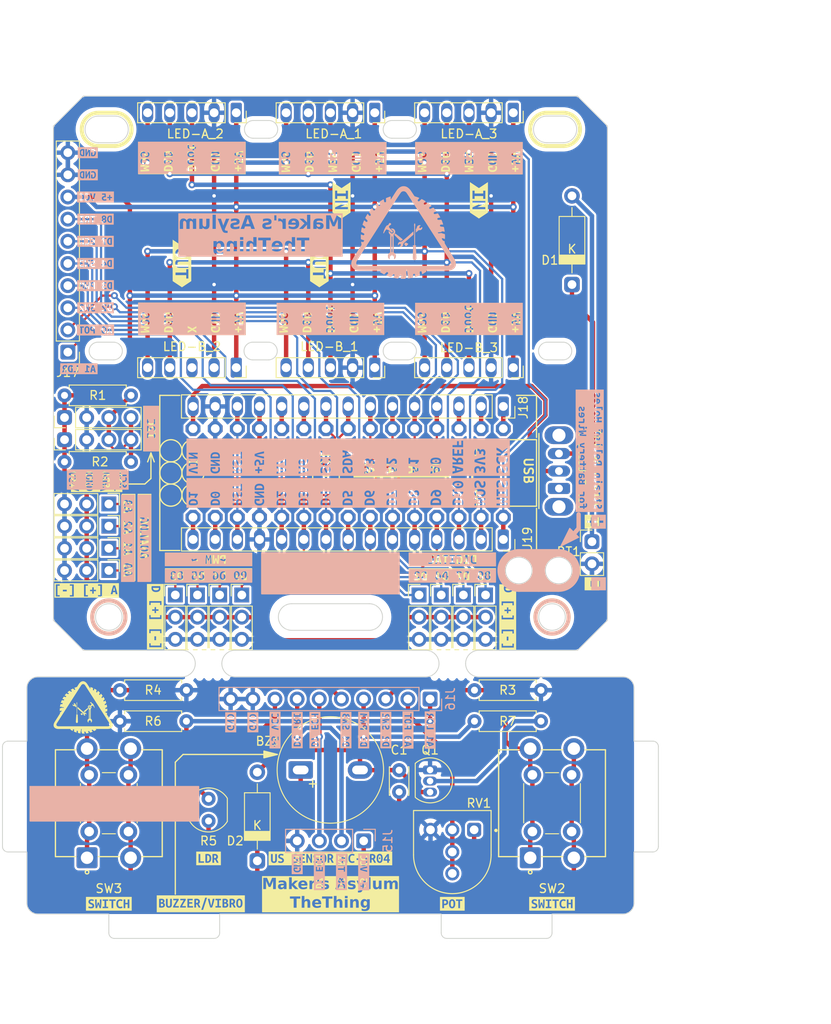
<source format=kicad_pcb>
(kicad_pcb (version 20241229) (generator "pcbnew") (generator_version "9.0")
  (title_block (title "TheThing") (date "2024-09-02") (rev "v5") (company "Maker's Asylum"))
  (layers (0 "F.Cu" signal) (2 "B.Cu" signal) (5 "F.SilkS" user "F.Silkscreen") (7 "B.SilkS" user "B.Silkscreen") (1 "F.Mask" user) (3 "B.Mask" user) (25 "Edge.Cuts" user))
  (net 0 "")
  (net 1 "/SCL")
  (net 2 "/SDA")
  (net 3 "GND")
  (net 4 "Net-(D2-A)")
  (net 5 "5V")
  (net 6 "/D5")
  (net 7 "/D6")
  (net 8 "D2")
  (net 9 "D4")
  (net 10 "/D9")
  (net 11 "/D10")
  (net 12 "/MOSI")
  (net 13 "/MISO")
  (net 14 "/SCK")
  (net 15 "/RST1")
  (net 16 "/D0")
  (net 17 "/D1")
  (net 18 "/A7")
  (net 19 "/A6")
  (net 20 "/A3")
  (net 21 "/A2")
  (net 22 "D7")
  (net 23 "D8")
  (net 24 "/AREF")
  (net 25 "/3V3")
  (net 26 "/VIN")
  (net 27 "/9V")
  (net 28 "/8V3")
  (net 29 "/DOUT")
  (net 30 "D3")
  (net 31 "A0")
  (net 32 "A1")
  (net 33 "Net-(Q1-B)")
  (net 34 "/Add_on_Board/D8")
  (net 35 "/Add_on_Board/D7")
  (net 36 "/Add_on_Board/D2")
  (net 37 "/Add_on_Board/D4")
  (net 38 "/Add_on_Board/D3")
  (net 39 "/Add_on_Board/A0")
  (net 40 "/Add_on_Board/5V")
  (net 41 "/Add_on_Board/GND")
  (net 42 "/Add_on_Board/A1")
  (net 43 "Net-(LED-B_2-Pin_3)")
  (footprint "BagTag:PinHeader_1x03_P2.54mm_Vertical" (layer "F.Cu") (at 66.04 101.615)
    (property "Reference" "J10" (hide yes))
    (property "Value" "Conn_01x03" (hide yes))
  )
  (footprint "kibuzzard-67A22DF7" (layer "F.Cu") (at 76.2 131.8)
    (property "Reference" "kibuzzard-67A22DF7" (hide yes))
    (property "Value" "G***" (hide yes))
  )
  (footprint "BagTag:PinHeader_1x03_P2.54mm_Vertical" (layer "F.Cu") (at 58.42 101.615)
    (property "Reference" "J7" (hide yes))
    (property "Value" "Conn_01x03" (hide yes))
  )
  (footprint "BagTag:MouseBiteHole_0.5mm" (layer "F.Cu") (at 64.262 110.998 180)
    (property "Reference" "REF**" (hide yes))
    (property "Value" "MouseBiteHole_0.5mm" (hide yes))
  )
  (footprint "BagTag:PinHeader_1x01_P2.54mm_Vertical" (layer "F.Cu") (at 88.392 82.55 180)
    (property "Reference" "J43" (hide yes))
    (property "Value" "A0" (hide yes))
  )
  (footprint "kibuzzard-67ACF252" (layer "F.Cu") (at 76.454 51.562 -90)
    (property "Reference" "kibuzzard-67ACF252" (hide yes))
    (property "Value" "G***" (hide yes))
  )
  (footprint "BagTag:kibuzzard-67A10623" (layer "F.Cu") (at 49.403 88.773 -90)
    (property "Reference" "kibuzzard-67A10623" (hide yes))
    (property "Value" "G***" (hide yes))
  )
  (footprint "BagTag:PinHeader_1x01_P2.54mm_Vertical" (layer "F.Cu") (at 90.932 82.55 180)
    (property "Reference" "J44" (hide yes))
    (property "Value" "AREF" (hide yes))
  )
  (footprint "BagTag:PinSocket_1x05_P2.54mm_Vertical" (layer "F.Cu") (at 97.155 75.565 -90)
    (property "Reference" "LED-B_3")
    (property "Value" "Conn_01x05" (hide yes))
  )
  (footprint "kibuzzard-67AA2F3D" (layer "F.Cu") (at 48.26 101.092)
    (property "Reference" "kibuzzard-67AA2F3D" (hide yes))
    (property "Value" "G***" (hide yes))
  )
  (footprint "BagTag:MouseBiteHole_0.5mm" (layer "F.Cu") (at 91.186 110.998 180)
    (property "Reference" "REF**" (hide yes))
    (property "Value" "MouseBiteHole_0.5mm" (hide yes))
  )
  (footprint "BagTag:PinHeader_1x01_P2.54mm_Vertical" (layer "F.Cu") (at 80.772 82.55 180)
    (property "Reference" "J40" (hide yes))
    (property "Value" "A3" (hide yes))
  )
  (footprint "kibuzzard-67ACF32A" (layer "F.Cu") (at 76.2 69.977 -90)
    (property "Reference" "kibuzzard-67ACF32A" (hide yes))
    (property "Value" "G***" (hide yes))
  )
  (footprint "BagTag:MouseBiteHole_0.5mm" (layer "F.Cu") (at 92.202 107.95)
    (property "Reference" "REF**" (hide yes))
    (property "Value" "MouseBiteHole_0.5mm" (hide yes))
  )
  (footprint "kibuzzard-67A22DCA" (layer "F.Cu") (at 50.8 137)
    (property "Reference" "kibuzzard-67A22DCA" (hide yes))
    (property "Value" "G***" (hide yes))
  )
  (footprint "BagTag:R_Axial_DIN0207_L6.3mm_D2.5mm_P7.62mm_Horizontal" (layer "F.Cu") (at 52.07 112.522)
    (property "Reference" "R4")
    (property "Value" "10k")
  )
  (footprint "BagTag:PinHeader_1x03_P2.54mm_Vertical" (layer "F.Cu") (at 50.8 93.726 -90)
    (property "Reference" "J13" (hide yes))
    (property "Value" "Conn_01x03" (hide yes))
  )
  (footprint "BagTag:PinHeader_1x03_P2.54mm_Vertical" (layer "F.Cu") (at 93.98 101.615)
    (property "Reference" "J6" (hide yes))
    (property "Value" "Conn_01x03" (hide yes))
  )
  (footprint "BagTag:PinHeader_1x01_P2.54mm_Vertical" (layer "F.Cu") (at 68.072 92.71 180)
    (property "Reference" "J49" (hide yes))
    (property "Value" "GND2" (hide yes))
  )
  (footprint "BagTag:MouseBiteHole_0.5mm" (layer "F.Cu") (at 89.154 107.95)
    (property "Reference" "REF**" (hide yes))
    (property "Value" "MouseBiteHole_0.5mm" (hide yes))
  )
  (footprint "kibuzzard-67ACF32A" (layer "F.Cu") (at 92.075 69.977 -90)
    (property "Reference" "kibuzzard-67ACF32A" (hide yes))
    (property "Value" "G***" (hide yes))
  )
  (footprint "BagTag:MouseBiteHole_0.5mm" (layer "F.Cu") (at 64.262 107.95)
    (property "Reference" "REF**" (hide yes))
    (property "Value" "MouseBiteHole_0.5mm" (hide yes))
  )
  (footprint "kibuzzard-67A22DE4" (layer "F.Cu") (at 101.6 137)
    (property "Reference" "kibuzzard-67A22DE4" (hide yes))
    (property "Value" "G***" (hide yes))
  )
  (footprint "BagTag:PinHeader_1x01_P2.54mm_Vertical" (layer "F.Cu") (at 85.852 82.55 180)
    (property "Reference" "J42" (hide yes))
    (property "Value" "A1" (hide yes))
  )
  (footprint "BagTag:PinHeader_1x03_P2.54mm_Vertical" (layer "F.Cu") (at 50.8 98.806 -90)
    (property "Reference" "J11" (hide yes))
    (property "Value" "Conn_01x03" (hide yes))
  )
  (footprint "BagTag:MouseBiteHole_0.5mm" (layer "F.Cu") (at 60.198 107.95)
    (property "Reference" "REF**" (hide yes))
    (property "Value" "MouseBiteHole_0.5mm" (hide yes))
  )
  (footprint "BagTag:SWITCH_PUSH_6mm_12mm" (layer "F.Cu") (at 101.6 125.476 90)
    (property "Reference" "SW2")
    (property "Value" "ON")
  )
  (footprint "kibuzzard-67A1FD26" (layer "F.Cu") (at 96.52 104.14 -90)
    (property "Reference" "kibuzzard-67A1FD26" (hide yes))
    (property "Value" "G***" (hide yes))
  )
  (footprint "BagTag:PinHeader_1x01_P2.54mm_Vertical" (layer "F.Cu") (at 70.612 92.71 180)
    (property "Reference" "J20" (hide yes))
    (property "Value" "D2" (hide yes))
  )
  (footprint "kibuzzard-67ACF094" (layer "F.Cu") (at 60.325 51.562 -90)
    (property "Reference" "kibuzzard-67ACF094" (hide yes))
    (property "Value" "G***" (hide yes))
  )
  (footprint "BagTag:PinHeader_1x10_P2.54mm_Vertical" (layer "F.Cu") (at 46.101 73.787 180)
    (property "Reference" "J17")
    (property "Value" "Conn_01x10" (hide yes))
  )
  (footprint "BagTag:PinHeader_1x03_P2.54mm_Vertical" (layer "F.Cu") (at 91.44 101.615)
    (property "Reference" "J5" (hide yes))
    (property "Value" "Conn_01x03" (hide yes))
  )
  (footprint "BagTag:PinSocket_1x15_P2.54mm_Vertical" (layer "F.Cu") (at 96.012 80.01 -90)
    (property "Reference" "J18")
    (property "Value" "Conn_01x15" (hide yes))
  )
  (footprint "BagTag:PinSocket_1x05_P2.54mm_Vertical" (layer "F.Cu") (at 81.28 46.355 -90)
    (property "Reference" "LED-A_1")
    (property "Value" "Conn_01x05" (hide yes))
  )
  (footprint "BagTag:MouseBiteHole_0.5mm" (layer "F.Cu") (at 63.246 110.998 180)
    (property "Reference" "REF**" (hide yes))
    (property "Value" "MouseBiteHole_0.5mm" (hide yes))
  )
  (footprint "kibuzzard-67A1FC23" (layer "F.Cu") (at 62.23 97.536)
    (property "Reference" "kibuzzard-67A1FC23" (hide yes))
    (property "Value" "G***" (hide yes))
  )
  (footprint "kibuzzard-67A1FC29" (layer "F.Cu") (at 62.23 99.3394)
    (property "Reference" "kibuzzard-67A1FC29" (hide yes))
    (property "Value" "G***" (hide yes))
  )
  (footprint "BagTag:PinHeader_1x01_P2.54mm_Vertical" (layer "F.Cu") (at 75.692 92.71 180)
    (property "Reference" "J22" (hide yes))
    (property "Value" "D4" (hide yes))
  )
  (footprint "kibuzzard-67ACF252" (layer "F.Cu") (at 92.075 51.562 -90)
    (property "Reference" "kibuzzard-67ACF252" (hide yes))
    (property "Value" "G***" (hide yes))
  )
  (footprint "BagTag:PinHeader_1x01_P2.54mm_Vertical" (layer "F.Cu") (at 78.232 82.55 180)
    (property "Reference" "J39" (hide yes))
    (property "Value" "A4" (hide yes))
  )
  (footprint "BagTag:R_Axial_DIN0207_L6.3mm_D2.5mm_P7.62mm_Horizontal" (layer "F.Cu") (at 92.71 112.522)
    (property "Reference" "R3")
    (property "Value" "10k")
  )
  (footprint "BagTag:PinHeader_1x01_P2.54mm_Vertical" (layer "F.Cu") (at 73.152 82.55 180)
    (property "Reference" "J37" (hide yes))
    (property "Value" "A6" (hide yes))
  )
  (footprint "BagTag:MouseBiteHole_0.5mm" (layer "F.Cu") (at 61.214 110.998 180)
    (property "Reference" "REF**" (hide yes))
    (property "Value" "MouseBiteHole_0.5mm" (hide yes))
  )
  (footprint "BagTag:MouseBiteHole_0.5mm" (layer "F.Cu") (at 92.202 110.998 180)
    (property "Reference" "REF**" (hide yes))
    (property "Value" "MouseBiteHole_0.5mm" (hide yes))
  )
  (footprint "BagTag:MouseBiteHole_0.5mm" (layer "F.Cu") (at 90.17 110.998 180)
    (property "Reference" "REF**" (hide yes))
    (property "Value" "MouseBiteHole_0.5mm" (hide yes))
  )
  (footprint "BagTag:PinHeader_1x02_P2.54mm_Vertical" (layer "F.Cu") (at 106.177 95.504)
    (property "Reference" "BT1")
    (property "Value" "Bat")
  )
  (footprint "BagTag:R_LDR_4.9x4.2mm_P2.54mm_Vertical" (layer "F.Cu") (at 62.23 127.508 90)
    (property "Reference" "R5")
    (property "Value" "LDR")
  )
  (footprint "BagTag:kibuzzard-6461CA60" (layer "F.Cu") (at 77.47 56.388 -90)
    (property "Reference" "kibuzzard-6461CA60" (hide yes))
    (property "Value" "G***" (hide yes))
  )
  (footprint "BagTag:MouseBiteHole_0.5mm" (layer "F.Cu") (at 91.186 107.95)
    (property "Reference" "REF**" (hide yes))
    (property "Value" "MouseBiteHole_0.5mm" (hide yes))
  )
  (footprint "BagTag:PinHeader_1x04_P2.54mm_Vertical" (layer "F.Cu") (at 45.72 83.82 90)
    (property "Reference" "J2" (hide yes))
    (property "Value" "Conn_I2C" (hide yes))
  )
  (footprint "kibuzzard-67ACFF51" (layer "F.Cu") (at 84.328 87.376)
    (property "Reference" "kibuzzard-67ACFF51" (hide yes))
    (property "Value" "G***" (hide yes))
  )
  (footprint "BagTag:PinHeader_1x01_P2.54mm_Vertical" (layer "F.Cu") (at 93.472 92.71 180)
    (property "Reference" "J29" (hide yes))
    (property "Value" "D11" (hide yes))
  )
  (footprint "BagTag:PinHeader_1x01_P2.54mm_Vertical" (layer "F.Cu") (at 93.472 82.55 180)
    (property "Reference" "J47" (hide yes))
    (property "Value" "3V3" (hide yes))
  )
  (footprint "BagTag:MouseBiteHole_0.5mm" (layer "F.Cu") (at 90.17 107.95)
    (property "Reference" "REF**" (hide yes))
    (property "Value" "MouseBiteHole_0.5mm" (hide yes))
  )
  (footprint "BagTag:PinHeader_1x01_P2.54mm_Vertical" (layer "F.Cu") (at 78.232 92.71 180)
    (property "Reference" "J23" (hide yes))
    (property "Value" "D5" (hide yes))
  )
  (footprint "BagTag:PinHeader_1x01_P2.54mm_Vertical" (layer "F.Cu") (at 90.932 92.71 180)
    (property "Reference" "J28" (hide yes))
    (property "Value" "D10" (hide yes))
  )
  (footprint "BagTag:PinSocket_1x05_P2.54mm_Vertical" (layer "F.Cu") (at 81.28 75.565 -90)
    (property "Reference" "LED-B_1")
    (property "Value" "Conn_01x05" (hide yes))
  )
  (footprint "BagTag:PinHeader_1x01_P2.54mm_Vertical" (layer "F.Cu") (at 62.992 92.71 180)
    (property "Reference" "J34" (hide yes))
    (property "Value" "D0" (hide yes))
  )
  (footprint "BagTag:PinHeader_1x04_P2.54mm_Vertical" (layer "F.Cu") (at 45.72 81.28 90)
    (property "Reference" "J1" (hide yes))
    (property "Value" "Conn_I2C" (hide yes))
  )
  (footprint "BagTag:PinSocket_1x05_P2.54mm_Vertical" (layer "F.Cu") (at 65.405 46.355 -90)
    (property "Reference" "LED-A_2")
    (property "Value" "Conn_01x05" (hide yes))
  )
  (footprint "BagTag:PinHeader_1x01_P2.54mm_Vertical" (layer "F.Cu") (at 65.532 92.71 180)
    (property "Reference" "J33" (hide yes))
    (property "Value" "RST1" (hide yes))
  )
  (footprint "BagTag:PinHeader_1x01_P2.54mm_Vertical" (layer "F.Cu") (at 70.612 82.55 180)
    (property "Reference" "J36" (hide yes))
    (property "Value" "A7" (hide yes))
  )
  (footprint "BagTag:PinHeader_1x01_P2.54mm_Vertical" (layer "F.Cu") (at 62.992 82.55 180)
    (property "Reference" "J48" (hide yes))
    (property "Value" "GND1" (hide yes))
  )
  (footprint "BagTag:MouseBiteHole_0.5mm" (layer "F.Cu") (at 63.246 107.95)
    (property "Reference" "REF**" (hide yes))
    (property "Value" "MouseBiteHole_0.5mm" (hide yes))
  )
  (footprint "BagTag:kibuzzard-6461CA60" (layer "F.Cu") (at 93.218 56.388 -90)
    (property "Reference" "kibuzzard-6461CA60" (hide yes))
    (property "Value" "G***" (hide yes))
  )
  (footprint "BagTag:TRIM_601040" (layer "F.Cu") (at 90.17 131.394 180)
    (property "Reference" "RV1")
    (property "Value" "100k")
  )
  (footprint "BagTag:PinSocket_1x05_P2.54mm_Vertical" (layer "F.Cu") (at 97.155 46.355 -90)
    (property "Reference" "LED-A_3")
    (property "Value" "Conn_01x05" (hide yes))
  )
  (footprint "BagTag:PinHeader_1x01_P2.54mm_Vertical" (layer "F.Cu") (at 85.852 92.71 180)
    (property "Reference" "J26" (hide yes))
    (property "Value" "D8" (hide yes))
  )
  (footprint "BagTag:PinHeader_1x03_P2.54mm_Vertical" (layer "F.Cu") (at 50.8 96.266 -90)
    (property "Reference" "J12" (hide yes))
    (property "Value" "Conn_01x03" (hide yes))
  )
  (footprint "BagTag:PinHeader_1x01_P2.54mm_Vertical" (layer "F.Cu") (at 68.072 82.55 180)
    (property "Reference" "J46" (hide yes))
    (property "Value" "5V" (hide yes))
  )
  (footprint "BagTag:C_Disc_D3.0mm_W2.0mm_P2.50mm" (layer "F.Cu") (at 84.074 124.186 90)
    (property "Reference" "C1")
    (property "Value" "100n")
  )
  (footprint "BagTag:PinHeader_1x01_P2.54mm_Vertical" (layer "F.Cu") (at 73.152 92.71 180)
    (property "Reference" "J21" (hide yes))
    (property "Value" "D3" (hide yes))
  )
  (footprint "BagTag:TO-92L_Inline" (layer "F.Cu") (at 87.618 121.666 -90)
    (property "Reference" "Q1")
    (property "Value" "PN2222ABU")
  )
  (footprint "BagTag:D_DO-41_SOD81_P10.16mm_Horizontal" (layer "F.Cu") (at 67.818 132.08 90)
    (property "Reference" "D2")
    (property "Value" "1N5819")
  )
  (footprint "BagTag:PinHeader_1x03_P2.54mm_Vertical" (layer "F.Cu") (at 86.36 101.615)
    (property "Reference" "J3" (hide yes))
    (property "Value" "Conn_01x03" (hide yes))
  )
  (footprint "BagTag:R_Axial_DIN0207_L6.3mm_D2.5mm_P7.62mm_Horizontal" (layer "F.Cu") (at 59.69 116.078 180)
    (property "Reference" "R6")
    (property "Value" "10k")
  )
  (footprint "BagTag:kibuzzard-64612FED" (layer "F.Cu") (at 106.172 100.33 -90)
    (property "Reference" "kibuzzard-64612FED" (hide yes))
    (property "Value" "G***" (hide yes))
  )
  (footprint "kibuzzard-67A2291F" (layer "F.Cu") (at 54.8894 95.0214 -90)
    (property "Reference" "kibuzzard-67A2291F" (hide yes))
    (property "Value" "G***" (hide yes))
  )
  (footprint "kibuzzard-67A1FC51" (layer "F.Cu") (at 90.17 99.3394)
    (property "Reference" "kibuzzard-67A1FC51" (hide yes))
    (property "Value" "G***" (hide yes))
  )
  (footprint "BagTag:PinSocket_1x05_P2.54mm_Vertical" (layer "F.Cu") (at 65.405 75.565 -90)
    (property "Reference" "LED-B_2")
    (property "Value" "Conn_01x05" (hide yes))
  )
  (footprint "BagTag:MouseBiteHole_0.5mm" (layer "F.Cu") (at 88.138 107.95)
    (property "Reference" "REF**" (hide yes))
    (property "Value" "MouseBiteHole_0.5mm" (hide yes))
  )
  (footprint "BagTag:PinHeader_1x01_P2.54mm_Vertical" (layer "F.Cu") (at 83.312 82.55 180)
    (property "Reference" "J41" (hide yes))
    (property "Value" "A2" (hide yes))
  )
  (footprint "kibuzzard-67A22935" (layer "F.Cu") (at 53.0606 95.0214 -90)
    (property "Reference" "kibuzzard-67A22935" (hide yes))
    (property "Value" "G***" (hide yes))
  )
  (footprint "BagTag:kibuzzard-6461CA59" (layer "F.Cu") (at 74.93 63.627 -90)
    (property "Reference" "kibuzzard-6461CA59" (hide yes))
    (property "Value" "G***" (hide yes))
  )
  (footprint "BagTag:R_Axial_DIN0207_L6.3mm_D2.5mm_P7.62mm_Horizontal" (layer "F.Cu") (at 45.72 86.36)
    (property "Reference" "R2")
    (property "Value" "10k")
  )
  (footprint "kibuzzard-67AA32DD" (layer "F.Cu") (at 61.341 137)
    (property "Reference" "kibuzzard-67AA32DD" (hide yes))
    (property "Value" "G***" (hide yes))
  )
  (footprint "BagTag:PinHeader_1x01_P2.54mm_Vertical" (layer "F.Cu") (at 96.012 82.55 180)
    (property "Reference" "J31" (hide yes))
    (property "Value" "D13" (hide yes))
  )
  (footprint "BagTag:MouseBiteHole_0.5mm" (layer "F.Cu") (at 62.23 110.998 180)
    (property "Reference" "REF**" (hide yes))
    (property "Value" "MouseBiteHole_0.5mm" (hide yes))
  )
  (footprint "BagTag:PinHeader_1x01_P2.54mm_Vertical" (layer "F.Cu") (at 96.012 92.71 180)
    (property "Reference" "J30" (hide yes))
    (property "Value" "D12" (hide yes))
  )
  (footprint "BagTag:MouseBiteHole_0.5mm" (layer "F.Cu") (at 89.154 110.998 180)
    (property "Reference" "REF**" (hide yes))
    (property "Value" "MouseBiteHole_0.5mm" (hide yes))
  )
  (footprint "BagTag:PinHeader_1x03_P2.54mm_Vertical" (layer "F.Cu") (at 88.9 101.615)
    (property "Reference" "J4" (hide yes))
    (property "Value" "Conn_01x03" (hide yes))
  )
  (footprint "BagTag:MouseBiteHole_0.5mm" (layer "F.Cu") (at 60.198 110.998 180)
    (property "Reference" "REF**" (hide yes))
    (property "Value" "MouseBiteHole_0.5mm" (hide yes))
  )
  (footprint "BagTag:PinHeader_1x01_P2.54mm_Vertical" (layer "F.Cu") (at 80.772 92.71 180)
    (property "Reference" "J24" (hide yes))
    (property "Value" "D6" (hide yes))
  )
  (footprint "BagTag:PinHeader_1x01_P2.54mm_Vertical" (layer "F.Cu") (at 88.392 92.71 180)
    (property "Reference" "J27" (hide yes))
    (property "Value" "D9" (hide yes))
  )
  (footprint "BagTag:PinHeader_1x03_P2.54mm_Vertical" (layer "F.Cu") (at 63.5 101.615)
    (property "Reference" "J9" (hide yes))
    (property "Value" "Conn_01x03" (hide yes))
  )
  (footprint "BagTag:SWITCH_PUSH_6mm_12mm" (layer "F.Cu") (at 50.8 125.476 90)
    (property "Reference" "SW3")
    (property "Value" "ON")
  )
  (footprint "BagTag:kibuzzard-6640C3B8" (layer "F.Cu") (at 55.626 82.55 -90)
    (property "Reference" "kibuzzard-6640C3B8" (hide yes))
    (property "Value" "G***" (hide yes))
  )
  (footprint "BagTag:Buzzer_12x9.5RM7.6" (layer "F.Cu") (at 76.19 121.666)
    (property "Reference" "BZ1")
    (property "Value" "Buzzer_WT-1205")
  )
  (footprint "BagTag:SW_CuK_OS102011MA1QN1_SPDT_Angled" (layer "F.Cu") (at 102.394 89.408 90)
    (property "Reference" "SW1")
    (property "Value" "ON")
  )
  (footprint "kibuzzard-67A22DDD" (layer "F.Cu") (at 90.17 137)
    (property "Reference" "kibuzzard-67A22DDD" (hide yes))
    (property "Value" "G***" (hide yes))
  )
  (footprint "BagTag:PinHeader_1x01_P2.54mm_Vertical" (layer "F.Cu") (at 60.452 82.55 180)
    (property "Reference" "J45" (hide yes))
    (property "Value" "VIN" (hide yes))
  )
  (footprint "BagTag:PinHeader_1x01_P2.54mm_Vertical" (layer "F.Cu") (at 75.692 82.55 180)
    (property "Reference" "J38" (hide yes))
    (property "Value" "A5" (hide yes))
  )
  (footprint "BagTag:kibuzzard-64612FA6" (layer "F.Cu") (at 106.172 93.218 -90)
    (property "Reference" "kibuzzard-64612FA6" (hide yes))
    (property "Value" "G***" (hide yes))
  )
  (footprint "kibuzzard-67ACF4D0" (layer "F.Cu") (at 60.325 69.977 -90)
    (property "Reference" "kibuzzard-67ACF4D0" (hide yes))
    (property "Value" "G***" (hide yes))
  )
  (footprint "BagTag:MouseBiteHole_0.5mm" (layer "F.Cu") (at 61.214 107.95)
    (property "Reference" "REF**" (hide yes))
    (property "Value" "MouseBiteHole_0.5mm" (hide yes))
  )
  (footprint "BagTag:PinHeader_1x01_P2.54mm_Vertical" (layer "F.Cu") (at 83.312 92.71 180)
    (property "Reference" "J25" (hide yes))
    (property "Value" "D7" (hide yes))
  )
  (footprint "BagTag:PinSocket_1x15_P2.54mm_Vertical" (layer "F.Cu") (at 96.012 95.25 -90)
    (property "Reference" "J19")
    (property "Value" "Conn_01x15" (hide yes))
  )
  (footprint "BagTag:kibuzzard-6461CA59" (layer "F.Cu") (at 59.182 63.627 -90)
    (property "Reference" "kibuzzard-6461CA59" (hide yes))
    (property "Value" "G***" (hide yes))
  )
  (footprint "BagTag:PinHeader_1x03_P2.54mm_Vertical" (layer "F.Cu") (at 60.96 101.615)
    (property "Reference" "J8" (hide yes))
    (property "Value" "Conn_01x03" (hide yes))
  )
  (footprint "BagTag:MouseBiteHole_0.5mm" (layer "F.Cu") (at 88.138 110.998 180)
    (property "Reference" "REF**" (hide yes))
    (property "Value" "MouseBiteHole_0.5mm" (hide yes))
  )
  (footprint "kibuzzard-67A22DD3" (layer "F.Cu") (at 62.23 131.8)
    (property "Reference" "kibuzzard-67A22DD3" (hide yes))
    (property "Value" "G***" (hide yes))
  )
  (footprint "BagTag:PinHeader_1x03_P2.54mm_Vertical" (layer "F.Cu") (at 50.8 91.186 -90)
    (property "Reference" "J14" (hide yes))
    (property "Value" "Conn_01x03" (hide yes))
  )
  (footprint "BagTag:PinHeader_1x01_P2.54mm_Vertical" (layer "F.Cu") (at 60.452 92.71 180)
    (property "Reference" "J35" (hide yes))
    (property "Value" "D1" (hide yes))
  )
  (footprint "kibuzzard-67A1FC5E" (layer "F.Cu") (at 90.17 97.536)
    (property "Reference" "kibuzzard-67A1FC5E" (hide yes))
    (property "Value" "G***" (hide yes))
  )
  (footprint "kibuzzard-67A1FCF1" (layer "F.Cu") (at 56.134 104.102934 -90)
    (property "Reference" "kibuzzard-67A1FCF1" (hide yes))
    (property "Value" "G***" (hide yes))
  )
  (footprint "BagTag:R_Axial_DIN0207_L6.3mm_D2.5mm_P7.62mm_Horizontal" (layer "F.Cu") (at 92.71 116.078)
    (property "Reference" "R7")
    (property "Value" "100E")
  )
  (footprint "BagTag:D_DO-41_SOD81_P10.16mm_Horizontal" (layer "F.Cu") (at 103.886 66.04 90)
    (property "Reference" "D1")
    (property "Value" "1N4001")
  )
  (footprint "BagTag:R_Axial_DIN0207_L6.3mm_D2.5mm_P7.62mm_Horizontal" (layer "F.Cu") (at 45.72 78.74)
    (property "Reference" "R1")
    (property "Value" "10k")
  )
  (footprint "BagTag:PinHeader_1x01_P2.54mm_Vertical" (layer "F.Cu") (at 65.532 82.55 180)
    (property "Reference" "J32" (hide yes))
    (property "Value" "RST1" (hide yes))
  )
  (footprint "BagTag:MouseBiteHole_0.5mm" (layer "F.Cu") (at 62.23 107.95)
    (property "Reference" "REF**" (hide yes))
    (property "Value" "MouseBiteHole_0.5mm" (hide yes))
  )
  (footprint "kibuzzard-67A1228F" (layer "B.Cu") (at 72.39 117.094 90)
    (property "Reference" "kibuzzard-67A1228F" (hide yes))
    (property "Value" "G***" (hide yes))
  )
  (footprint "kibuzzard-67A121CB" (layer "B.Cu") (at 49.276 71.247 180)
    (property "Reference" "kibuzzard-67A121CB" (hide yes))
    (property "Value" "G***" (hide yes))
  )
  (footprint "BagTag:kibuzzard-64612FA6" (layer "B.Cu") (at 106.934 93.218 -90)
    (property "Reference" "kibuzzard-64612FA6" (hide yes))
    (property "Value" "G***" (hide yes))
  )
  (footprint "kibuzzard-67A20268" (layer "B.Cu") (at 52.9844 95.123 90)
    (property "Reference" "kibuzzard-67A20268" (hide yes))
    (property "Value" "G***" (hide yes))
  )
  (footprint "kibuzzard-67A12228" (layer "B.Cu") (at 77.978 117.094 90)
    (property "Reference" "kibuzzard-67A12228" (hide yes))
    (property "Value" "G***" (hide yes))
  )
  (footprint "kibuzzard-67A20238" (layer "B.Cu") (at 90.17 97.536 180)
    (property "Reference" "kibuzzard-67A20238" (hide yes))
    (property "Value" "G***" (hide yes))
  )
  (footprint "kibuzzard-67ACF252" (layer "B.Cu") (at 76.454 51.562 90)
    (property "Reference" "kibuzzard-67ACF252" (hide yes))
    (property "Value" "G***" (hide yes))
  )
  (footprint "BagTag:kibuzzard-6640C3B8" (layer "B.Cu") (at 55.67244 82.55 90)
    (property "Reference" "kibuzzard-6640C3B8" (hide yes))
    (property "Value" "G***" (hide yes))
  )
  (footprint "kibuzzard-67A121DF" (layer "B.Cu") (at 82.55 117.094 90)
    (property "Reference" "kibuzzard-67A121DF" (hide yes))
    (property "Value" "G***" (hide yes))
  )
  (footprint "kibuzzard-67A12264" (layer "B.Cu") (at 49.276 61.087 180)
    (property "Reference" "kibuzzard-67A12264" (hide yes))
    (property "Value" "G***" (hide yes))
  )
  (footprint "BagTag:kibuzzard-66412AF8" (layer "B.Cu") (at 105.918 85.09 90)
    (property "Reference" "kibuzzard-66412AF8" (hide yes))
    (property "Value" "G***" (hide yes))
  )
  (footprint "BagTag:PinSocket_1x04_P2.54mm_Vertical" (layer "B.Cu") (at 80.01 129.794 90)
    (property "Reference" "J15")
    (property "Value" "HC-SR04")
  )
  (footprint "kibuzzard-67A121CB" (layer "B.Cu") (at 85.09 117.094 90)
    (property "Reference" "kibuzzard-67A121CB" (hide yes))
    (property "Value" "G***" (hide yes))
  )
  (footprint "kibuzzard-67A20273" (layer "B.Cu") (at 54.864 95.123 90)
    (property "Reference" "kibuzzard-67A20273" (hide yes))
    (property "Value" "G***" (hide yes))
  )
  (footprint "kibuzzard-67A11942" (layer "B.Cu") (at 49.53 88.392 90)
    (property "Reference" "kibuzzard-67A11942" (hide yes))
    (property "Value" "G***" (hide yes))
  )
  (footprint "kibuzzard-67A1228F" (layer "B.Cu") (at 49.276 58.547 180)
    (property "Reference" "kibuzzard-67A1228F" (hide yes))
    (property "Value" "G***" (hide yes))
  )
  (footprint "kibuzzard-67A121F4" (layer "B.Cu") (at 49.276 66.167 180)
    (property "Reference" "kibuzzard-67A121F4" (hide yes))
    (property "Value" "G***" (hide yes))
  )
  (footprint "kibuzzard-67A11ADA" (layer "B.Cu") (at 47.371 75.692 180)
    (property "Reference" "kibuzzard-67A11ADA" (hide yes))
    (property "Value" "G***" (hide yes))
  )
  (footprint "kibuzzard-67A122B8" (layer "B.Cu") (at 48.387 50.927 180)
    (property "Reference" "kibuzzard-67A122B8" (hide yes))
    (property "Value" "G***" (hide yes))
  )
  (footprint "kibuzzard-67ACF094" (layer "B.Cu") (at 60.301777 51.514342 90)
    (property "Reference" "kibuzzard-67ACF094" (hide yes))
    (property "Value" "G***" (hide yes))
  )
  (footprint "kibuzzard-67A122B8" (layer "B.Cu") (at 64.77 116.205 90)
    (property "Reference" "kibuzzard-67A122B8" (hide yes))
    (property "Value" "G***" (hide yes))
  )
  (footprint "kibuzzard-67ACF252" (layer "B.Cu") (at 92.075 51.562 90)
    (property "Reference" "kibuzzard-67ACF252" (hide yes))
    (property "Value" "G***" (hide yes))
  )
  (footprint "kibuzzard-67A20214" (layer "B.Cu") (at 62.23 99.4156 180)
    (property "Reference" "kibuzzard-67A20214" (hide yes))
    (property "Value" "G***" (hide yes))
  )
  (footprint "kibuzzard-67A201FA" (layer "B.Cu") (at 62.23 97.536 180)
    (property "Reference" "kibuzzard-67A201FA" (hide yes))
    (property "Value" "G***" (hide yes))
  )
  (footprint "kibuzzard-67ACF32A" (layer "B.Cu") (at 92.075 69.977 90)
    (property "Reference" "kibuzzard-67ACF32A" (hide yes))
    (property "Value" "G***" (hide yes))
  )
  (footprint "kibuzzard-67A122C1" (layer "B.Cu") (at 48.387 53.467 180)
    (property "Reference" "kibuzzard-67A122C1" (hide yes))
    (property "Value" "G***" (hide yes))
  )
  (footprint "kibuzzard-67A122A3" (layer "B.Cu") (at 69.85 117.094 90)
    (property "Reference" "kibuzzard-67A122A3" (hide yes))
    (property "Value" "G***" (hide yes))
  )
  (footprint "kibuzzard-67A122C1" (layer "B.Cu") (at 72.39 132.461 90)
    (property "Reference" "kibuzzard-67A122C1" (hide yes))
    (property "Value" "G***" (hide yes))
  )
  (footprint "kibuzzard-67A2022B" (layer "B.Cu") (at 90.17 99.4156 180)
    (property "Reference" "kibuzzard-67A2022B" (hide yes))
    (property "Value" "G***" (hide yes))
  )
  (footprint "kibuzzard-67ACF4D0" (layer "B.Cu") (at 60.325 69.977 90)
    (property "Reference" "kibuzzard-67ACF4D0" (hide yes))
    (property "Value" "G***" (hide yes))
  )
  (footprint "kibuzzard-67A121DF" (layer "B.Cu") (at 49.276 68.707 180)
    (property "Reference" "kibuzzard-67A121DF" (hide yes))
    (property "Value" "G***" (hide yes))
  )
  (footprint "BagTag:MA_logo_12mmx10mm" (layer "B.Cu") (at 84.582 60.071 180)
    (property "Reference" "G***" (hide yes))
    (property "Value" "LOGO" (hide yes))
  )
  (footprint "BagTag:kibuzzard-6461377A" (layer "B.Cu") (at 78.232 89.916 90)
    (property "Reference" "kibuzzard-6461377A" (hide yes))
    (property "Value" "G***" (hide yes))
  )
  (footprint "BagTag:kibuzzard-64612FED" (layer "B.Cu") (at 106.934 100.33 -90)
    (property "Reference" "kibuzzard-64612FED" (hide yes))
    (property "Value" "G***" (hide yes))
  )
  (footprint "BagTag:kibuzzard-6461376B" (layer "B.Cu") (at 78.232 85.8266 90)
    (property "Reference" "kibuzzard-6461376B" (hide yes))
    (property "Value" "G***" (hide yes))
  )
  (footprint "kibuzzard-67A122A3" (layer "B.Cu") (at 80.01 133.35 90)
    (property "Reference" "kibuzzard-67A122A3" (hide yes))
    (property "Value" "G***" (hide yes))
  )
  (footprint "kibuzzard-67A12228" (layer "B.Cu") (at 49.276 63.627 180)
    (property "Reference" "kibuzzard-67A12228" (hide yes))
    (property "Value" "G***" (hide yes))
  )
  (footprint "kibuzzard-67A122C1" (layer "B.Cu") (at 67.31 116.205 90)
    (property "Reference" "kibuzzard-67A122C1" (hide yes))
    (property "Value" "G***" (hide yes))
  )
  (footprint "BagTag:PinHeader_1x10_P2.54mm_Vertical" (layer "B.Cu") (at 87.62 113.538 90)
    (property "Reference" "J16")
    (property "Value" "Conn_01x10" (hide yes))
  )
  (footprint "kibuzzard-67A12264" (layer "B.Cu") (at 74.422 117.094 90)
    (property "Reference" "kibuzzard-67A12264" (hide yes))
    (property "Value" "G***" (hide yes))
  )
  (footprint "kibuzzard-67A122A3" (layer "B.Cu") (at 49.276 56.007 180)
    (property "Reference" "kibuzzard-67A122A3" (hide yes))
    (property "Value" "G***" (hide yes))
  )
  (footprint "kibuzzard-67A11ADA" (layer "B.Cu") (at 87.63 117.094 90)
    (property "Reference" "kibuzzard-67A11ADA" (hide yes))
    (property "Value" "G***" (hide yes))
  )
  (footprint "kibuzzard-67ACF32A" (layer "B.Cu") (at 76.2 69.977 90)
    (property "Reference" "kibuzzard-67ACF32A" (hide yes))
    (property "Value" "G***" (hide yes))
  )
  (footprint "kibuzzard-67A201C7" (layer "B.Cu") (at 74.93 133.35 90)
    (property "Reference" "kibuzzard-67A201C7" (hide yes))
    (property "Value" "G***" (hide yes))
  )
  (footprint "kibuzzard-67A201D4" (layer "B.Cu") (at 77.47 133.35 90)
    (property "Reference" "kibuzzard-67A201D4" (hide yes))
    (property "Value" "G***" (hide yes))
  )
  (footprint "kibuzzard-67A121F4" (layer "B.Cu") (at 80.01 117.094 90)
    (property "Reference" "kibuzzard-67A121F4" (hide yes))
    (property "Value" "G***" (hide yes))
  )
  (gr_poly (pts (xy 46.83904 114.022317) (xy 46.844541 114.022725) (xy 46.850383 114.023444) (xy 46.85655 114.024503) (xy 46.863028 114.025934) (xy 46.8698 114.027769) (xy 46.876852 114.030038) (xy 46.884166 114.032771) (xy 46.891729 114.036001) (xy 46.899525 114.039758) (xy 46.907537 114.044073) (xy 46.915751 114.048977) (xy 46.924151 114.054501) (xy 46.932722 114.060677) (xy 46.941447 114.067534) (xy 46.950312 114.075105) (xy 46.955105 114.07963) (xy 46.959569 114.084267) (xy 46.963719 114.089007) (xy 46.967567 114.093837) (xy 46.971126 114.098747) (xy 46.97441 114.103725) (xy 46.97743 114.10876) (xy 46.980202 114.113841) (xy 46.982737 114.118957) (xy 46.985048 114.124097) (xy 46.989054 114.134403) (xy 46.992323 114.144671) (xy 46.994961 114.15481) (xy 46.997071 114.164733) (xy 46.998759 114.174349) (xy 47.001286 114.192307) (xy 47.003379 114.20797) (xy 47.004524 114.214718) (xy 47.005875 114.220625) (xy 47.006121 114.221802) (xy 47.006851 114.223344) (xy 47.008055 114.225241) (xy 47.009719 114.227488) (xy 47.011834 114.230076) (xy 47.014386 114.232997) (xy 47.020757 114.239808) (xy 47.028741 114.247859) (xy 47.038245 114.257088) (xy 47.049174 114.267434) (xy 47.061437 114.278834) (xy 47.064083 114.278834) (xy 47.064083 114.503729) (xy 46.927822 114.389628) (xy 46.905075 114.370792) (xy 46.887722 114.356761) (xy 46.881204 114.351694) (xy 46.876198 114.348002) (xy 46.872757 114.345745) (xy 46.871641 114.345172) (xy 46.870937 114.344979) (xy 46.868291 114.344979) (xy 46.863718 114.345207) (xy 46.857997 114.345806) (xy 46.843487 114.347625) (xy 46.834882 114.348597) (xy 46.825503 114.349444) (xy 46.815442 114.350044) (xy 46.810184 114.350211) (xy 46.804791 114.350271) (xy 46.799274 114.350205) (xy 46.793645 114.349992) (xy 46.787914 114.349608) (xy 46.782095 114.349031) (xy 46.776198 114.348236) (xy 46.770235 114.347201) (xy 46.764218 114.345903) (xy 46.758158 114.344318) (xy 46.752068 114.342423) (xy 46.745958 114.340194) (xy 46.73984 114.337609) (xy 46.733726 114.334644) (xy 46.727627 114.331276) (xy 46.721556 114.327482) (xy 46.715523 114.323238) (xy 46.709541 114.318521) (xy 46.70191 114.311548) (xy 46.694876 114.30453) (xy 46.688415 114.297484) (xy 46.682504 114.29043) (xy 46.677121 114.283383) (xy 46.672241 114.276361) (xy 46.667842 114.269381) (xy 46.663901 114.262462) (xy 46.660393 114.255621) (xy 46.657296 114.248874) (xy 46.654587 114.24224) (xy 46.652242 114.235735) (xy 46.650239 114.229378) (xy 46.648553 114.223186) (xy 46.647161 114.217175) (xy 46.646041 114.211365) (xy 46.645169 114.205771) (xy 46.644522 114.200412) (xy 46.643809 114.190467) (xy 46.643716 114.181669) (xy 46.644057 114.174158) (xy 46.644646 114.168073) (xy 46.645297 114.163554) (xy 46.646041 114.159771) (xy 46.688374 114.157125) (xy 46.775687 114.233854) (xy 46.794208 114.225917) (xy 46.815375 114.210042) (xy 46.816111 114.209523) (xy 46.816832 114.20896) (xy 46.818232 114.207711) (xy 46.819578 114.206315) (xy 46.820873 114.204792) (xy 46.822122 114.203159) (xy 46.823328 114.201438) (xy 46.824495 114.199646) (xy 46.825627 114.197805) (xy 46.827803 114.194048) (xy 46.829885 114.190322) (xy 46.831906 114.186782) (xy 46.832902 114.185131) (xy 46.833895 114.183584) (xy 46.834855 114.180575) (xy 46.835745 114.177501) (xy 46.836558 114.174357) (xy 46.837285 114.17114) (xy 46.83792 114.167845) (xy 46.838453 114.164468) (xy 46.838878 114.161007) (xy 46.839187 114.157456) (xy 46.839372 114.153812) (xy 46.839425 114.150071) (xy 46.839338 114.14623) (xy 46.839104 114.142284) (xy 46.838715 114.138229) (xy 46.838164 114.134062) (xy 46.837442 114.129779) (xy 46.836541 114.125375) (xy 46.743937 114.040709) (xy 46.744433 114.040254) (xy 46.745053 114.039732) (xy 46.745921 114.039055) (xy 46.747038 114.038254) (xy 46.747689 114.037817) (xy 46.748402 114.03736) (xy 46.749177 114.036888) (xy 46.750014 114.036404) (xy 46.750913 114.035912) (xy 46.751875 114.035417) (xy 46.775687 114.027479) (xy 46.779904 114.026492) (xy 46.784617 114.025536) (xy 46.789826 114.024643) (xy 46.795531 114.023842) (xy 46.801732 114.023165) (xy 46.808429 114.022643) (xy 46.815623 114.022307) (xy 46.823312 114.022188) (xy 46.833895 114.022188)) (stroke (width -0.000001)) (fill yes) (layer "F.SilkS"))
  (gr_line (start 92.964 91.44) (end 92.964 89.662) (stroke (width 0.15)) (layer "F.SilkS"))
  (gr_line (start 55.626 85.344) (end 56.007 86.36) (stroke (width 0.15)) (layer "F.SilkS"))
  (gr_arc (start 51.5 46.355) (mid 53.405 48.26) (end 51.5 50.165) (stroke (width 0.4572)) (layer "F.SilkS"))
  (gr_line (start 102.865 50.165) (end 101 50.165) (stroke (width 0.4572)) (layer "F.SilkS"))
  (gr_poly (pts (xy 47.831375 115.252504) (xy 47.831375 115.263088) (xy 47.8155 115.276317) (xy 47.804917 115.284255) (xy 47.775813 115.310713) (xy 47.770521 115.316004) (xy 47.759938 115.326587) (xy 47.754646 115.334525) (xy 47.746709 115.345108) (xy 47.738771 115.355692) (xy 47.730834 115.368921) (xy 47.722896 115.38215) (xy 47.699084 115.390088) (xy 47.680563 115.374212) (xy 47.662042 115.358337) (xy 47.646167 115.342462) (xy 47.630292 115.326587) (xy 47.614417 115.310712) (xy 47.598542 115.294837) (xy 47.582667 115.278961) (xy 47.566792 115.263086) (xy 47.564146 115.26044) (xy 47.561501 115.257794) (xy 47.558855 115.252503) (xy 47.556209 115.247211) (xy 47.553563 115.241919) (xy 47.553563 115.223398) (xy 47.556209 115.220752) (xy 47.556209 115.21546) (xy 47.566792 115.21546) (xy 47.569438 115.212814) (xy 47.57473 115.210168) (xy 47.580021 115.210168) (xy 47.638229 115.191647) (xy 47.643521 115.191647) (xy 47.646167 115.189001) (xy 47.651458 115.186355) (xy 47.65675 115.183709) (xy 47.659396 115.181063) (xy 47.664687 115.178417) (xy 47.667333 115.175771) (xy 47.675271 115.165189) (xy 47.685854 115.159897) (xy 47.6885 115.157251) (xy 47.691146 115.154605) (xy 47.693792 115.154605) (xy 47.696437 115.151959) (xy 47.699083 115.151959) (xy 47.701729 115.149313) (xy 47.709666 115.141375)) (stroke (width -0.000001)) (fill yes) (layer "F.SilkS"))
  (gr_line (start 92.456 89.662) (end 92.456 85.598) (stroke (width 0.15)) (layer "F.SilkS"))
  (gr_circle (center 50.8 104.14) (end 48.895 104.14) (stroke (width 0.4572)) (fill no) (layer "F.SilkS"))
  (gr_line (start 54.9275 88.9) (end 55.626 88.265) (stroke (width 0.15)) (layer "F.SilkS"))
  (gr_poly (pts (xy 48.62082 114.239275) (xy 48.629713 114.239684) (xy 48.638545 114.240402) (xy 48.642927 114.240887) (xy 48.647283 114.241461) (xy 48.651608 114.242129) (xy 48.655898 114.242893) (xy 48.660149 114.243758) (xy 48.664357 114.244727) (xy 48.668519 114.245805) (xy 48.67263 114.246996) (xy 48.676688 114.248303) (xy 48.680687 114.249729) (xy 48.670104 114.260313) (xy 48.656874 114.273542) (xy 48.643645 114.286771) (xy 48.638354 114.292063) (xy 48.633062 114.297354) (xy 48.619833 114.307938) (xy 48.606604 114.318521) (xy 48.580146 114.342334) (xy 48.566916 114.342334) (xy 48.500771 114.411125) (xy 48.500771 114.498438) (xy 48.566916 114.556646) (xy 48.656874 114.556646) (xy 48.715083 114.498438) (xy 48.715083 114.479917) (xy 48.728312 114.469334) (xy 48.75477 114.448167) (xy 48.781229 114.427001) (xy 48.807687 114.405834) (xy 48.815625 114.397896) (xy 48.817485 114.404841) (xy 48.819097 114.411787) (xy 48.820461 114.418732) (xy 48.821578 114.425677) (xy 48.822446 114.432623) (xy 48.823066 114.439568) (xy 48.823438 114.446513) (xy 48.823562 114.453458) (xy 48.823447 114.460628) (xy 48.823102 114.467746) (xy 48.822531 114.47481) (xy 48.821738 114.481813) (xy 48.820726 114.488753) (xy 48.819498 114.495625) (xy 48.818059 114.502423) (xy 48.81641 114.509145) (xy 48.814556 114.515785) (xy 48.8125 114.52234) (xy 48.810246 114.528804) (xy 48.807796 114.535174) (xy 48.805154 114.541446) (xy 48.802324 114.547614) (xy 48.799308 114.553674) (xy 48.796112 114.559623) (xy 48.792736 114.565455) (xy 48.789186 114.571167) (xy 48.785465 114.576753) (xy 48.781575 114.58221) (xy 48.77752 114.587534) (xy 48.773305 114.592719) (xy 48.768931 114.597763) (xy 48.764403 114.602659) (xy 48.759723 114.607404) (xy 48.754896 114.611994) (xy 48.749925 114.616423) (xy 48.744812 114.620689) (xy 48.739562 114.624786) (xy 48.734178 114.62871) (xy 48.728663 114.632456) (xy 48.72302 114.636021) (xy 48.72302 115.789604) (xy 48.739539 115.797656) (xy 48.755334 115.80689) (xy 48.77036 115.817248) (xy 48.784577 115.828672) (xy 48.797941 115.841103) (xy 48.81041 115.854484) (xy 48.821941 115.868757) (xy 48.832492 115.883862) (xy 48.842019 115.899743) (xy 48.85048 115.916341) (xy 48.857833 115.933598) (xy 48.864035 115.951455) (xy 48.869043 115.969855) (xy 48.872814 115.98874) (xy 48.875307 116.008051) (xy 48.876478 116.02773) (xy 48.876047 116.043011) (xy 48.874767 116.058079) (xy 48.872658 116.072907) (xy 48.869739 116.087468) (xy 48.86603 116.101734) (xy 48.861549 116.115678) (xy 48.856316 116.129273) (xy 48.85035 116.142493) (xy 48.843672 116.155309) (xy 48.836299 116.167695) (xy 48.828253 116.179624) (xy 48.819551 116.191068) (xy 48.810214 116.202001) (xy 48.80026 116.212395) (xy 48.78971 116.222224) (xy 48.778582 116.231459) (xy 48.754769 116.231459) (xy 48.754769 116.067417) (xy 48.611895 115.956292) (xy 48.471665 116.067417) (xy 48.471665 116.231459) (xy 48.447853 116.231459) (xy 48.436725 116.222224) (xy 48.426175 116.212395) (xy 48.416221 116.202001) (xy 48.406884 116.191069) (xy 48.398182 116.179624) (xy 48.390136 116.167695) (xy 48.382763 116.155309) (xy 48.376085 116.142493) (xy 48.370119 116.129273) (xy 48.364887 116.115678) (xy 48.360406 116.101734) (xy 48.356696 116.087468) (xy 48.353777 116.072907) (xy 48.351668 116.058079) (xy 48.350388 116.043011) (xy 48.349957 116.02773) (xy 48.35015 116.017848) (xy 48.350722 116.008051) (xy 48.351666 115.998346) (xy 48.352975 115.98874) (xy 48.35464 115.979241) (xy 48.356655 115.969855) (xy 48.35901 115.960591) (xy 48.361698 115.951455) (xy 48.364712 115.942455) (xy 48.368044 115.933598) (xy 48.371686 115.924891) (xy 48.37563 115.916341) (xy 48.379869 115.907956) (xy 48.384394 115.899743) (xy 48.389199 115.89171) (xy 48.394275 115.883863) (xy 48.399614 115.876209) (xy 48.40521 115.868757) (xy 48.411053 115.861513) (xy 48.417136 115.854485) (xy 48.423453 115.847679) (xy 48.429994 115.841104) (xy 48.436752 115.834766) (xy 48.443719 115.828672) (xy 48.450888 115.822831) (xy 48.45825 115.817248) (xy 48.465799 115.811933) (xy 48.473526 115.80689) (xy 48.481423 115.802129) (xy 48.489483 115.797657) (xy 48.497699 115.793479) (xy 48.506061 115.789605) (xy 48.506061 114.768313) (xy 48.582791 114.768313) (xy 48.582791 115.752563) (xy 48.582797 115.754542) (xy 48.582833 115.75649) (xy 48.582872 115.757443) (xy 48.582931 115.758376) (xy 48.583013 115.759287) (xy 48.583122 115.76017) (xy 48.583262 115.761022) (xy 48.583437 115.761839) (xy 48.583651 115.762617) (xy 48.583908 115.763353) (xy 48.584053 115.763704) (xy 48.584211 115.764042) (xy 48.584381 115.764368) (xy 48.584564 115.764681) (xy 48.584761 115.76498) (xy 48.584972 115.765266) (xy 48.585197 115.765536) (xy 48.585437 115.765792) (xy 48.586461 115.767249) (xy 48.587546 115.768639) (xy 48.588693 115.76996) (xy 48.589902 115.771208) (xy 48.591174 115.772378) (xy 48.592507 115.773466) (xy 48.593902 115.774469) (xy 48.595359 115.775383) (xy 48.596879 115.776204) (xy 48.59846 115.776928) (xy 48.600103 115.777552) (xy 48.601809 115.77807) (xy 48.603576 115.77848) (xy 48.605405 115.778778) (xy 48.607297 115.77896) (xy 48.60925 115.779021) (xy 48.610234 115.779006) (xy 48.611203 115.77896) (xy 48.612157 115.778884) (xy 48.613095 115.778778) (xy 48.614017 115.778644) (xy 48.614924 115.77848) (xy 48.615815 115.778289) (xy 48.616691 115.77807) (xy 48.617552 115.777824) (xy 48.618396 115.777552) (xy 48.619226 115.777253) (xy 48.62004 115.776928) (xy 48.620838 115.776579) (xy 48.621621 115.776204) (xy 48.622388 115.775805) (xy 48.62314 115.775383) (xy 48.623877 115.774937) (xy 48.624598 115.774469) (xy 48.625303 115.773978) (xy 48.625993 115.773466) (xy 48.627326 115.772378) (xy 48.628597 115.771208) (xy 48.629806 115.76996) (xy 48.630954 115.768639) (xy 48.632039 115.767249) (xy 48.633062 115.765792) (xy 48.635708 115.752563) (xy 48.635708 114.768313) (xy 48.635677 114.767073) (xy 48.635585 114.765836) (xy 48.635434 114.764603) (xy 48.635222 114.763378) (xy 48.634953 114.762162) (xy 48.634627 114.760959) (xy 48.634244 114.75977) (xy 48.633807 114.758598) (xy 48.633315 114.757445) (xy 48.632769 114.756314) (xy 48.632171 114.755208) (xy 48.631522 114.754128) (xy 48.630823 114.753077) (xy 48.630074 114.752058) (xy 48.629277 114.751072) (xy 48.628432 114.750123) (xy 48.627541 114.749212) (xy 48.626604 114.748343) (xy 48.625623 114.747518) (xy 48.624598 114.746738) (xy 48.62353 114.746007) (xy 48.622421 114.745327) (xy 48.621271 114.7447) (xy 48.620081 114.744128) (xy 48.618853 114.743615) (xy 48.617587 114.743163) (xy 48.616284 114.742773) (xy 48.614945 114.742449) (xy 48.613571 114.742192) (xy 48.612163 114.742006) (xy 48.610722 114.741893) (xy 48.60925 114.741855) (xy 48.60801 114.741885) (xy 48.606773 114.741977) (xy 48.60554 114.742129) (xy 48.604315 114.74234) (xy 48.603099 114.74261) (xy 48.601896 114.742936) (xy 48.600707 114.743318) (xy 48.599535 114.743756) (xy 48.598382 114.744248) (xy 48.597251 114.744794) (xy 48.596145 114.745391) (xy 48.595065 114.74604) (xy 48.594014 114.74674) (xy 48.592994 114.747489) (xy 48.592009 114.748286) (xy 48.59106 114.749131) (xy 48.590149 114.750022) (xy 48.58928 114.750959) (xy 48.588454 114.75194) (xy 48.587675 114.752965) (xy 48.586944 114.754033) (xy 48.586263 114.755142) (xy 48.585636 114.756292) (xy 48.585065 114.757482) (xy 48.584552 114.75871) (xy 48.5841 114.759976) (xy 48.58371 114.761279) (xy 48.583386 114.762618) (xy 48.583129 114.763992) (xy 48.582943 114.7654) (xy 48.58283 114.76684) (xy 48.582791 114.768313) (xy 48.506061 114.768313) (xy 48.506061 114.641313) (xy 48.492832 114.633375) (xy 48.486477 114.628818) (xy 48.480311 114.624079) (xy 48.474339 114.619161) (xy 48.468565 114.614069) (xy 48.462992 114.608806) (xy 48.457625 114.603377) (xy 48.452467 114.597785) (xy 48.447522 114.592034) (xy 48.442795 114.586128) (xy 48.438288 114.580071) (xy 48.434006 114.573867) (xy 48.429952 114.567519) (xy 48.426132 114.561032) (xy 48.422547 114.554409) (xy 48.419203 114.547654) (xy 48.416103 114.540771) (xy 48.413715 114.535779) (xy 48.411509 114.530725) (xy 48.409481 114.525609) (xy 48.407628 114.520431) (xy 48.405945 114.515191) (xy 48.404429 114.509889) (xy 48.403076 114.504525) (xy 48.401882 114.499099) (xy 48.400842 114.493611) (xy 48.399954 114.488061) (xy 48.399213 114.482449) (xy 48.398616 114.476775) (xy 48.398158 114.471039) (xy 48.397835 114.465241) (xy 48.397645 114.459381) (xy 48.397582 114.453458) (xy 48.397859 114.442368) (xy 48.398681 114.431431) (xy 48.400035 114.420659) (xy 48.401908 114.410066) (xy 48.404286 114.399665) (xy 48.407157 114.389468) (xy 48.410508 114.37949) (xy 48.414325 114.369743) (xy 48.418596 114.36024) (xy 48.423307 114.350994) (xy 48.428446 114.342018) (xy 48.433999 114.333326) (xy 48.439953 114.324931) (xy 48.446294 114.316845) (xy 48.453011 114.309081) (xy 48.46009 114.301654) (xy 48.467518 114.294575) (xy 48.475281 114.287858) (xy 48.483367 114.281516) (xy 48.491763 114.275562) (xy 48.500455 114.27001) (xy 48.50943 114.264871) (xy 48.518676 114.26016) (xy 48.528179 114.255889) (xy 48.537926 114.252072) (xy 48.547905 114.248721) (xy 48.558101 114.24585) (xy 48.568502 114.243471) (xy 48.579095 114.241599) (xy 48.589867 114.240245) (xy 48.600805 114.239423) (xy 48.611895 114.239146)) (stroke (width -0.000001)) (fill yes) (layer "F.SilkS"))
  (gr_line (start 58.42 135.9) (end 58.42 120.777) (stroke (width 0.15)) (layer "F.SilkS"))
  (gr_line (start 59.309 119.888) (end 70.104 119.888) (stroke (width 0.15)) (layer "F.SilkS"))
  (gr_poly (pts (xy 47.329364 114.524189) (xy 47.448184 114.631185) (xy 47.570166 114.739359) (xy 47.688831 114.842727) (xy 47.797697 114.935305) (xy 47.890286 115.01111) (xy 47.928451 115.040851) (xy 47.960116 115.064156) (xy 47.984472 115.080274) (xy 48.000708 115.088459) (xy 48.015679 115.088991) (xy 48.032665 115.089244) (xy 48.041846 115.089567) (xy 48.051449 115.09018) (xy 48.061448 115.091204) (xy 48.071815 115.092758) (xy 48.082523 115.094964) (xy 48.093545 115.097941) (xy 48.104854 115.10181) (xy 48.116422 115.10669) (xy 48.128223 115.112702) (xy 48.134202 115.11617) (xy 48.140229 115.119966) (xy 48.146301 115.124105) (xy 48.152414 115.128602) (xy 48.158565 115.133472) (xy 48.16475 115.13873) (xy 48.172126 115.145718) (xy 48.178891 115.15278) (xy 48.185071 115.159895) (xy 48.190691 115.167043) (xy 48.195777 115.174205) (xy 48.200352 115.181361) (xy 48.204443 115.18849) (xy 48.208075 115.195573) (xy 48.211273 115.202591) (xy 48.214062 115.209523) (xy 48.216467 115.216349) (xy 48.218514 115.22305) (xy 48.220227 115.229605) (xy 48.221632 115.235995) (xy 48.222755 115.242201) (xy 48.223619 115.248201) (xy 48.224251 115.253976) (xy 48.224676 115.259507) (xy 48.225004 115.269755) (xy 48.224805 115.278786) (xy 48.224281 115.286441) (xy 48.223061 115.296989) (xy 48.222769 115.299563) (xy 48.222791 115.300106) (xy 48.222958 115.300126) (xy 48.191207 115.302771) (xy 48.10125 115.220751) (xy 48.094992 115.223127) (xy 48.089111 115.225776) (xy 48.083594 115.228677) (xy 48.078429 115.231809) (xy 48.073606 115.23515) (xy 48.069112 115.23868) (xy 48.064936 115.242375) (xy 48.061066 115.246217) (xy 48.057491 115.250182) (xy 48.054198 115.25425) (xy 48.051177 115.258399) (xy 48.048416 115.262608) (xy 48.045902 115.266857) (xy 48.043625 115.271122) (xy 48.041573 115.275384) (xy 48.039734 115.27962) (xy 48.036649 115.287932) (xy 48.034277 115.295888) (xy 48.032525 115.303317) (xy 48.031301 115.310047) (xy 48.03051 115.31591) (xy 48.03006 115.320734) (xy 48.029812 115.326584) (xy 48.117125 115.41125) (xy 48.113321 115.413359) (xy 48.108753 115.415576) (xy 48.102572 115.418196) (xy 48.098916 115.41957) (xy 48.094904 115.42094) (xy 48.09055 115.422271) (xy 48.085871 115.423529) (xy 48.080881 115.424678) (xy 48.075597 115.425684) (xy 48.070034 115.426511) (xy 48.064208 115.427126) (xy 48.05627 115.429069) (xy 48.052302 115.429963) (xy 48.048333 115.430764) (xy 48.044364 115.431441) (xy 48.040395 115.431963) (xy 48.038411 115.432156) (xy 48.036427 115.432299) (xy 48.034442 115.432387) (xy 48.032458 115.432417) (xy 48.027405 115.432289) (xy 48.022174 115.43189) (xy 48.016773 115.431196) (xy 48.011209 115.430185) (xy 48.005489 115.428832) (xy 47.999623 115.427115) (xy 47.993617 115.425011) (xy 47.987479 115.422495) (xy 47.981217 115.419546) (xy 47.974839 115.416139) (xy 47.968352 115.412252) (xy 47.961765 115.40786) (xy 47.955084 115.402942) (xy 47.948318 115.397473) (xy 47.941475 115.391431) (xy 47.934562 115.384792) (xy 47.92998 115.379943) (xy 47.925653 115.374839) (xy 47.921575 115.369502) (xy 47.917737 115.363956) (xy 47.914131 115.358224) (xy 47.91075 115.352329) (xy 47.907586 115.346294) (xy 47.904631 115.340144) (xy 47.899319 115.327586) (xy 47.894751 115.314843) (xy 47.890865 115.302099) (xy 47.887599 115.289542) (xy 47.884891 115.277357) (xy 47.882679 115.26573) (xy 47.879496 115.244894) (xy 47.876354 115.218105) (xy 47.859228 115.200364) (xy 47.813267 115.158036) (xy 47.655427 115.017352) (xy 47.220187 114.636022) (xy 47.220187 114.424355)) (stroke (width -0.000001)) (fill yes) (layer "F.SilkS"))
  (gr_line (start 99.822 91.44) (end 92.964 91.44) (stroke (width 0.15)) (layer "F.SilkS"))
  (gr_line (start 55.626 85.344) (end 55.245 86.36) (stroke (width 0.15)) (layer "F.SilkS"))
  (gr_poly (pts (xy 47.873619 111.496082) (xy 47.906555 111.500058) (xy 47.939398 111.506686) (xy 47.972101 111.515964) (xy 48.004618 111.527894) (xy 48.036903 111.542474) (xy 48.068909 111.559706) (xy 48.100589 111.579588) (xy 48.131897 111.602122) (xy 48.162787 111.627306) (xy 48.193211 111.655142) (xy 48.223124 111.685628) (xy 48.252479 111.718766) (xy 48.281229 111.754554) (xy 48.309328 111.792994) (xy 48.33673 111.834084) (xy 48.680688 112.368542) (xy 48.680688 112.159522) (xy 48.720252 112.171681) (xy 48.759567 112.184368) (xy 48.798634 112.197612) (xy 48.837454 112.211446) (xy 48.876025 112.2259) (xy 48.914348 112.241005) (xy 48.952423 112.256792) (xy 48.99025 112.273292) (xy 48.977021 112.463792) (xy 48.976794 112.466542) (xy 48.976673 112.469722) (xy 48.976691 112.47388) (xy 48.976957 112.478843) (xy 48.977579 112.484442) (xy 48.978667 112.490507) (xy 48.980329 112.496865) (xy 48.981408 112.500102) (xy 48.982672 112.503348) (xy 48.984134 112.506583) (xy 48.985806 112.509784) (xy 48.987704 112.512932) (xy 48.98984 112.516004) (xy 48.992227 112.518979) (xy 48.994881 112.521835) (xy 48.997813 112.524553) (xy 49.001038 112.527109) (xy 49.004569 112.529483) (xy 49.00842 112.531654) (xy 49.012604 112.5336) (xy 49.017135 112.5353) (xy 49.022026 112.536732) (xy 49.027292 112.537876) (xy 49.032626 112.53873) (xy 49.037718 112.539318) (xy 49.042573 112.539649) (xy 49.047198 112.539736) (xy 49.051598 112.539591) (xy 49.055779 112.539224) (xy 49.059746 112.538649) (xy 49.063507 112.537876) (xy 49.067066 112.536916) (xy 49.070429 112.535783) (xy 49.073602 112.534486) (xy 49.076591 112.533039) (xy 49.079402 112.531452) (xy 49.082041 112.529737) (xy 49.084512 112.527905) (xy 49.086823 112.525969) (xy 49.088979 112.523941) (xy 49.090986 112.52183) (xy 49.092849 112.51965) (xy 49.094575 112.517412) (xy 49.096169 112.515127) (xy 49.097636 112.512807) (xy 49.100218 112.50811) (xy 49.102365 112.503413) (xy 49.104124 112.498808) (xy 49.105543 112.49439) (xy 49.106667 112.490251) (xy 49.133125 112.342084) (xy 49.167728 112.360192) (xy 49.202082 112.378795) (xy 49.236189 112.397895) (xy 49.270047 112.41749) (xy 49.303657 112.437582) (xy 49.33702 112.45817) (xy 49.370134 112.479254) (xy 49.403 112.500834) (xy 49.358021 112.686042) (xy 49.357334 112.688699) (xy 49.355995 112.695882) (xy 49.355421 112.700802) (xy 49.355091 112.706413) (xy 49.355141 112.712567) (xy 49.355706 112.719115) (xy 49.356224 112.722492) (xy 49.356922 112.725912) (xy 49.357817 112.729357) (xy 49.358925 112.73281) (xy 49.360264 112.73625) (xy 49.361851 112.739661) (xy 49.363702 112.743023) (xy 49.365834 112.746318) (xy 49.368265 112.749528) (xy 49.371012 112.752634) (xy 49.37409 112.755618) (xy 49.377518 112.758462) (xy 49.381313 112.761147) (xy 49.38549 112.763654) (xy 49.390068 112.765966) (xy 49.395063 112.768063) (xy 49.400179 112.769654) (xy 49.405112 112.770962) (xy 49.409866 112.771997) (xy 49.414441 112.772771) (xy 49.418843 112.773295) (xy 49.423073 112.77358) (xy 49.427134 112.773638) (xy 49.431029 112.773479) (xy 49.434762 112.773115) (xy 49.438335 112.772556) (xy 49.441751 112.771814) (xy 49.445013 112.7709) (xy 49.448124 112.769826) (xy 49.451086 112.768601) (xy 49.453904 112.767238) (xy 49.456578 112.765748) (xy 49.459114 112.764142) (xy 49.461512 112.76243) (xy 49.463777 112.760624) (xy 49.465911 112.758736) (xy 49.467917 112.756775) (xy 49.469798 112.754755) (xy 49.471558 112.752684) (xy 49.473198 112.750576) (xy 49.476131 112.746289) (xy 49.478624 112.741982) (xy 49.480697 112.737745) (xy 49.482375 112.733667) (xy 49.49362 112.705431) (xy 49.510818 112.660576) (xy 49.527023 112.617209) (xy 49.532584 112.601743) (xy 49.535292 112.593438) (xy 49.566034 112.617494) (xy 49.596684 112.642014) (xy 49.627147 112.666969) (xy 49.657331 112.692326) (xy 49.687143 112.718056) (xy 49.71649 112.744127) (xy 49.745279 112.770508) (xy 49.773417 112.797167) (xy 49.696688 112.971792) (xy 49.695649 112.97435) (xy 49.693339 112.981342) (xy 49.692085 112.986181) (xy 49.690967 112.991745) (xy 49.690136 112.997905) (xy 49.689742 113.004535) (xy 49.689938 113.011505) (xy 49.690304 113.015078) (xy 49.690874 113.018689) (xy 49.691667 113.022321) (xy 49.692701 113.025958) (xy 49.693997 113.029584) (xy 49.695571 113.033184) (xy 49.697445 113.036741) (xy 49.699635 113.04024) (xy 49.702162 113.043664) (xy 49.705044 113.046997) (xy 49.7083 113.050224) (xy 49.711948 113.053328) (xy 49.716009 113.056294) (xy 49.7205 113.059105) (xy 49.725151 113.061665) (xy 49.729678 113.063897) (xy 49.734083 113.065812) (xy 49.738365 113.067425) (xy 49.742524 113.068747) (xy 49.746562 113.06979) (xy 49.750479 113.070568) (xy 49.754276 113.071094) (xy 49.757952 113.071379) (xy 49.761508 113.071436) (xy 49.764946 113.071278) (xy 49.768265 113.070918) (xy 49.771465 113.070368) (xy 49.774548 113.06964) (xy 49.777513 113.068748) (xy 49.780362 113.067704) (xy 49.783094 113.06652) (xy 49.785711 113.065209) (xy 49.788213 113.063784) (xy 49.790599 113.062257) (xy 49.792871 113.060641) (xy 49.79503 113.058949) (xy 49.797075 113.057192) (xy 49.799007 113.055384) (xy 49.800827 113.053538) (xy 49.802534 113.051665) (xy 49.805616 113.047891) (xy 49.808256 113.044164) (xy 49.810458 113.040584) (xy 49.850807 112.972785) (xy 49.874454 112.933056) (xy 49.882805 112.918788) (xy 49.887187 112.910938) (xy 49.938657 112.969022) (xy 49.964159 112.998514) (xy 49.989383 113.028347) (xy 50.014234 113.058552) (xy 50.03862 113.08916) (xy 50.062448 113.120202) (xy 50.085625 113.151709) (xy 49.979792 113.310459) (xy 49.978288 113.312805) (xy 49.974707 113.319306) (xy 49.972573 113.323862) (xy 49.970443 113.329155) (xy 49.968492 113.335084) (xy 49.966893 113.341547) (xy 49.965822 113.348445) (xy 49.965538 113.352025) (xy 49.965451 113.355676) (xy 49.965584 113.359385) (xy 49.965957 113.363139) (xy 49.966593 113.366927) (xy 49.967513 113.370734) (xy 49.96874 113.37455) (xy 49.970294 113.37836) (xy 49.972198 113.382154) (xy 49.974474 113.385917) (xy 49.977143 113.389637) (xy 49.980227 113.393303) (xy 49.983749 113.3969) (xy 49.987729 113.400417) (xy 49.991914 113.403714) (xy 49.996036 113.406666) (xy 50.000091 113.409287) (xy 50.004079 113.41159) (xy 50.007997 113.413586) (xy 50.011844 113.415288) (xy 50.015616 113.41671) (xy 50.019313 113.417863) (xy 50.022933 113.418761) (xy 50.026473 113.419415) (xy 50.029932 113.419838) (xy 50.033307 113.420044) (xy 50.036598 113.420044) (xy 50.039801 113.419852) (xy 50.042914 113.419479) (xy 50.045937 113.418938) (xy 50.048867 113.418243) (xy 50.051702 113.417405) (xy 50.05444 113.416437) (xy 50.057079 113.415352) (xy 50.059617 113.414162) (xy 50.062053 113.41288) (xy 50.064384 113.411519) (xy 50.066608 113.410091) (xy 50.068724 113.408609) (xy 50.070729 113.407085) (xy 50.074401 113.403962) (xy 50.077607 113.400824) (xy 50.080333 113.397772) (xy 50.088989 113.388542) (xy 50.101954 113.374042) (xy 50.134242 113.336917) (xy 50.164049 113.301777) (xy 50.173914 113.289757) (xy 50.178229 113.284001) (xy 50.199695 113.316981) (xy 50.22048 113.350395) (xy 50.240644 113.384181) (xy 50.26025 113.418277) (xy 50.27936 113.452621) (xy 50.298036 113.487151) (xy 50.334333 113.556521) (xy 50.202041 113.694105) (xy 50.200181 113.696125) (xy 50.195592 113.701835) (xy 50.192739 113.70591) (xy 50.189763 113.710708) (xy 50.186848 113.716166) (xy 50.184182 113.722217) (xy 50.181949 113.728794) (xy 50.181054 113.73226) (xy 50.180337 113.735833) (xy 50.179822 113.739505) (xy 50.179531 113.743268) (xy 50.179488 113.747113) (xy 50.179717 113.751031) (xy 50.18024 113.755016) (xy 50.181081 113.759059) (xy 50.182263 113.763151) (xy 50.18381 113.767284) (xy 50.185744 113.77145) (xy 50.188088 113.77564) (xy 50.190867 113.779848) (xy 50.194104 113.784063) (xy 50.197816 113.788096) (xy 50.20151 113.791769) (xy 50.205181 113.795096) (xy 50.208826 113.798088) (xy 50.212443 113.800759) (xy 50.216027 113.80312) (xy 50.219575 113.805185) (xy 50.223084 113.806966) (xy 50.22655 113.808476) (xy 50.22997 113.809727) (xy 50.233341 113.810732) (xy 50.236659 113.811503) (xy 50.239921 113.812054) (xy 50.243123 113.812396) (xy 50.246263 113.812542) (xy 50.249336 113.812506) (xy 50.252339 113.812299) (xy 50.255269 113.811933) (xy 50.258122 113.811423) (xy 50.260896 113.81078) (xy 50.263586 113.810016) (xy 50.266189 113.809145) (xy 50.268702 113.80818) (xy 50.271122 113.807131) (xy 50.275668 113.804838) (xy 50.279799 113.802367) (xy 50.283488 113.799818) (xy 50.286708 113.797292) (xy 50.297028 113.789401) (xy 50.312712 113.776828) (xy 50.351861 113.744706) (xy 50.403124 113.702042) (xy 50.432311 113.773976) (xy 50.446378 113.810315) (xy 50.46001 113.846902) (xy 50.473146 113.883737) (xy 50.485724 113.92082) (xy 50.497682 113.958151) (xy 50.508958 113.99573) (xy 50.355499 114.109501) (xy 50.353282 114.11119) (xy 50.347686 114.116074) (xy 50.344114 114.119626) (xy 50.340291 114.123872) (xy 50.336413 114.128777) (xy 50.332679 114.134305) (xy 50.329286 114.140423) (xy 50.327779 114.143692) (xy 50.326431 114.147095) (xy 50.325268 114.150628) (xy 50.324313 114.154287) (xy 50.323592 114.158066) (xy 50.323129 114.161963) (xy 50.322949 114.165971) (xy 50.323077 114.170088) (xy 50.323537 114.174309) (xy 50.324354 114.178628) (xy 50.325553 114.183043) (xy 50.327158 114.187548) (xy 50.329195 114.19214) (xy 50.331687 114.196813) (xy 50.334446 114.20135) (xy 50.33726 114.205541) (xy 50.340126 114.209398) (xy 50.343035 114.212931) (xy 50.345984 114.216153) (xy 50.348965 114.219074) (xy 50.351974 114.221705) (xy 50.355004 114.224057) (xy 50.358049 114.226142) (xy 50.361104 114.227971) (xy 50.364163 114.229555) (xy 50.36722 114.230904) (xy 50.370269 114.232031) (xy 50.373305 114.232946) (xy 50.376321 114.233661) (xy 50.379312 114.234186) (xy 50.382272 114.234532) (xy 50.385195 114.234712) (xy 50.388076 114.234736) (xy 50.390908 114.234615) (xy 50.393686 114.23436) (xy 50.396404 114.233982) (xy 50.401636 114.232904) (xy 50.406558 114.231469) (xy 50.411124 114.229767) (xy 50.415287 114.227887) (xy 50.418999 114.225917) (xy 50.489775 114.185899) (xy 50.529876 114.163037) (xy 50.543075 114.155343) (xy 50.548645 114.151834) (xy 50.557322 114.189661) (xy 50.565471 114.227736) (xy 50.573062 114.266059) (xy 50.580064 114.304631) (xy 50.586446 114.34345) (xy 50.592177 114.382517) (xy 50.597226 114.421833) (xy 50.601562 114.461396) (xy 50.432229 114.546063) (xy 50.429769 114.547308) (xy 50.423464 114.551065) (xy 50.419374 114.553895) (xy 50.414928 114.557365) (xy 50.410326 114.561477) (xy 50.40577 114.566237) (xy 50.403573 114.568861) (xy 50.401463 114.571649) (xy 50.399466 114.5746) (xy 50.397606 114.577715) (xy 50.395908 114.580995) (xy 50.394399 114.58444) (xy 50.393103 114.588051) (xy 50.392045 114.591828) (xy 50.391251 114.595771) (xy 50.390746 114.599882) (xy 50.390554 114.60416) (xy 50.390702 114.608607) (xy 50.391214 114.613222) (xy 50.392115 114.618006) (xy 50.393431 114.62296) (xy 50.395187 114.628084) (xy 50.397225 114.633124) (xy 50.399364 114.637832) (xy 50.401598 114.642219) (xy 50.403921 114.646294) (xy 50.406324 114.650067) (xy 50.408803 114.653547) (xy 50.411349 114.656744) (xy 50.413956 114.659668) (xy 50.416618 114.662329) (xy 50.419327 114.664735) (xy 50.422076 114.666898) (xy 50.42486 114.668825) (xy 50.427671 114.670528) (xy 50.430502 114.672016) (xy 50.433346 114.673299) (xy 50.436198 114.674386) (xy 50.439049 114.675287) (xy 50.441894 114.676011) (xy 50.444725 114.676569) (xy 50.447536 114.67697) (xy 50.450319 114.677223) (xy 50.453069 114.677339) (xy 50.458439 114.677197) (xy 50.463593 114.676621) (xy 50.468475 114.675688) (xy 50.473032 114.674476) (xy 50.477208 114.673063) (xy 50.617437 114.622792) (xy 50.61938 114.660082) (xy 50.621075 114.696875) (xy 50.622274 114.733669) (xy 50.62261 114.752221) (xy 50.622729 114.770958) (xy 50.62261 114.791681) (xy 50.622274 114.812217) (xy 50.621076 114.852979) (xy 50.619381 114.893742) (xy 50.617437 114.935) (xy 50.434875 114.990563) (xy 50.431733 114.991638) (xy 50.428178 114.993074) (xy 50.426013 114.994044) (xy 50.42363 114.995193) (xy 50.421062 114.996528) (xy 50.418339 114.998056) (xy 50.415491 114.999786) (xy 50.412551 115.001725) (xy 50.409548 115.003881) (xy 50.406515 115.006262) (xy 50.403482 115.008876) (xy 50.400479 115.01173) (xy 50.392541 115.01173) (xy 50.463979 115.122854) (xy 50.544346 115.109956) (xy 50.585646 115.103135) (xy 50.599738 115.100608) (xy 50.606854 115.099042) (xy 50.600405 115.148651) (xy 50.592963 115.198261) (xy 50.58453 115.24787) (xy 50.575104 115.29748) (xy 51.114854 116.149438) (xy 51.140454 116.191605) (xy 51.163199 116.233237) (xy 51.183118 116.274281) (xy 51.200239 116.314683) (xy 51.214591 116.35439) (xy 51.226202 116.393347) (xy 51.235101 116.431501) (xy 51.241317 116.468798) (xy 51.244877 116.505184) (xy 51.245812 116.540606) (xy 51.244148 116.575009) (xy 51.239916 116.60834) (xy 51.233143 116.640545) (xy 51.223858 116.67157) (xy 51.21209 116.701362) (xy 51.197867 116.729867) (xy 51.181218 116.757031) (xy 51.162171 116.7828) (xy 51.140755 116.80712) (xy 51.116999 116.829938) (xy 51.09093 116.8512) (xy 51.062579 116.870853) (xy 51.031973 116.888841) (xy 50.99914 116.905112) (xy 50.96411 116.919612) (xy 50.926911 116.932287) (xy 50.887572 116.943083) (xy 50.846121 116.951946) (xy 50.802587 116.958824) (xy 50.756998 116.963661) (xy 50.709383 116.966404) (xy 50.659771 116.967) (xy 49.276 116.967) (xy 49.304029 116.990316) (xy 49.337516 117.018593) (xy 49.366041 117.042902) (xy 49.379187 117.054312) (xy 49.346207 117.075779) (xy 49.312793 117.096563) (xy 49.279007 117.116727) (xy 49.244911 117.136333) (xy 49.210567 117.155443) (xy 49.176037 117.174119) (xy 49.106667 117.210416) (xy 48.969083 117.078125) (xy 48.967063 117.076264) (xy 48.961353 117.071675) (xy 48.957279 117.068823) (xy 48.95248 117.065846) (xy 48.947022 117.062932) (xy 48.940971 117.060265) (xy 48.934394 117.058033) (xy 48.930928 117.057138) (xy 48.927355 117.056421) (xy 48.923683 117.055905) (xy 48.91992 117.055614) (xy 48.916076 117.055572) (xy 48.912157 117.0558) (xy 48.908172 117.056324) (xy 48.904129 117.057165) (xy 48.900038 117.058347) (xy 48.895905 117.059893) (xy 48.891738 117.061827) (xy 48.887548 117.064172) (xy 48.883341 117.066951) (xy 48.879125 117.070187) (xy 48.875092 117.073899) (xy 48.871419 117.077593) (xy 48.868092 117.081264) (xy 48.8651 117.08491) (xy 48.86243 117.088526) (xy 48.860068 117.09211) (xy 48.858003 117.095658) (xy 48.856222 117.099167) (xy 48.854712 117.102633) (xy 48.853461 117.106054) (xy 48.852456 117.109424) (xy 48.851685 117.112742) (xy 48.851135 117.116004) (xy 48.850792 117.119207) (xy 48.850646 117.122346) (xy 48.850682 117.125419) (xy 48.85089 117.128422) (xy 48.851255 117.131352) (xy 48.851765 117.134205) (xy 48.852408 117.136979) (xy 48.853172 117.139669) (xy 48.854043 117.142272) (xy 48.855009 117.144786) (xy 48.856057 117.147205) (xy 48.85835 117.151751) (xy 48.860821 117.155882) (xy 48.86337 117.159571) (xy 48.865896 117.162791) (xy 48.873787 117.173111) (xy 48.88636 117.188795) (xy 48.918482 117.227945) (xy 48.961146 117.279208) (xy 48.889212 117.308394) (xy 48.852873 117.322461) (xy 48.816286 117.336093) (xy 48.779452 117.349229) (xy 48.742368 117.361807) (xy 48.705037 117.373765) (xy 48.667458 117.385041) (xy 48.553688 117.231583) (xy 48.551998 117.229366) (xy 48.547114 117.223769) (xy 48.543562 117.220198) (xy 48.539316 117.216374) (xy 48.534412 117.212497) (xy 48.528883 117.208762) (xy 48.522765 117.205369) (xy 48.519496 117.203862) (xy 48.516093 117.202515) (xy 48.51256 117.201351) (xy 48.508901 117.200397) (xy 48.505122 117.199675) (xy 48.501226 117.199213) (xy 48.497217 117.199033) (xy 48.4931 117.19916) (xy 48.48888 117.19962) (xy 48.48456 117.200437) (xy 48.480145 117.201636) (xy 48.47564 117.203241) (xy 48.471048 117.205278) (xy 48.466375 117.20777) (xy 48.461838 117.210529) (xy 48.457647 117.213344) (xy 48.453791 117.216209) (xy 48.450257 117.219118) (xy 48.447035 117.222067) (xy 48.444115 117.225048) (xy 48.441483 117.228057) (xy 48.439131 117.231087) (xy 48.437046 117.234132) (xy 48.435217 117.237187) (xy 48.433634 117.240246) (xy 48.432284 117.243303) (xy 48.431157 117.246352) (xy 48.430242 117.249388) (xy 48.429528 117.252404) (xy 48.429002 117.255395) (xy 48.428656 117.258355) (xy 48.428476 117.261279) (xy 48.428452 117.264159) (xy 48.428574 117.266992) (xy 48.428829 117.26977) (xy 48.429206 117.272487) (xy 48.430284 117.27772) (xy 48.431719 117.282642) (xy 48.433421 117.287207) (xy 48.435301 117.29137) (xy 48.437271 117.295083) (xy 48.478281 117.365859) (xy 48.501267 117.40596) (xy 48.508605 117.419158) (xy 48.511354 117.424728) (xy 48.472767 117.433405) (xy 48.434336 117.441554) (xy 48.395966 117.449146) (xy 48.357565 117.456148) (xy 48.31904 117.46253) (xy 48.280298 117.468261) (xy 48.241247 117.47331) (xy 48.201792 117.477645) (xy 48.117125 117.308312) (xy 48.11588 117.305852) (xy 48.112123 117.299548) (xy 48.109293 117.295457) (xy 48.105823 117.291011) (xy 48.10171 117.286409) (xy 48.09695 117.281854) (xy 48.094326 117.279657) (xy 48.091539 117.277546) (xy 48.088588 117.275549) (xy 48.085473 117.273689) (xy 48.082193 117.271992) (xy 48.078748 117.270482) (xy 48.075137 117.269186) (xy 48.07136 117.268129) (xy 48.067417 117.267334) (xy 48.063306 117.266829) (xy 48.059027 117.266637) (xy 48.054581 117.266785) (xy 48.049966 117.267297) (xy 48.045182 117.268198) (xy 48.040228 117.269514) (xy 48.035104 117.27127) (xy 48.030064 117.273308) (xy 48.025355 117.275447) (xy 48.020968 117.277681) (xy 48.016893 117.280004) (xy 48.013121 117.282408) (xy 48.009641 117.284886) (xy 48.006443 117.287432) (xy 48.003519 117.290039) (xy 48.000859 117.292701) (xy 47.998453 117.29541) (xy 47.99629 117.29816) (xy 47.994362 117.300943) (xy 47.992659 117.303754) (xy 47.991171 117.306585) (xy 47.989889 117.30943) (xy 47.988802 117.312281) (xy 47.987901 117.315132) (xy 47.987177 117.317977) (xy 47.986619 117.320808) (xy 47.986218 117.323619) (xy 47.985965 117.326402) (xy 47.985849 117.329152) (xy 47.985991 117.334523) (xy 47.986567 117.339676) (xy 47.9875 117.344558) (xy 47.988712 117.349115) (xy 47.990125 117.353291) (xy 48.040396 117.493521) (xy 48.003106 117.495464) (xy 47.966312 117.497159) (xy 47.929518 117.498357) (xy 47.910967 117.498693) (xy 47.892229 117.498812) (xy 47.871506 117.498693) (xy 47.85097 117.498357) (xy 47.810208 117.497159) (xy 47.769445 117.495464) (xy 47.728187 117.493521) (xy 47.67527 117.310959) (xy 47.674196 117.307817) (xy 47.672759 117.304261) (xy 47.671789 117.302096) (xy 47.67064 117.299714) (xy 47.669306 117.297145) (xy 47.667777 117.294422) (xy 47.666047 117.291575) (xy 47.664108 117.288634) (xy 47.661952 117.285632) (xy 47.659571 117.282598) (xy 47.656957 117.279565) (xy 47.654104 117.276563) (xy 47.688499 116.972292) (xy 47.622354 116.972292) (xy 47.590604 117.263333) (xy 47.58651 117.264634) (xy 47.582657 117.266053) (xy 47.579039 117.267584) (xy 47.575649 117.269219) (xy 47.572479 117.270954) (xy 47.569524 117.27278) (xy 47.566776 117.274694) (xy 47.564228 117.276687) (xy 47.561874 117.278753) (xy 47.559708 117.280887) (xy 47.557721 117.283082) (xy 47.555908 117.285332) (xy 47.554262 117.28763) (xy 47.552775 117.289971) (xy 47.551442 117.292347) (xy 47.550255 117.294753) (xy 47.549207 117.297182) (xy 47.548292 117.299628) (xy 47.547504 117.302084) (xy 47.546834 117.304545) (xy 47.545825 117.309455) (xy 47.545211 117.314307) (xy 47.544939 117.31905) (xy 47.544953 117.323635) (xy 47.5452 117.32801) (xy 47.545625 117.332125) (xy 47.572083 117.480292) (xy 47.533393 117.475083) (xy 47.494734 117.469378) (xy 47.456137 117.463177) (xy 47.417633 117.456479) (xy 47.379252 117.449286) (xy 47.341027 117.441596) (xy 47.302988 117.433411) (xy 47.265166 117.424729) (xy 47.244 117.234229) (xy 47.243659 117.231501) (xy 47.243128 117.228369) (xy 47.242263 117.224308) (xy 47.240996 117.219502) (xy 47.239256 117.214138) (xy 47.236973 117.208402) (xy 47.235606 117.205452) (xy 47.234078 117.202479) (xy 47.232379 117.199507) (xy 47.2305 117.196557) (xy 47.228434 117.193654) (xy 47.226171 117.190821) (xy 47.223703 117.188081) (xy 47.22102 117.185457) (xy 47.218115 117.182973) (xy 47.214978 117.180651) (xy 47.211601 117.178516) (xy 47.207975 117.17659) (xy 47.204091 117.174896) (xy 47.19994 117.173458) (xy 47.195515 117.172299) (xy 47.190805 117.171443) (xy 47.185803 117.170912) (xy 47.1805 117.17073) (xy 47.175181 117.170844) (xy 47.170135 117.17118) (xy 47.165354 117.171728) (xy 47.160832 117.172476) (xy 47.156561 117.173414) (xy 47.152536 117.174532) (xy 47.148749 117.175818) (xy 47.145194 117.177261) (xy 47.141864 117.178853) (xy 47.138752 117.18058) (xy 47.13585 117.182434) (xy 47.133154 117.184403) (xy 47.130655 117.186477) (xy 47.128347 117.188645) (xy 47.126222 117.190896) (xy 47.124276 117.193219) (xy 47.1225 117.195605) (xy 47.120887 117.198042) (xy 47.119432 117.20052) (xy 47.118126 117.203027) (xy 47.116964 117.205555) (xy 47.115939 117.20809) (xy 47.114271 117.213146) (xy 47.113068 117.218108) (xy 47.112276 117.222892) (xy 47.111841 117.227412) (xy 47.111708 117.231584) (xy 47.111708 117.382396) (xy 47.072145 117.370237) (xy 47.032829 117.35755) (xy 46.993762 117.344306) (xy 46.954942 117.330472) (xy 46.916371 117.316018) (xy 46.878048 117.300913) (xy 46.839973 117.285126) (xy 46.802146 117.268625) (xy 46.815375 117.078125) (xy 46.815602 117.075376) (xy 46.815724 117.072196) (xy 46.815705 117.068038) (xy 46.815439 117.063075) (xy 46.814817 117.057476) (xy 46.813729 117.051411) (xy 46.812067 117.045052) (xy 46.810988 117.041816) (xy 46.809724 117.03857) (xy 46.808262 117.035335) (xy 46.80659 117.032133) (xy 46.804692 117.028986) (xy 46.802556 117.025914) (xy 46.800169 117.022939) (xy 46.797515 117.020082) (xy 46.794583 117.017365) (xy 46.791358 117.014809) (xy 46.787827 117.012435) (xy 46.783976 117.010264) (xy 46.779792 117.008318) (xy 46.775261 117.006618) (xy 46.770369 117.005186) (xy 46.765104 117.004042) (xy 46.759762 117.003188) (xy 46.754649 117.0026) (xy 46.74976 117.002269) (xy 46.74509 117.002182) (xy 46.740635 117.002327) (xy 46.736391 117.002693) (xy 46.732353 117.003269) (xy 46.728517 117.004042) (xy 46.724879 117.005001) (xy 46.721434 117.006135) (xy 46.718178 117.007432) (xy 46.715107 117.008879) (xy 46.712216 117.010466) (xy 46.709501 117.012181) (xy 46.706957 117.014013) (xy 46.70458 117.015948) (xy 46.702367 117.017977) (xy 46.700311 117.020088) (xy 46.69841 117.022268) (xy 46.696658 117.024506) (xy 46.695052 117.026791) (xy 46.693587 117.02911) (xy 46.692258 117.031453) (xy 46.691062 117.033808) (xy 46.689049 117.038505) (xy 46.687512 117.04311) (xy 46.686417 117.047528) (xy 46.685729 117.051667) (xy 46.683832 117.064002) (xy 46.680479 117.083376) (xy 46.671508 117.132696) (xy 46.659271 117.199834) (xy 46.624668 117.181726) (xy 46.590314 117.163123) (xy 46.556207 117.144023) (xy 46.522349 117.124428) (xy 46.488738 117.104336) (xy 46.455376 117.083748) (xy 46.422262 117.062664) (xy 46.389396 117.041084) (xy 46.405271 116.972292) (xy 45.050604 116.972292) (xy 45.001232 116.971216) (xy 44.953842 116.968022) (xy 44.908464 116.962763) (xy 44.865127 116.955492) (xy 44.823859 116.946262) (xy 44.78469 116.935126) (xy 44.747649 116.922136) (xy 44.712764 116.907345) (xy 44.680066 116.890806) (xy 44.649582 116.872573) (xy 44.621342 116.852697) (xy 44.595376 116.831231) (xy 44.571712 116.808228) (xy 44.550379 116.783742) (xy 44.531406 116.757825) (xy 44.514823 116.730529) (xy 44.500658 116.701908) (xy 44.488941 116.672014) (xy 44.4797 116.6409) (xy 44.472965 116.608619) (xy 44.468765 116.575224) (xy 44.467128 116.540767) (xy 44.468084 116.505302) (xy 44.471023 116.47539) (xy 44.790205 116.47539) (xy 44.790875 116.490125) (xy 44.792646 116.504409) (xy 44.795506 116.518217) (xy 44.799442 116.531528) (xy 44.804443 116.544318) (xy 44.810495 116.556566) (xy 44.817585 116.568247) (xy 44.825702 116.57934) (xy 44.834832 116.589822) (xy 44.844963 116.599669) (xy 44.856082 116.608859) (xy 44.868177 116.61737) (xy 44.881235 116.625178) (xy 44.895244 116.632261) (xy 44.910191 116.638596) (xy 44.926063 116.64416) (xy 44.942847 116.648931) (xy 44.960532 116.652885) (xy 44.979104 116.656001) (xy 44.998552 116.658254) (xy 45.018861 116.659623) (xy 45.040021 116.660084) (xy 50.673 116.660084) (xy 50.694159 116.659623) (xy 50.714469 116.658254) (xy 50.733916 116.656001) (xy 50.752488 116.652885) (xy 50.770173 116.648931) (xy 50.786958 116.64416) (xy 50.80283 116.638596) (xy 50.817776 116.632261) (xy 50.831785 116.625178) (xy 50.844843 116.61737) (xy 50.856938 116.608859) (xy 50.868057 116.599669) (xy 50.878188 116.589822) (xy 50.887318 116.57934) (xy 50.895435 116.568247) (xy 50.902526 116.556566) (xy 50.908577 116.544318) (xy 50.913578 116.531528) (xy 50.917514 116.518217) (xy 50.920375 116.504408) (xy 50.922146 116.490125) (xy 50.922815 116.47539) (xy 50.92237 116.460226) (xy 50.920798 116.444655) (xy 50.918087 116.4287) (xy 50.914224 116.412385) (xy 50.909196 116.395731) (xy 50.90299 116.378762) (xy 50.895595 116.361501) (xy 50.886998 116.343969) (xy 50.877185 116.32619) (xy 50.866145 116.308188) (xy 48.082729 111.971667) (xy 48.070843 111.954126) (xy 48.058521 111.937716) (xy 48.045792 111.922438) (xy 48.032685 111.908291) (xy 48.01923 111.895276) (xy 48.005454 111.883393) (xy 47.991388 111.872642) (xy 47.977061 111.863023) (xy 47.962501 111.854535) (xy 47.947737 111.847179) (xy 47.932799 111.840954) (xy 47.917716 111.835861) (xy 47.902516 111.8319) (xy 47.887229 111.829071) (xy 47.871884 111.827374) (xy 47.85651 111.826808) (xy 47.841136 111.827374) (xy 47.825791 111.829071) (xy 47.810504 111.8319) (xy 47.795305 111.835861) (xy 47.780221 111.840954) (xy 47.765283 111.847179) (xy 47.750519 111.854535) (xy 47.735959 111.863023) (xy 47.721632 111.872642) (xy 47.707566 111.883393) (xy 47.69379 111.895276) (xy 47.680335 111.908291) (xy 47.667228 111.922438) (xy 47.654499 111.937716) (xy 47.642177 111.954126) (xy 47.630291 111.971667) (xy 44.846875 116.308188) (xy 44.835835 116.326191) (xy 44.826022 116.343969) (xy 44.817425 116.361501) (xy 44.81003 116.378762) (xy 44.803824 116.395731) (xy 44.798796 116.412385) (xy 44.794933 116.428701) (xy 44.792222 116.444655) (xy 44.79065 116.460226) (xy 44.790205 116.47539) (xy 44.471023 116.47539) (xy 44.471663 116.468881) (xy 44.477892 116.431557) (xy 44.486801 116.393382) (xy 44.49842 116.35441) (xy 44.512776 116.314694) (xy 44.5299 116.274286) (xy 44.549821 116.233238) (xy 44.572566 116.191605) (xy 44.598167 116.149438) (xy 45.206708 115.189) (xy 45.203964 115.175223) (xy 45.201623 115.161632) (xy 45.199592 115.148166) (xy 45.197778 115.134761) (xy 45.19443 115.107889) (xy 45.190833 115.080521) (xy 45.312541 115.019667) (xy 45.391916 114.895313) (xy 45.389902 114.891963) (xy 45.387829 114.888853) (xy 45.385704 114.885976) (xy 45.383529 114.883324) (xy 45.38131 114.880888) (xy 45.379051 114.878663) (xy 45.376756 114.876638) (xy 45.374429 114.874807) (xy 45.372075 114.873163) (xy 45.369699 114.871697) (xy 45.367304 114.870401) (xy 45.364895 114.869268) (xy 45.362476 114.86829) (xy 45.360052 114.867459) (xy 45.357627 114.866768) (xy 45.355206 114.866209) (xy 45.352792 114.865773) (xy 45.35039 114.865454) (xy 45.34564 114.865134) (xy 45.340991 114.865185) (xy 45.336478 114.865547) (xy 45.332135 114.866157) (xy 45.327998 114.866953) (xy 45.324101 114.867873) (xy 45.320479 114.868855) (xy 45.18025 114.919125) (xy 45.178307 114.881836) (xy 45.176612 114.845042) (xy 45.175413 114.808249) (xy 45.175077 114.789697) (xy 45.174958 114.770959) (xy 45.175077 114.750237) (xy 45.175413 114.7297) (xy 45.176612 114.688938) (xy 45.178307 114.648176) (xy 45.18025 114.606917) (xy 45.362812 114.551355) (xy 45.365954 114.55028) (xy 45.369509 114.548843) (xy 45.371675 114.547873) (xy 45.374057 114.546724) (xy 45.376625 114.54539) (xy 45.379349 114.543862) (xy 45.382196 114.542132) (xy 45.385136 114.540193) (xy 45.388139 114.538036) (xy 45.391172 114.535655) (xy 45.394206 114.533042) (xy 45.397208 114.530188) (xy 45.608875 114.554001) (xy 45.648562 114.490501) (xy 45.413083 114.464042) (xy 45.411782 114.459948) (xy 45.410363 114.456096) (xy 45.408833 114.452477) (xy 45.407197 114.449087) (xy 45.405463 114.445917) (xy 45.403636 114.442962) (xy 45.401723 114.440214) (xy 45.39973 114.437667) (xy 45.397663 114.435313) (xy 45.395529 114.433146) (xy 45.393334 114.43116) (xy 45.391084 114.429347) (xy 45.388786 114.4277) (xy 45.386446 114.426214) (xy 45.38407 114.42488) (xy 45.381664 114.423693) (xy 45.379235 114.422646) (xy 45.376789 114.421731) (xy 45.374332 114.420942) (xy 45.371871 114.420272) (xy 45.366961 114.419263) (xy 45.362109 114.41865) (xy 45.357366 114.418377) (xy 45.352782 114.418391) (xy 45.348407 114.418638) (xy 45.344291 114.419063) (xy 45.196125 114.445521) (xy 45.201334 114.406831) (xy 45.207039 114.368172) (xy 45.21324 114.329575) (xy 45.219937 114.291071) (xy 45.227131 114.252691) (xy 45.23482 114.214466) (xy 45.243006 114.176427) (xy 45.251687 114.138605) (xy 45.442187 114.117438) (xy 45.444916 114.117097) (xy 45.448047 114.116566) (xy 45.452109 114.115702) (xy 45.456915 114.114434) (xy 45.462279 114.112694) (xy 45.468015 114.110411) (xy 45.470965 114.109045) (xy 45.473937 114.107516) (xy 45.47691 114.105817) (xy 45.479859 114.103939) (xy 45.482762 114.101873) (xy 45.485596 114.09961) (xy 45.488336 114.097141) (xy 45.49096 114.094459) (xy 45.493444 114.091553) (xy 45.495766 114.088416) (xy 45.497901 114.085039) (xy 45.499827 114.081413) (xy 45.501521 114.077529) (xy 45.502959 114.073379) (xy 45.504118 114.068953) (xy 45.504974 114.064244) (xy 45.505505 114.059241) (xy 45.505687 114.053938) (xy 45.505573 114.048619) (xy 45.505237 114.043573) (xy 45.504689 114.038792) (xy 45.503941 114.03427) (xy 45.503003 114.03) (xy 45.501885 114.025975) (xy 45.500599 114.022188) (xy 45.499155 114.018633) (xy 45.497564 114.015302) (xy 45.495837 114.01219) (xy 45.493983 114.009289) (xy 45.492014 114.006592) (xy 45.48994 114.004093) (xy 45.487772 114.001785) (xy 45.485521 113.999661) (xy 45.483198 113.997714) (xy 45.480812 113.995938) (xy 45.478375 113.994325) (xy 45.475897 113.99287) (xy 45.47339 113.991565) (xy 45.470862 113.990403) (xy 45.468327 113.989377) (xy 45.463271 113.98771) (xy 45.458309 113.986507) (xy 45.453525 113.985715) (xy 45.449005 113.985279) (xy 45.444833 113.985146) (xy 45.294021 113.985146) (xy 45.30618 113.945583) (xy 45.318867 113.906267) (xy 45.332111 113.8672) (xy 45.345945 113.828381) (xy 45.360399 113.78981) (xy 45.375504 113.751486) (xy 45.391291 113.713411) (xy 45.407791 113.675584) (xy 45.598292 113.688813) (xy 45.601041 113.68904) (xy 45.604221 113.689162) (xy 45.608379 113.689144) (xy 45.613342 113.688878) (xy 45.618941 113.688255) (xy 45.625006 113.687167) (xy 45.631364 113.685506) (xy 45.634601 113.684426) (xy 45.637847 113.683162) (xy 45.641082 113.681701) (xy 45.644284 113.680028) (xy 45.647431 113.678131) (xy 45.650503 113.675995) (xy 45.653478 113.673607) (xy 45.656334 113.670954) (xy 45.659052 113.668021) (xy 45.661608 113.664796) (xy 45.663982 113.661265) (xy 45.666153 113.657414) (xy 45.668099 113.65323) (xy 45.669799 113.648699) (xy 45.671231 113.643808) (xy 45.672375 113.638542) (xy 45.673229 113.633208) (xy 45.673817 113.628117) (xy 45.674148 113.623261) (xy 45.674235 113.618637) (xy 45.67409 113.614237) (xy 45.673724 113.610056) (xy 45.673148 113.606088) (xy 45.672375 113.602327) (xy 45.671416 113.598769) (xy 45.670282 113.595405) (xy 45.668986 113.592232) (xy 45.667538 113.589243) (xy 45.665951 113.586432) (xy 45.664236 113.583794) (xy 45.662405 113.581322) (xy 45.660469 113.579011) (xy 45.65844 113.576855) (xy 45.656329 113.574849) (xy 45.654149 113.572985) (xy 45.651911 113.57126) (xy 45.649626 113.569666) (xy 45.647307 113.568198) (xy 45.642609 113.565617) (xy 45.637912 113.563469) (xy 45.633307 113.56171) (xy 45.628889 113.560291) (xy 45.62475 113.559167) (xy 45.612415 113.557271) (xy 45.593041 113.553917) (xy 45.543721 113.544946) (xy 45.476583 113.532709) (xy 45.494691 113.498106) (xy 45.513294 113.463752) (xy 45.532394 113.429646) (xy 45.551989 113.395787) (xy 45.572081 113.362177) (xy 45.592669 113.328815) (xy 45.613753 113.2957) (xy 45.635333 113.262834) (xy 45.820542 113.307813) (xy 45.823198 113.3085) (xy 45.830381 113.309839) (xy 45.835302 113.310413) (xy 45.840912 113.310743) (xy 45.847066 113.310693) (xy 45.853614 113.310128) (xy 45.856991 113.30961) (xy 45.860411 113.308912) (xy 45.863857 113.308017) (xy 45.867309 113.306909) (xy 45.870749 113.30557) (xy 45.87416 113.303983) (xy 45.877522 113.302132) (xy 45.880817 113.3) (xy 45.884027 113.297569) (xy 45.887133 113.294822) (xy 45.890117 113.291744) (xy 45.892961 113.288316) (xy 45.895646 113.284521) (xy 45.898153 113.280344) (xy 45.900465 113.275766) (xy 45.902562 113.270771) (xy 45.904153 113.265655) (xy 45.905461 113.260722) (xy 45.906496 113.255969) (xy 45.90727 113.251393) (xy 45.907794 113.246991) (xy 45.908079 113.242761) (xy 45.908137 113.2387) (xy 45.907978 113.234805) (xy 45.907614 113.231072) (xy 45.907055 113.227499) (xy 45.906313 113.224083) (xy 45.905399 113.220821) (xy 45.904325 113.21771) (xy 45.9031 113.214748) (xy 45.901738 113.21193) (xy 45.900247 113.209256) (xy 45.898641 113.20672) (xy 45.896929 113.204322) (xy 45.895123 113.202057) (xy 45.893235 113.199923) (xy 45.891275 113.197917) (xy 45.889254 113.196036) (xy 45.887184 113.194276) (xy 45.885075 113.192637) (xy 45.880788 113.189703) (xy 45.876481 113.187211) (xy 45.872244 113.185137) (xy 45.868167 113.183459) (xy 45.839931 113.172214) (xy 45.795075 113.155016) (xy 45.751709 113.13881) (xy 45.736242 113.13325) (xy 45.727937 113.130542) (xy 45.751993 113.0998) (xy 45.776513 113.069151) (xy 45.801468 113.038687) (xy 45.826825 113.008503) (xy 45.852555 112.978691) (xy 45.878626 112.949344) (xy 45.905007 112.920555) (xy 45.931667 112.892417) (xy 46.106292 112.969146) (xy 46.10885 112.970185) (xy 46.115841 112.972495) (xy 46.12068 112.973749) (xy 46.126244 112.974867) (xy 46.132404 112.975698) (xy 46.139034 112.976092) (xy 46.146004 112.975896) (xy 46.149577 112.97553) (xy 46.153188 112.97496) (xy 46.15682 112.974167) (xy 46.160457 112.973133) (xy 46.164083 112.971837) (xy 46.167683 112.970263) (xy 46.17124 112.968389) (xy 46.174739 112.966199) (xy 46.178163 112.963672) (xy 46.181496 112.96079) (xy 46.184723 112.957534) (xy 46.187827 112.953886) (xy 46.190793 112.949825) (xy 46.193604 112.945334) (xy 46.196164 112.940683) (xy 46.198396 112.936155) (xy 46.200312 112.931751) (xy 46.201924 112.927469) (xy 46.203246 112.92331) (xy 46.204289 112.919271) (xy 46.205068 112.915354) (xy 46.205593 112.911558) (xy 46.205878 112.907882) (xy 46.205935 112.904325) (xy 46.205778 112.900888) (xy 46.205417 112.897569) (xy 46.204867 112.894369) (xy 46.20414 112.891286) (xy 46.203247 112.888321) (xy 46.202203 112.885472) (xy 46.201019 112.882739) (xy 46.199708 112.880123) (xy 46.198283 112.877621) (xy 46.196756 112.875235) (xy 46.19514 112.872963) (xy 46.193448 112.870804) (xy 46.191691 112.868759) (xy 46.189883 112.866827) (xy 46.188037 112.865007) (xy 46.186164 112.863299) (xy 46.18239 112.860218) (xy 46.178663 112.857578) (xy 46.175083 112.855375) (xy 46.107284 112.815027) (xy 46.067555 112.791379) (xy 46.053287 112.783028) (xy 46.045437 112.778646) (xy 46.103522 112.727177) (xy 46.133013 112.701674) (xy 46.162846 112.676451) (xy 46.193051 112.6516) (xy 46.223659 112.627214) (xy 46.254701 112.603386) (xy 46.286208 112.580209) (xy 46.444958 112.686042) (xy 46.447304 112.687546) (xy 46.453805 112.691127) (xy 46.458362 112.693261) (xy 46.463655 112.69539) (xy 46.469583 112.697342) (xy 46.476047 112.698941) (xy 46.482944 112.700012) (xy 46.486524 112.700296) (xy 46.490175 112.700382) (xy 46.493884 112.70025) (xy 46.497638 112.699877) (xy 46.501426 112.699241) (xy 46.505234 112.69832) (xy 46.509049 112.697094) (xy 46.51286 112.69554) (xy 46.516653 112.693635) (xy 46.520416 112.69136) (xy 46.524137 112.688691) (xy 46.527802 112.685606) (xy 46.531399 112.682085) (xy 46.534916 112.678105) (xy 46.538213 112.673919) (xy 46.541165 112.669798) (xy 46.543787 112.665742) (xy 46.546089 112.661754) (xy 46.548085 112.657836) (xy 46.549788 112.65399) (xy 46.551209 112.650217) (xy 46.552362 112.64652) (xy 46.55326 112.6429) (xy 46.553914 112.63936) (xy 46.554338 112.635901) (xy 46.554543 112.632526) (xy 46.554543 112.629236) (xy 46.554351 112.626033) (xy 46.553978 112.622919) (xy 46.553437 112.619896) (xy 46.552742 112.616967) (xy 46.551904 112.614132) (xy 46.550936 112.611394) (xy 46.549851 112.608755) (xy 46.548661 112.606217) (xy 46.54738 112.603781) (xy 46.546018 112.60145) (xy 46.54459 112.599226) (xy 46.543108 112.59711) (xy 46.541584 112.595105) (xy 46.538462 112.591433) (xy 46.535324 112.588226) (xy 46.532271 112.585501) (xy 46.523041 112.576845) (xy 46.508541 112.563879) (xy 46.471416 112.531592) (xy 46.436276 112.501785) (xy 46.424257 112.49192) (xy 46.4185 112.487605) (xy 46.45148 112.466138) (xy 46.484894 112.445354) (xy 46.51868 112.42519) (xy 46.552776 112.405584) (xy 46.58712 112.386474) (xy 46.62165 112.367798) (xy 46.691021 112.3315) (xy 46.828604 112.463792) (xy 46.830624 112.465652) (xy 46.836335 112.470241) (xy 46.840409 112.473094) (xy 46.845208 112.47607) (xy 46.850665 112.478985) (xy 46.856716 112.481651) (xy 46.863294 112.483884) (xy 46.86676 112.484779) (xy 46.870333 112.485496) (xy 46.874005 112.486012) (xy 46.877767 112.486302) (xy 46.881612 112.486345) (xy 46.885531 112.486116) (xy 46.889516 112.485593) (xy 46.893558 112.484752) (xy 46.89765 112.48357) (xy 46.901783 112.482024) (xy 46.905949 112.48009) (xy 46.91014 112.477745) (xy 46.914347 112.474966) (xy 46.918562 112.47173) (xy 46.922595 112.468017) (xy 46.926269 112.464324) (xy 46.929595 112.460652) (xy 46.932587 112.457007) (xy 46.935258 112.45339) (xy 46.937619 112.449806) (xy 46.939684 112.446258) (xy 46.941465 112.442749) (xy 46.942975 112.439283) (xy 46.944226 112.435863) (xy 46.945231 112.432492) (xy 46.946002 112.429174) (xy 46.946553 112.425912) (xy 46.946895 112.42271) (xy 46.947042 112.419571) (xy 46.947005 112.416498) (xy 46.946798 112.413495) (xy 46.946433 112.410565) (xy 46.945922 112.407711) (xy 46.945279 112.404938) (xy 46.944516 112.402248) (xy 46.943645 112.399644) (xy 46.942679 112.397131) (xy 46.941631 112.394711) (xy 46.939338 112.390165) (xy 46.936866 112.386035) (xy 46.934317 112.382345) (xy 46.931791 112.379125) (xy 46.833896 112.262709) (xy 46.905829 112.233522) (xy 46.942168 112.219456) (xy 46.978755 112.205823) (xy 47.01559 112.192687) (xy 47.052673 112.180109) (xy 47.090004 112.168151) (xy 47.127583 112.156875) (xy 47.146104 112.159521) (xy 47.344542 111.834084) (xy 47.371944 111.792994) (xy 47.400043 111.754554) (xy 47.428793 111.718766) (xy 47.458148 111.685628) (xy 47.488061 111.655142) (xy 47.518485 111.627306) (xy 47.549375 111.602122) (xy 47.580683 111.579588) (xy 47.612363 111.559706) (xy 47.644369 111.542474) (xy 47.676654 111.527894) (xy 47.709171 111.515964) (xy 47.741875 111.506686) (xy 47.774718 111.500058) (xy 47.807654 111.496082) (xy 47.840636 111.494756)) (stroke (width -0.000001)) (fill yes) (layer "F.SilkS"))
  (gr_line (start 56.642 96.52) (end 58.928 96.52) (stroke (width 0.15)) (layer "F.SilkS"))
  (gr_poly (pts (xy 48.395391 114.56661) (xy 48.398735 114.573689) (xy 48.402319 114.580535) (xy 48.40614 114.587156) (xy 48.410193 114.59356) (xy 48.414475 114.599754) (xy 48.418982 114.605748) (xy 48.42371 114.611547) (xy 48.428654 114.61716) (xy 48.433812 114.622595) (xy 48.43918 114.62786) (xy 48.444752 114.632962) (xy 48.450527 114.637908) (xy 48.456498 114.642708) (xy 48.462664 114.647368) (xy 48.46902 114.651896) (xy 48.458437 114.659833) (xy 48.434624 114.681) (xy 48.410812 114.702167) (xy 48.386999 114.723334) (xy 48.357896 114.747146) (xy 48.336729 114.768313) (xy 48.315562 114.78948) (xy 48.294396 114.810646) (xy 48.249417 114.866209) (xy 48.230896 114.884729) (xy 48.209729 114.90325) (xy 48.188562 114.921771) (xy 48.167396 114.940292) (xy 48.156813 114.950875) (xy 48.143583 114.961458) (xy 48.135646 114.969396) (xy 48.114479 114.990563) (xy 48.106541 114.9985) (xy 48.085375 115.017021) (xy 48.074792 115.024958) (xy 48.058916 115.040833) (xy 48.052209 115.03996) (xy 48.045935 115.039304) (xy 48.040034 115.038833) (xy 48.034442 115.038518) (xy 48.029099 115.038327) (xy 48.023942 115.038229) (xy 48.013937 115.038187) (xy 48.006 115.038187) (xy 48.00234 115.036482) (xy 47.9983 115.034343) (xy 47.98905 115.028762) (xy 47.978187 115.021444) (xy 47.965651 115.012391) (xy 47.951378 115.0016) (xy 47.935306 114.989074) (xy 47.89752 114.958812) (xy 47.902812 114.956167) (xy 47.913395 114.948229) (xy 47.923978 114.937646) (xy 47.937207 114.924416) (xy 47.950437 114.911187) (xy 47.96102 114.900604) (xy 47.974249 114.890021) (xy 47.987478 114.879438) (xy 47.99277 114.876792) (xy 47.998061 114.874146) (xy 48.013937 114.860917) (xy 48.029812 114.847688) (xy 48.037749 114.83975) (xy 48.050978 114.829167) (xy 48.064207 114.818583) (xy 48.085374 114.802709) (xy 48.201791 114.71275) (xy 48.225603 114.694229) (xy 48.228249 114.691584) (xy 48.230895 114.688938) (xy 48.236187 114.683646) (xy 48.249416 114.673063) (xy 48.262645 114.662479) (xy 48.275874 114.651896) (xy 48.289103 114.641313) (xy 48.302333 114.630729) (xy 48.328791 114.609563) (xy 48.355249 114.588396) (xy 48.381708 114.567229) (xy 48.386999 114.561937) (xy 48.392291 114.559292)) (stroke (width -0.000001)) (fill yes) (layer "F.SilkS"))
  (gr_poly (pts (xy 48.815625 113.940167) (xy 48.81827 113.945459) (xy 48.820916 113.95075) (xy 48.820916 113.958688) (xy 48.823562 113.963979) (xy 48.823562 113.966625) (xy 48.826208 113.969271) (xy 48.826208 113.974563) (xy 48.828854 113.979855) (xy 48.831499 113.9825) (xy 48.834146 113.987792) (xy 48.834146 113.993084) (xy 48.836791 113.993084) (xy 48.836791 113.99573) (xy 48.839437 114.001021) (xy 48.842083 114.003667) (xy 48.842083 114.006313) (xy 48.844729 114.006313) (xy 48.847375 114.008959) (xy 48.85002 114.011605) (xy 48.85002 114.01425) (xy 48.852666 114.01425) (xy 48.855312 114.016896) (xy 48.857958 114.019542) (xy 48.860604 114.022188) (xy 48.86325 114.022188) (xy 48.86325 114.024834) (xy 48.868541 114.024834) (xy 48.871187 114.027479) (xy 48.894999 114.027479) (xy 48.897646 114.024834) (xy 48.900291 114.024834) (xy 48.908229 114.027479) (xy 48.918812 114.032771) (xy 48.92675 114.035417) (xy 48.934687 114.040709) (xy 48.942625 114.046) (xy 48.950562 114.053938) (xy 48.9585 114.05923) (xy 48.963791 114.067167) (xy 48.971729 114.075105) (xy 48.979666 114.083042) (xy 48.987604 114.093625) (xy 48.995541 114.101563) (xy 49.000833 114.112146) (xy 49.00877 114.122729) (xy 49.014062 114.135959) (xy 49.021999 114.146542) (xy 49.035229 114.170355) (xy 49.048458 114.191521) (xy 49.053749 114.20475) (xy 49.059042 114.215334) (xy 49.072271 114.239146) (xy 49.082854 114.260313) (xy 49.093437 114.284125) (xy 49.101374 114.305292) (xy 49.106666 114.318521) (xy 49.111958 114.329105) (xy 49.119895 114.352917) (xy 49.125187 114.3635) (xy 49.127833 114.374084) (xy 49.133125 114.387313) (xy 49.13577 114.397896) (xy 49.141062 114.40848) (xy 49.143708 114.421709) (xy 49.146354 114.432292) (xy 49.149 114.442875) (xy 49.151646 114.453458) (xy 49.156937 114.466688) (xy 49.159583 114.477271) (xy 49.162229 114.487854) (xy 49.164875 114.511667) (xy 49.175458 114.540771) (xy 49.172812 114.543417) (xy 49.167521 114.546063) (xy 49.162229 114.546063) (xy 49.156937 114.548709) (xy 49.138416 114.548709) (xy 49.130479 114.546063) (xy 49.122541 114.530188) (xy 49.11725 114.514313) (xy 49.111958 114.495792) (xy 49.104021 114.482563) (xy 49.101374 114.474625) (xy 49.096083 114.466688) (xy 49.088145 114.453458) (xy 49.082854 114.440229) (xy 49.074916 114.427) (xy 49.069625 114.419063) (xy 49.064333 114.413771) (xy 49.056395 114.400542) (xy 49.048458 114.389959) (xy 49.04052 114.379375) (xy 49.029937 114.368792) (xy 49.019354 114.358209) (xy 49.016708 114.352917) (xy 49.011416 114.347625) (xy 49.000833 114.339688) (xy 48.998187 114.334396) (xy 48.998187 114.326459) (xy 48.995541 114.321167) (xy 48.992895 114.315875) (xy 48.99025 114.310584) (xy 48.987604 114.307938) (xy 48.984958 114.305292) (xy 48.982312 114.302646) (xy 48.979666 114.297355) (xy 48.977021 114.297355) (xy 48.971729 114.294709) (xy 48.953208 114.294709) (xy 48.947916 114.297355) (xy 48.945271 114.297355) (xy 48.942625 114.3) (xy 48.934687 114.305292) (xy 48.929395 114.305292) (xy 48.92675 114.307938) (xy 48.916166 114.313229) (xy 48.908229 114.315875) (xy 48.900291 114.318521) (xy 48.894999 114.321167) (xy 48.889708 114.323813) (xy 48.887062 114.323813) (xy 48.884416 114.326459) (xy 48.879125 114.326459) (xy 48.873833 114.329105) (xy 48.868541 114.329105) (xy 48.860604 114.33175) (xy 48.842083 114.33175) (xy 48.812979 114.355563) (xy 48.78652 114.37673) (xy 48.757416 114.397896) (xy 48.730958 114.421709) (xy 48.704499 114.442875) (xy 48.617187 114.519604) (xy 48.611895 114.519604) (xy 48.54575 114.461396) (xy 48.54575 114.421709) (xy 48.630416 114.347625) (xy 48.643645 114.334396) (xy 48.656874 114.323813) (xy 48.662167 114.315875) (xy 48.667458 114.310584) (xy 48.680687 114.297355) (xy 48.693916 114.284125) (xy 48.707146 114.273542) (xy 48.720375 114.260313) (xy 48.72302 114.255021) (xy 48.725666 114.252375) (xy 48.733604 114.247084) (xy 48.760062 114.220625) (xy 48.760062 114.212688) (xy 48.762708 114.207396) (xy 48.765354 114.20475) (xy 48.768 114.199459) (xy 48.768 114.196813) (xy 48.770646 114.194167) (xy 48.778583 114.188875) (xy 48.781229 114.183584) (xy 48.783874 114.180938) (xy 48.791812 114.175646) (xy 48.794458 114.173) (xy 48.79975 114.170355) (xy 48.802395 114.154479) (xy 48.802395 114.120084) (xy 48.79975 114.114792) (xy 48.79975 114.101563) (xy 48.797104 114.096271) (xy 48.794458 114.090979) (xy 48.794458 114.085688) (xy 48.791812 114.083042) (xy 48.789166 114.07775) (xy 48.78652 114.072459) (xy 48.783874 114.069813) (xy 48.781229 114.064521) (xy 48.775937 114.061875) (xy 48.773291 114.056584) (xy 48.765354 114.051292) (xy 48.754771 114.046) (xy 48.746833 114.040709) (xy 48.733604 114.035417) (xy 48.728312 114.035417) (xy 48.72302 114.032771) (xy 48.717729 114.032771) (xy 48.709791 114.030125) (xy 48.65952 113.958688) (xy 48.662167 113.953396) (xy 48.662167 113.948105) (xy 48.664812 113.942813) (xy 48.664812 113.937521) (xy 48.667458 113.93223) (xy 48.670104 113.926938) (xy 48.67275 113.924292) (xy 48.678041 113.919) (xy 48.680687 113.916355) (xy 48.683333 113.911063) (xy 48.685979 113.908417) (xy 48.69127 113.905771) (xy 48.693916 113.903125) (xy 48.699208 113.90048) (xy 48.701854 113.897834) (xy 48.707146 113.895188) (xy 48.712437 113.892542) (xy 48.717729 113.889896) (xy 48.72302 113.88725) (xy 48.728312 113.884604) (xy 48.73625 113.881959) (xy 48.741541 113.881959) (xy 48.749479 113.879313) (xy 48.754771 113.876667)) (stroke (width -0.000001)) (fill yes) (layer "F.SilkS"))
  (gr_line (start 58.928 78.74) (end 56.642 78.74) (stroke (width 0.15)) (layer "F.SilkS"))
  (gr_line (start 49.6 46.355) (end 51.5 46.355) (stroke (width 0.4572)) (layer "F.SilkS"))
  (gr_poly (pts (xy 47.177854 114.043354) (xy 47.161979 114.083042) (xy 47.161979 115.323938) (xy 47.165519 115.324051) (xy 47.169958 115.324351) (xy 47.180169 115.325261) (xy 47.189884 115.32617) (xy 47.193703 115.32647) (xy 47.196375 115.326584) (xy 47.203658 115.327607) (xy 47.210611 115.328697) (xy 47.217216 115.329856) (xy 47.223453 115.33109) (xy 47.229302 115.3324) (xy 47.234744 115.333792) (xy 47.23976 115.33527) (xy 47.242102 115.336041) (xy 47.24433 115.336836) (xy 47.246442 115.337654) (xy 47.248435 115.338495) (xy 47.250307 115.339361) (xy 47.252056 115.340252) (xy 47.253678 115.341168) (xy 47.255173 115.342109) (xy 47.256536 115.343077) (xy 47.257766 115.344071) (xy 47.258861 115.345092) (xy 47.259817 115.346141) (xy 47.260633 115.347218) (xy 47.261306 115.348324) (xy 47.261834 115.349459) (xy 47.262214 115.350623) (xy 47.262443 115.351817) (xy 47.26252 115.353042) (xy 47.262489 115.354003) (xy 47.262391 115.354902) (xy 47.262224 115.355739) (xy 47.262113 115.356135) (xy 47.261983 115.356514) (xy 47.261834 115.356879) (xy 47.261665 115.357228) (xy 47.261475 115.357561) (xy 47.261265 115.357879) (xy 47.261033 115.358181) (xy 47.26078 115.358468) (xy 47.260504 115.358739) (xy 47.260205 115.358995) (xy 47.259884 115.359235) (xy 47.259538 115.35946) (xy 47.259168 115.359669) (xy 47.258774 115.359863) (xy 47.258354 115.360041) (xy 47.257909 115.360204) (xy 47.257438 115.360351) (xy 47.25694 115.360483) (xy 47.255862 115.3607) (xy 47.254671 115.360855) (xy 47.253364 115.360948) (xy 47.251937 115.360979) (xy 47.249896 115.363086) (xy 47.247762 115.365429) (xy 47.245566 115.367996) (xy 47.243339 115.370777) (xy 47.241111 115.373759) (xy 47.238915 115.376932) (xy 47.236781 115.380282) (xy 47.23474 115.3838) (xy 47.232822 115.387472) (xy 47.23106 115.391287) (xy 47.229484 115.395235) (xy 47.228125 115.399303) (xy 47.227014 115.403479) (xy 47.226182 115.407752) (xy 47.22566 115.41211) (xy 47.225479 115.416542) (xy 47.227453 115.420743) (xy 47.229365 115.425347) (xy 47.230279 115.427772) (xy 47.231153 115.430262) (xy 47.231981 115.432806) (xy 47.232755 115.435393) (xy 47.233467 115.438011) (xy 47.234109 115.440649) (xy 47.234674 115.443294) (xy 47.235153 115.445935) (xy 47.235539 115.448561) (xy 47.235825 115.45116) (xy 47.236002 115.45372) (xy 47.236063 115.456229) (xy 47.259875 116.133563) (xy 47.259998 116.142494) (xy 47.259369 116.152301) (xy 47.25798 116.162805) (xy 47.255824 116.173829) (xy 47.252892 116.185194) (xy 47.249178 116.196722) (xy 47.244673 116.208234) (xy 47.242122 116.213929) (xy 47.23937 116.219552) (xy 47.236416 116.225083) (xy 47.23326 116.230499) (xy 47.229901 116.235777) (xy 47.226337 116.240895) (xy 47.222568 116.245831) (xy 47.218592 116.250562) (xy 47.214409 116.255067) (xy 47.210018 116.259323) (xy 47.205417 116.263307) (xy 47.200606 116.266998) (xy 47.195584 116.270373) (xy 47.19035 116.27341) (xy 47.184902 116.276086) (xy 47.17924 116.27838) (xy 47.173364 116.280268) (xy 47.167271 116.28173) (xy 47.165782 116.282195) (xy 47.164289 116.282603) (xy 47.162789 116.282956) (xy 47.161276 116.283259) (xy 47.159749 116.283516) (xy 47.158202 116.283729) (xy 47.156631 116.283905) (xy 47.155034 116.284045) (xy 47.151742 116.284236) (xy 47.148295 116.284334) (xy 47.140812 116.284375) (xy 47.131345 116.284334) (xy 47.126906 116.284236) (xy 47.122622 116.284045) (xy 47.118462 116.283729) (xy 47.116419 116.283516) (xy 47.114396 116.283259) (xy 47.112387 116.282956) (xy 47.110391 116.282603) (xy 47.108402 116.282195) (xy 47.106417 116.28173) (xy 47.100332 116.280253) (xy 47.094477 116.278321) (xy 47.088853 116.275957) (xy 47.083457 116.273187) (xy 47.078287 116.270036) (xy 47.073343 116.266527) (xy 47.068623 116.262686) (xy 47.064125 116.258537) (xy 47.059848 116.254105) (xy 47.05579 116.249416) (xy 47.05195 116.244492) (xy 47.048327 116.23936) (xy 47.041725 116.228568) (xy 47.035971 116.217237) (xy 47.031055 116.205566) (xy 47.026964 116.193751) (xy 47.023687 116.18199) (xy 47.021212 116.170481) (xy 47.019528 116.159421) (xy 47.018623 116.149009) (xy 47.018486 116.139442) (xy 47.019104 116.130917) (xy 47.061437 115.456229) (xy 47.062548 115.45116) (xy 47.063876 115.445936) (xy 47.065391 115.440649) (xy 47.06706 115.435394) (xy 47.068853 115.430262) (xy 47.070739 115.425348) (xy 47.072687 115.420743) (xy 47.074667 115.416542) (xy 47.074628 115.414318) (xy 47.074515 115.41211) (xy 47.074331 115.409919) (xy 47.074077 115.407747) (xy 47.073376 115.403462) (xy 47.072434 115.399262) (xy 47.071275 115.395155) (xy 47.069923 115.391148) (xy 47.068399 115.387251) (xy 47.066729 115.383469) (xy 47.064935 115.379812) (xy 47.063039 115.376286) (xy 47.061067 115.3729) (xy 47.05904 115.369661) (xy 47.056982 115.366577) (xy 47.054916 115.363656) (xy 47.052865 115.360906) (xy 47.050854 115.358334) (xy 47.049427 115.357371) (xy 47.04812 115.356463) (xy 47.04693 115.355601) (xy 47.045852 115.354778) (xy 47.044882 115.353987) (xy 47.044017 115.353218) (xy 47.043253 115.352465) (xy 47.042907 115.352092) (xy 47.042586 115.351719) (xy 47.042287 115.351347) (xy 47.042011 115.350974) (xy 47.041758 115.350599) (xy 47.041526 115.350221) (xy 47.041316 115.349839) (xy 47.041126 115.349452) (xy 47.040957 115.349059) (xy 47.040808 115.34866) (xy 47.040678 115.348253) (xy 47.040567 115.347837) (xy 47.040474 115.347412) (xy 47.0404 115.346975) (xy 47.040343 115.346528) (xy 47.040302 115.346067) (xy 47.040278 115.345593) (xy 47.040271 115.345105) (xy 47.040271 115.342459) (xy 47.040348 115.341474) (xy 47.040577 115.340506) (xy 47.040957 115.339554) (xy 47.041485 115.338619) (xy 47.042974 115.336802) (xy 47.045025 115.335059) (xy 47.047618 115.333393) (xy 47.050735 115.331808) (xy 47.054356 115.330309) (xy 47.058461 115.328899) (xy 47.063031 115.327582) (xy 47.068047 115.326361) (xy 47.073489 115.325242) (xy 47.079338 115.324227) (xy 47.085575 115.323321) (xy 47.09218 115.322527) (xy 47.099133 115.321849) (xy 47.106416 115.321292) (xy 47.114354 115.321292) (xy 47.114354 114.080396) (xy 47.093187 114.043354) (xy 47.111708 113.916354) (xy 47.159333 113.916354)) (stroke (width -0.000001)) (fill yes) (layer "F.SilkS"))
  (gr_line (start 92.964 89.662) (end 92.456 89.662) (stroke (width 0.15)) (layer "F.SilkS"))
  (gr_circle (center 57.912 90.17) (end 57.912 88.9) (stroke (width 0.15)) (fill no) (layer "F.SilkS"))
  (gr_line (start 92.456 85.598) (end 92.964 85.598) (stroke (width 0.15)) (layer "F.SilkS"))
  (gr_line (start 92.964 85.598) (end 92.964 83.82) (stroke (width 0.15)) (layer "F.SilkS"))
  (gr_line (start 101 46.355) (end 102.9 46.355) (stroke (width 0.4572)) (layer "F.SilkS"))
  (gr_arc (start 101 50.165) (mid 99.095 48.26) (end 101 46.355) (stroke (width 0.4572)) (layer "F.SilkS"))
  (gr_line (start 92.964 83.82) (end 99.822 83.82) (stroke (width 0.15)) (layer "F.SilkS"))
  (gr_line (start 55.626 88.265) (end 55.626 85.344) (stroke (width 0.15)) (layer "F.SilkS"))
  (gr_rect (start 74.168 85.598) (end 77.216 88.646) (stroke (width 0.15)) (fill no) (layer "F.SilkS"))
  (gr_circle (center 57.912 85.09) (end 59.182 85.09) (stroke (width 0.15)) (fill no) (layer "F.SilkS"))
  (gr_line (start 97.536 78.74) (end 99.822 78.74) (stroke (width 0.15)) (layer "F.SilkS"))
  (gr_line (start 51.5 50.165) (end 49.6 50.165) (stroke (width 0.4572)) (layer "F.SilkS"))
  (gr_line (start 58.42 120.777) (end 59.309 119.888) (stroke (width 0.15)) (layer "F.SilkS"))
  (gr_circle (center 57.912 87.63) (end 59.182 87.63) (stroke (width 0.15)) (fill no) (layer "F.SilkS"))
  (gr_circle (center 75.692 87.122) (end 76.581 87.122) (stroke (width 0.15)) (fill no) (layer "F.SilkS"))
  (gr_line (start 56.642 78.74) (end 56.642 96.52) (stroke (width 0.15)) (layer "F.SilkS"))
  (gr_poly (pts (xy 70.104 119.888) (xy 68.58 119.507) (xy 68.58 120.269)) (stroke (width 0.15)) (fill yes) (layer "F.SilkS"))
  (gr_arc (start 102.9 46.355) (mid 104.805 48.26) (end 102.9 50.165) (stroke (width 0.4572)) (layer "F.SilkS"))
  (gr_circle (center 60.452 90.17) (end 59.182 90.17) (stroke (width 0.15)) (fill no) (layer "F.SilkS"))
  (gr_circle (center 60.452 85.09) (end 59.182 85.09) (stroke (width 0.15)) (fill no) (layer "F.SilkS"))
  (gr_line (start 99.822 96.52) (end 99.822 91.694) (stroke (width 0.15)) (layer "F.SilkS"))
  (gr_line (start 99.822 78.74) (end 99.822 83.566) (stroke (width 0.15)) (layer "F.SilkS"))
  (gr_line (start 52.451 88.9) (end 54.9275 88.9) (stroke (width 0.15)) (layer "F.SilkS"))
  (gr_arc (start 49.6 50.165) (mid 47.695 48.26) (end 49.6 46.355) (stroke (width 0.4572)) (layer "F.SilkS"))
  (gr_circle (center 60.452 87.63) (end 60.452 86.36) (stroke (width 0.15)) (fill no) (layer "F.SilkS"))
  (gr_line (start 97.536 96.52) (end 99.822 96.52) (stroke (width 0.15)) (layer "F.SilkS"))
  (gr_line (start 99.822 83.82) (end 99.822 91.44) (stroke (width 0.15)) (layer "F.SilkS"))
  (gr_circle (center 101.6 104.14) (end 99.690771 104.14) (stroke (width 0.4572)) (fill no) (layer "F.SilkS"))
  (gr_line (start 100.076 100.806) (end 100.076 96.806) (stroke (width 0.9)) (layer "B.SilkS"))
  (gr_circle (center 101.6 104.14) (end 103.505 104.14) (stroke (width 0.4572)) (fill no) (layer "B.SilkS"))
  (gr_line (start 102.362 100.806) (end 97.79 100.806) (stroke (width 0.9)) (layer "B.SilkS"))
  (gr_rect (start 68.326 96.774) (end 84.074 101.473) (stroke (width 0.15)) (fill yes) (layer "B.SilkS"))
  (gr_rect (start 41.783 123.571) (end 61.087 127.508) (stroke (width 0.15)) (fill yes) (layer "B.SilkS"))
  (gr_line (start 104.648 92.3798) (end 104.648 93.98) (stroke (width 0.5)) (layer "B.SilkS"))
  (gr_circle (center 97.79 98.806) (end 95.79 98.806) (stroke (width 0.9)) (fill no) (layer "B.SilkS"))
  (gr_poly (pts (xy 102.616 96.012) (xy 103.632 93.98) (xy 104.648 94.996)) (stroke (width 0.127)) (fill yes) (layer "B.SilkS"))
  (gr_line (start 104.648 93.98) (end 103.886 94.869) (stroke (width 0.5)) (layer "B.SilkS"))
  (gr_circle (center 50.8 104.14) (end 52.705 104.14) (stroke (width 0.4572)) (fill no) (layer "B.SilkS"))
  (gr_circle (center 102.362 98.806) (end 100.362 98.806) (stroke (width 0.9)) (fill no) (layer "B.SilkS"))
  (gr_line (start 102.362 96.806) (end 97.79 96.806) (stroke (width 0.9)) (layer "B.SilkS"))
  (gr_line (start 85.0392 49.276) (end 83.2612 49.276) (stroke (width 0.1)) (layer "Edge.Cuts"))
  (gr_arc (start 41.402 112.268) (mid 41.773974 111.369974) (end 42.672 110.998) (stroke (width 0.1)) (layer "Edge.Cuts"))
  (gr_arc (start 113.157 118.364) (mid 113.606013 118.549987) (end 113.792 118.999) (stroke (width 0.1)) (layer "Edge.Cuts"))
  (gr_line (start 110.998 131.064) (end 113.157 131.064) (stroke (width 0.1)) (layer "Edge.Cuts"))
  (gr_line (start 51.3334 74.676) (end 49.5554 74.676) (stroke (width 0.1)) (layer "Edge.Cuts"))
  (gr_line (start 63.5 140.335) (end 63.5 138.176) (stroke (width 0.1)) (layer "Edge.Cuts"))
  (gr_line (start 71.755 102.616) (end 80.645 102.616) (stroke (width 0.1)) (layer "Edge.Cuts"))
  (gr_arc (start 49.6 49.784) (mid 48.076 48.26) (end 49.6 46.736) (stroke (width 0.1)) (layer "Edge.Cuts"))
  (gr_arc (start 51.435 140.97) (mid 50.985987 140.784013) (end 50.8 140.335) (stroke (width 0.1)) (layer "Edge.Cuts"))
  (gr_line (start 107.95 91.948) (end 107.95 47.879) (stroke (width 0.1)) (layer "Edge.Cuts"))
  (gr_arc (start 101.6 140.335) (mid 101.414013 140.784013) (end 100.965 140.97) (stroke (width 0.1)) (layer "Edge.Cuts"))
  (gr_arc (start 102.9 46.736) (mid 104.424 48.26) (end 102.9 49.784) (stroke (width 0.1)) (layer "Edge.Cuts"))
  (gr_line (start 51.435 140.97) (end 62.865 140.97) (stroke (width 0.1)) (layer "Edge.Cuts"))
  (gr_arc (start 93.218 110.998) (mid 92.140369 110.551631) (end 91.694 109.474) (stroke (width 0.1)) (layer "Edge.Cuts"))
  (gr_circle (center 50.8 104.14) (end 49.276 104.14) (stroke (width 0.1)) (fill no) (layer "Edge.Cuts"))
  (gr_arc (start 102.8446 72.644) (mid 103.8606 73.66) (end 102.8446 74.676) (stroke (width 0.1)) (layer "Edge.Cuts"))
  (gr_circle (center 97.79 98.806) (end 96.266 98.806) (stroke (width 0.1)) (fill no) (layer "Edge.Cuts"))
  (gr_arc (start 109.728 110.998) (mid 110.626026 111.369974) (end 110.998 112.268) (stroke (width 0.1)) (layer "Edge.Cuts"))
  (gr_line (start 41.402 118.364) (end 39.243 118.364) (stroke (width 0.1)) (layer "Edge.Cuts"))
  (gr_arc (start 67.3608 49.276) (mid 66.3448 48.26) (end 67.3608 47.244) (stroke (width 0.1)) (layer "Edge.Cuts"))
  (gr_line (start 67.31 72.644) (end 69.088 72.644) (stroke (width 0.1)) (layer "Edge.Cuts"))
  (gr_line (start 67.3608 47.244) (end 69.1388 47.244) (stroke (width 0.1)) (layer "Edge.Cuts"))
  (gr_arc (start 60.706 109.474) (mid 60.259631 110.551631) (end 59.182 110.998) (stroke (width 0.1)) (layer "Edge.Cuts"))
  (gr_arc (start 51.3334 72.644) (mid 52.3494 73.66) (end 51.3334 74.676) (stroke (width 0.1)) (layer "Edge.Cuts"))
  (gr_line (start 107.95 104.521) (end 104.521 107.95) (stroke (width 0.1)) (layer "Edge.Cuts"))
  (gr_arc (start 65.278 110.998) (mid 64.200369 110.551631) (end 63.754 109.474) (stroke (width 0.1)) (layer "Edge.Cuts"))
  (gr_arc (start 113.792 130.429) (mid 113.606013 130.878013) (end 113.157 131.064) (stroke (width 0.1)) (layer "Edge.Cuts"))
  (gr_line (start 83.2612 47.244) (end 85.0392 47.244) (stroke (width 0.1)) (layer "Edge.Cuts"))
  (gr_arc (start 85.0392 47.244) (mid 86.0552 48.26) (end 85.0392 49.276) (stroke (width 0.1)) (layer "Edge.Cuts"))
  (gr_line (start 109.728 110.998) (end 93.218 110.998) (stroke (width 0.1)) (layer "Edge.Cuts"))
  (gr_line (start 83.2612 72.644) (end 85.0392 72.644) (stroke (width 0.1)) (layer "Edge.Cuts"))
  (gr_line (start 93.218 107.95) (end 104.521 107.95) (stroke (width 0.1)) (layer "Edge.Cuts"))
  (gr_arc (start 88.646 109.474) (mid 88.199631 110.551631) (end 87.122 110.998) (stroke (width 0.1)) (layer "Edge.Cuts"))
  (gr_line (start 107.95 96.012) (end 107.95 91.948) (stroke (width 0.1)) (layer "Edge.Cuts"))
  (gr_line (start 44.45 104.521) (end 47.879 107.95) (stroke (width 0.1)) (layer "Edge.Cuts"))
  (gr_arc (start 39.243 131.064) (mid 38.793987 130.878013) (end 38.608 130.429) (stroke (width 0.1)) (layer "Edge.Cuts"))
  (gr_line (start 110.998 112.268) (end 110.998 118.364) (stroke (width 0.1)) (layer "Edge.Cuts"))
  (gr_arc (start 63.5 140.335) (mid 63.314013 140.784013) (end 62.865 140.97) (stroke (width 0.1)) (layer "Edge.Cuts"))
  (gr_arc (start 101.0666 74.676) (mid 100.0506 73.66) (end 101.0666 72.644) (stroke (width 0.1)) (layer "Edge.Cuts"))
  (gr_line (start 49.5554 72.644) (end 51.3334 72.644) (stroke (width 0.1)) (layer "Edge.Cuts"))
  (gr_line (start 110.998 131.064) (end 110.998 136.906) (stroke (width 0.1)) (layer "Edge.Cuts"))
  (gr_line (start 88.9 138.176) (end 88.9 140.335) (stroke (width 0.1)) (layer "Edge.Cuts"))
  (gr_line (start 47.879 44.45) (end 44.45 47.879) (stroke (width 0.1)) (layer "Edge.Cuts"))
  (gr_arc (start 42.672 138.176) (mid 41.773974 137.804026) (end 41.402 136.906) (stroke (width 0.1)) (layer "Edge.Cuts"))
  (gr_line (start 69.1388 49.276) (end 67.3608 49.276) (stroke (width 0.1)) (layer "Edge.Cuts"))
  (gr_arc (start 89.535 140.97) (mid 89.085987 140.784013) (end 88.9 140.335) (stroke (width 0.1)) (layer "Edge.Cuts"))
  (gr_arc (start 69.088 72.644) (mid 70.104 73.66) (end 69.088 74.676) (stroke (width 0.1)) (layer "Edge.Cuts"))
  (gr_arc (start 80.645 102.616) (mid 82.169 104.14) (end 80.645 105.664) (stroke (width 0.1)) (layer "Edge.Cuts"))
  (gr_line (start 59.182 107.95) (end 47.879 107.95) (stroke (width 0.1)) (layer "Edge.Cuts"))
  (gr_line (start 47.879 44.45) (end 104.521 44.45) (stroke (width 0.1)) (layer "Edge.Cuts"))
  (gr_circle (center 102.362 98.806) (end 100.838 98.806) (stroke (width 0.1)) (fill no) (layer "Edge.Cuts"))
  (gr_line (start 39.243 131.064) (end 41.402 131.064) (stroke (width 0.1)) (layer "Edge.Cuts"))
  (gr_line (start 113.792 130.429) (end 113.792 118.999) (stroke (width 0.1)) (layer "Edge.Cuts"))
  (gr_line (start 107.95 47.879) (end 104.521 44.45) (stroke (width 0.1)) (layer "Edge.Cuts"))
  (gr_arc (start 85.0392 72.644) (mid 86.0552 73.66) (end 85.0392 74.676) (stroke (width 0.1)) (layer "Edge.Cuts"))
  (gr_line (start 101.0666 72.644) (end 102.8446 72.644) (stroke (width 0.1)) (layer "Edge.Cuts"))
  (gr_line (start 85.0392 74.676) (end 83.2612 74.676) (stroke (width 0.1)) (layer "Edge.Cuts"))
  (gr_line (start 41.402 136.906) (end 41.402 131.064) (stroke (width 0.1)) (layer "Edge.Cuts"))
  (gr_arc (start 38.608 118.999) (mid 38.793987 118.549987) (end 39.243 118.364) (stroke (width 0.1)) (layer "Edge.Cuts"))
  (gr_line (start 44.45 104.521) (end 44.45 96.012) (stroke (width 0.1)) (layer "Edge.Cuts"))
  (gr_line (start 102.8446 74.676) (end 101.0666 74.676) (stroke (width 0.1)) (layer "Edge.Cuts"))
  (gr_line (start 50.8 138.176) (end 50.8 140.335) (stroke (width 0.1)) (layer "Edge.Cuts"))
  (gr_line (start 49.6 46.736) (end 51.5 46.736) (stroke (width 0.1)) (layer "Edge.Cuts"))
  (gr_arc (start 67.31 74.676) (mid 66.294 73.66) (end 67.31 72.644) (stroke (width 0.1)) (layer "Edge.Cuts"))
  (gr_line (start 101.6 140.335) (end 101.6 138.176) (stroke (width 0.1)) (layer "Edge.Cuts"))
  (gr_line (start 88.9 138.176) (end 63.5 138.176) (stroke (width 0.1)) (layer "Edge.Cuts"))
  (gr_arc (start 91.694 109.474) (mid 92.140369 108.396369) (end 93.218 107.95) (stroke (width 0.1)) (layer "Edge.Cuts"))
  (gr_arc (start 69.1388 47.244) (mid 70.1548 48.26) (end 69.1388 49.276) (stroke (width 0.1)) (layer "Edge.Cuts"))
  (gr_line (start 109.728 138.176) (end 101.6 138.176) (stroke (width 0.1)) (layer "Edge.Cuts"))
  (gr_line (start 44.45 91.948) (end 44.45 47.879) (stroke (width 0.1)) (layer "Edge.Cuts"))
  (gr_line (start 41.402 118.364) (end 41.402 112.268) (stroke (width 0.1)) (layer "Edge.Cuts"))
  (gr_line (start 89.535 140.97) (end 100.965 140.97) (stroke (width 0.1)) (layer "Edge.Cuts"))
  (gr_arc (start 101 49.784) (mid 99.476 48.26) (end 101 46.736) (stroke (width 0.1)) (layer "Edge.Cuts"))
  (gr_arc (start 87.122 107.95) (mid 88.199631 108.396369) (end 88.646 109.474) (stroke (width 0.1)) (layer "Edge.Cuts"))
  (gr_circle (center 101.6 104.14) (end 100.076 104.14) (stroke (width 0.1)) (fill no) (layer "Edge.Cuts"))
  (gr_line (start 44.45 91.948) (end 44.45 96.012) (stroke (width 0.1)) (layer "Edge.Cuts"))
  (gr_line (start 51.5 49.784) (end 49.6 49.784) (stroke (width 0.1)) (layer "Edge.Cuts"))
  (gr_line (start 87.122 110.998) (end 65.278 110.998) (stroke (width 0.1)) (layer "Edge.Cuts"))
  (gr_arc (start 71.755 105.664) (mid 70.231 104.14) (end 71.755 102.616) (stroke (width 0.1)) (layer "Edge.Cuts"))
  (gr_line (start 113.157 118.364) (end 110.998 118.364) (stroke (width 0.1)) (layer "Edge.Cuts"))
  (gr_line (start 38.608 118.999) (end 38.608 130.429) (stroke (width 0.1)) (layer "Edge.Cuts"))
  (gr_line (start 101 46.736) (end 102.9 46.736) (stroke (width 0.1)) (layer "Edge.Cuts"))
  (gr_line (start 102.9 49.784) (end 101 49.784) (stroke (width 0.1)) (layer "Edge.Cuts"))
  (gr_line (start 59.182 110.998) (end 42.672 110.998) (stroke (width 0.1)) (layer "Edge.Cuts"))
  (gr_arc (start 51.5 46.736) (mid 53.024 48.26) (end 51.5 49.784) (stroke (width 0.1)) (layer "Edge.Cuts"))
  (gr_line (start 87.122 107.95) (end 65.278 107.95) (stroke (width 0.1)) (layer "Edge.Cuts"))
  (gr_arc (start 63.754 109.474) (mid 64.200369 108.396369) (end 65.278 107.95) (stroke (width 0.1)) (layer "Edge.Cuts"))
  (gr_line (start 69.088 74.676) (end 67.31 74.676) (stroke (width 0.1)) (layer "Edge.Cuts"))
  (gr_line (start 80.645 105.664) (end 71.755 105.664) (stroke (width 0.1)) (layer "Edge.Cuts"))
  (gr_arc (start 59.182 107.95) (mid 60.259631 108.396369) (end 60.706 109.474) (stroke (width 0.1)) (layer "Edge.Cuts"))
  (gr_line (start 50.8 138.176) (end 42.672 138.176) (stroke (width 0.1)) (layer "Edge.Cuts"))
  (gr_arc (start 83.2612 74.676) (mid 82.2452 73.66) (end 83.2612 72.644) (stroke (width 0.1)) (layer "Edge.Cuts"))
  (gr_arc (start 49.5554 74.676) (mid 48.5394 73.66) (end 49.5554 72.644) (stroke (width 0.1)) (layer "Edge.Cuts"))
  (gr_line (start 107.95 104.521) (end 107.95 96.012) (stroke (width 0.1)) (layer "Edge.Cuts"))
  (gr_arc (start 83.2612 49.276) (mid 82.2452 48.26) (end 83.2612 47.244) (stroke (width 0.1)) (layer "Edge.Cuts"))
  (gr_arc (start 110.998 136.906) (mid 110.626026 137.804026) (end 109.728 138.176) (stroke (width 0.1)) (layer "Edge.Cuts"))
  (gr_text "Maker's Asylum\nTheThing" (at 76.2 101.219 0) (layer "F.SilkS" knockout) (effects (font (size 1.27 1.27)) (justify bottom)))
  (gr_text "Maker's Asylum\nTheThing" (at 76.2 137.668 0) (layer "F.SilkS" knockout) (effects (font (size 1.27 1.27)) (justify bottom)))
  (gr_text "USB" (at 98.298 87.376 -90) (layer "F.SilkS") (effects (font (size 1 1) (thickness 0.2) (bold yes)) (justify bottom)))
  (gr_text "Maker's Asylum\nTheThing" (at 68.199 62.484 0) (layer "B.SilkS" knockout) (effects (font (size 1.524 1.524)) (justify bottom mirror)))
  (segment (start 76.708 85.344) (end 74.295 87.757) (width 0.254) (layer "F.Cu") (net 1))
  (segment (start 52.07 87.122) (end 52.07 85.09) (width 0.254) (layer "F.Cu") (net 1))
  (segment (start 75.692 80.01) (end 75.692 82.55) (width 0.508) (layer "F.Cu") (net 1))
  (segment (start 52.705 87.757) (end 52.07 87.122) (width 0.254) (layer "F.Cu") (net 1))
  (segment (start 53.34 81.28) (end 53.34 83.82) (width 0.508) (layer "F.Cu") (net 1))
  (segment (start 76.708 83.566) (end 76.708 85.344) (width 0.254) (layer "F.Cu") (net 1))
  (segment (start 53.34 83.82) (end 53.34 86.36) (width 0.508) (layer "F.Cu") (net 1))
  (segment (start 74.295 87.757) (end 52.705 87.757) (width 0.254) (layer "F.Cu") (net 1))
  (segment (start 52.07 85.09) (end 53.34 83.82) (width 0.254) (layer "F.Cu") (net 1))
  (segment (start 75.692 82.55) (end 76.708 83.566) (width 0.254) (layer "F.Cu") (net 1))
  (segment (start 78.232 80.01) (end 78.232 82.55) (width 0.508) (layer "F.Cu") (net 2))
  (segment (start 50.8 83.82) (end 50.8 84.328) (width 0.254) (layer "F.Cu") (net 2))
  (segment (start 77.216 83.566) (end 78.232 82.55) (width 0.254) (layer "F.Cu") (net 2))
  (segment (start 50.8 83.82) (end 50.8 81.28) (width 0.508) (layer "F.Cu") (net 2))
  (segment (start 52.49458 88.265) (end 74.50542 88.265) (width 0.254) (layer "F.Cu") (net 2))
  (segment (start 77.216 85.55442) (end 77.216 83.566) (width 0.254) (layer "F.Cu") (net 2))
  (segment (start 74.50542 88.265) (end 77.216 85.55442) (width 0.254) (layer "F.Cu") (net 2))
  (segment (start 50.8 81.28) (end 53.34 78.74) (width 0.508) (layer "F.Cu") (net 2))
  (segment (start 51.562 85.09) (end 51.562 87.33242) (width 0.254) (layer "F.Cu") (net 2))
  (segment (start 50.8 84.328) (end 51.562 85.09) (width 0.254) (layer "F.Cu") (net 2))
  (segment (start 51.562 87.33242) (end 52.49458 88.265) (width 0.254) (layer "F.Cu") (net 2))
  (segment (start 94.615 75.565) (end 94.615 55.88) (width 0.508) (layer "F.Cu") (net 3))
  (segment (start 78.74 66.04) (end 78.74 75.565) (width 0.508) (layer "F.Cu") (net 3))
  (segment (start 62.865 75.565) (end 62.865 66.04) (width 0.508) (layer "F.Cu") (net 3))
  (segment (start 94.615 46.355) (end 94.615 55.88) (width 0.508) (layer "F.Cu") (net 3))
  (segment (start 78.74 66.04) (end 78.74 55.88) (width 0.508) (layer "F.Cu") (net 3))
  (segment (start 62.865 55.88) (end 62.865 46.355) (width 0.508) (layer "F.Cu") (net 3))
  (segment (start 78.74 46.355) (end 78.74 55.88) (width 0.508) (layer "F.Cu") (net 3))
  (segment (start 62.865 66.04) (end 62.865 55.88) (width 0.508) (layer "F.Cu") (net 3))
  (via (at 78.74 66.04) (size 0.8) (drill 0.4) (layers "F.Cu" "B.Cu") (net 3))
  (via (at 62.865 55.88) (size 0.8) (drill 0.4) (layers "F.Cu" "B.Cu") (net 3))
  (via (at 78.74 55.88) (size 0.8) (drill 0.4) (layers "F.Cu" "B.Cu") (net 3))
  (via (at 94.615 55.88) (size 0.8) (drill 0.4) (layers "F.Cu" "B.Cu") (net 3))
  (via (at 62.865 66.04) (size 0.8) (drill 0.4) (layers "F.Cu" "B.Cu") (net 3))
  (segment (start 68.072 97.028) (end 65.532 99.568) (width 0.508) (layer "B.Cu") (net 3))
  (segment (start 48.26 83.82) (end 48.26 81.28) (width 0.508) (layer "B.Cu") (net 3))
  (segment (start 62.865 55.88) (end 78.74 55.88) (width 0.508) (layer "B.Cu") (net 3))
  (segment (start 68.072 92.71) (end 68.072 95.25) (width 0.508) (layer "B.Cu") (net 3))
  (segment (start 48.26 83.82) (end 48.26 86.995) (width 0.508) (layer "B.Cu") (net 3))
  (segment (start 63.5 106.695) (end 60.96 106.695) (width 0.508) (layer "B.Cu") (net 3))
  (segment (start 45.72 99.822) (end 46.736 100.838) (width 0.508) (layer "B.Cu") (net 3))
  (segment (start 46.101 50.927) (end 46.101 53.467) (width 0.508) (layer "B.Cu") (net 3))
  (segment (start 54.61 99.568) (end 54.61 100.838) (width 0.508) (layer "B.Cu") (net 3))
  (segment (start 66.04 106.695) (end 69.992 106.695) (width 0.508) (layer "B.Cu") (net 3))
  (segment (start 45.72 93.726) (end 45.72 96.266) (width 0.508) (layer "B.Cu") (net 3))
  (segment (start 48.26 86.995) (end 45.72 89.535) (width 0.508) (layer "B.Cu") (net 3))
  (segment (start 63.5 106.695) (end 66.04 106.695) (width 0.508) (layer "B.Cu") (net 3))
  (segment (start 106.177 99.817) (end 104.902 101.092) (width 0.508) (layer "B.Cu") (net 3))
  (segment (start 56.403 106.695) (end 54.61 104.902) (width 0.508) (layer "B.Cu") (net 3))
  (segment (start 50.8 55.88) (end 48.387 53.467) (width 0.508) (layer "B.Cu") (net 3))
  (segment (start 58.42 106.695) (end 56.403 106.695) (width 0.508) (layer "B.Cu") (net 3))
  (segment (start 88.9 106.695) (end 86.36 106.695) (width 0.508) (layer "B.Cu") (net 3))
  (segment (start 97.79 102.616) (end 97.79 105.918) (width 0.508) (layer "B.Cu") (net 3))
  (segment (start 65.532 99.568) (end 54.61 99.568) (width 0.508) (layer "B.Cu") (net 3))
  (segment (start 45.72 96.266) (end 45.72 98.806) (width 0.508) (layer "B.Cu") (net 3))
  (segment (start 69.992 106.695) (end 70.485 107.188) (width 0.508) (layer "B.Cu") (net 3))
  (segment (start 60.96 106.695) (end 58.42 106.695) (width 0.508) (layer "B.Cu") (net 3))
  (segment (start 99.314 101.092) (end 97.79 102.616) (width 0.508) (layer "B.Cu") (net 3))
  (segment (start 45.72 98.806) (end 45.72 99.822) (width 0.508) (layer "B.Cu") (net 3))
  (segment (start 52.07 100.838) (end 53.34 99.568) (width 0.508) (layer "B.Cu") (net 3))
  (segment (start 106.177 98.044) (end 106.177 99.817) (width 0.508) (layer "B.Cu") (net 3))
  (segment (start 46.736 100.838) (end 52.07 100.838) (width 0.508) (layer "B.Cu") (net 3))
  (segment (start 104.902 101.092) (end 99.314 101.092) (width 0.508) (layer "B.Cu") (net 3))
  (segment (start 62.992 82.55) (end 62.992 88.138) (width 0.508) (layer "B.Cu") (net 3))
  (segment (start 62.865 55.88) (end 50.8 55.88) (width 0.508) (layer "B.Cu") (net 3))
  (segment (start 82.535 106.695) (end 86.36 106.695) (width 0.508) (layer "B.Cu") (net 3))
  (segment (start 78.74 66.04) (end 62.865 66.04) (width 0.508) (layer "B.Cu") (net 3))
  (segment (start 78.74 55.88) (end 94.615 55.88) (width 0.508) (layer "B.Cu") (net 3))
  (segment (start 97.79 105.918) (end 97.013 106.695) (width 0.508) (layer "B.Cu") (net 3))
  (segment (start 54.61 104.902) (end 54.61 100.838) (width 0.508) (layer "B.Cu") (net 3))
  (segment (start 93.98 106.695) (end 91.44 106.695) (width 0.508) (layer "B.Cu") (net 3))
  (segment (start 54.61 99.568) (end 54.61 91.186) (width 0.508) (layer "B.Cu") (net 3))
  (segment (start 48.387 53.467) (end 46.101 53.467) (width 0.508) (layer "B.Cu") (net 3))
  (segment (start 53.34 99.568) (end 54.61 99.568) (width 0.508) (layer "B.Cu") (net 3))
  (segment (start 45.72 91.186) (end 45.72 93.726) (width 0.508) (layer "B.Cu") (net 3))
  (segment (start 62.992 88.138) (end 61.468 89.662) (width 0.508) (layer "B.Cu") (net 3))
  (segment (start 68.072 95.25) (end 68.072 97.028) (width 0.508) (layer "B.Cu") (net 3))
  (segment (start 97.013 106.695) (end 93.98 106.695) (width 0.508) (layer "B.Cu") (net 3))
  (segment (start 91.44 106.695) (end 88.9 106.695) (width 0.508) (layer "B.Cu") (net 3))
  (segment (start 70.485 107.188) (end 82.042 107.188) (width 0.508) (layer "B.Cu") (net 3))
  (segment (start 82.042 107.188) (end 82.535 106.695) (width 0.508) (layer "B.Cu") (net 3))
  (segment (start 54.61 91.186) (end 56.134 89.662) (width 0.508) (layer "B.Cu") (net 3))
  (segment (start 45.72 89.535) (end 45.72 91.186) (width 0.508) (layer "B.Cu") (net 3))
  (segment (start 62.992 80.01) (end 62.992 82.55) (width 0.508) (layer "B.Cu") (net 3))
  (segment (start 56.134 89.662) (end 61.468 89.662) (width 0.508) (layer "B.Cu") (net 3))
  (segment (start 79.59 121.666) (end 79.59 120.103) (width 0.508) (layer "F.Cu") (net 4))
  (segment (start 87.618 124.206) (end 86.594 124.206) (width 0.508) (layer "F.Cu") (net 4))
  (segment (start 79.59 120.103) (end 78.867 119.38) (width 0.508) (layer "F.Cu") (net 4))
  (segment (start 79.61 121.686) (end 79.59 121.666) (width 0.508) (layer "F.Cu") (net 4))
  (segment (start 80.02 121.686) (end 80 121.666) (width 0.508) (layer "F.Cu") (net 4))
  (segment (start 84.074 121.686) (end 79.61 121.686) (width 0.508) (layer "F.Cu") (net 4))
  (segment (start 70.358 119.38) (end 67.818 121.92) (width 0.508) (layer "F.Cu") (net 4))
  (segment (start 86.594 124.206) (end 84.074 121.686) (width 0.508) (layer "F.Cu") (net 4))
  (segment (start 78.867 119.38) (end 70.358 119.38) (width 0.508) (layer "F.Cu") (net 4))
  (segment (start 60.96 104.155) (end 58.42 104.155) (width 0.508) (layer "F.Cu") (net 5))
  (segment (start 70.231 106.807) (end 67.594 104.17) (width 0.508) (layer "F.Cu") (net 5))
  (segment (start 85.075 104.155) (end 82.423 106.807) (width 0.508) (layer "F.Cu") (net 5))
  (segment (start 45.72 83.82) (end 45.72 81.28) (width 0.508) (layer "F.Cu") (net 5))
  (segment (start 50.165 78.74) (end 45.72 78.74) (width 0.508) (layer "F.Cu") (net 5))
  (segment (start 56.896 84.455) (end 55.626 83.185) (width 0.508) (layer "F.Cu") (net 5))
  (segment (start 53.213 77.089) (end 53.213 67.31) (width 0.508) (layer "F.Cu") (net 5))
  (segment (start 48.26 96.266) (end 48.26 93.726) (width 0.508) (layer "F.Cu") (net 5))
  (segment (start 48.26 90.043) (end 45.72 87.503) (width 0.508) (layer "F.Cu") (net 5))
  (segment (start 67.594 104.17) (end 63.515 104.17) (width 0.508) (layer "F.Cu") (net 5))
  (segment (start 68.072 80.01) (end 68.072 82.55) (width 0.508) (layer "F.Cu") (net 5))
  (segment (start 86.36 104.155) (end 85.075 104.155) (width 0.508) (layer "F.Cu") (net 5))
  (segment (start 57.292 104.155) (end 58.42 104.155) (width 0.508) (layer "F.Cu") (net 5))
  (segment (start 45.72 86.36) (end 45.72 83.82) (width 0.508) (layer "F.Cu") (net 5))
  (segment (start 48.26 98.806) (end 48.26 96.266) (width 0.508) (layer "F.Cu") (net 5))
  (segment (start 53.594 100.457) (end 57.292 104.155) (width 0.508) (layer "F.Cu") (net 5))
  (segment (start 81.28 67.31) (end 81.28 75.565) (width 0.508) (layer "F.Cu") (net 5))
  (segment (start 81.28 46.355) (end 81.28 57.15) (width 0.508) (layer "F.Cu") (net 5))
  (segment (start 45.72 87.503) (end 45.72 86.36) (width 0.508) (layer "F.Cu") (net 5))
  (segment (start 91.44 104.155) (end 88.9 104.155) (width 0.508) (layer "F.Cu") (net 5))
  (segment (start 48.26 93.726) (end 48.26 91.186) (width 0.508) (layer "F.Cu") (net 5))
  (segment (start 68.072 83.693) (end 67.31 84.455) (width 0.508) (layer "F.Cu") (net 5))
  (segment (start 51.816 77.089) (end 50.165 78.74) (width 0.508) (layer "F.Cu") (net 5))
  (segment (start 82.423 106.807) (end 70.231 106.807) (width 0.508) (layer "F.Cu") (net 5))
  (segment (start 81.28 57.15) (end 81.28 67.31) (width 0.508) (layer "F.Cu") (net 5))
  (segment (start 65.405 57.15) (end 65.405 67.31) (width 0.508) (layer "F.Cu") (net 5))
  (segment (start 48.26 98.806) (end 48.26 99.822) (width 0.508) (layer "F.Cu") (net 5))
  (segment (start 45.72 81.28) (end 45.72 78.74) (width 0.508) (layer "F.Cu") (net 5))
  (segment (start 67.31 84.455) (end 56.896 84.455) (width 0.508) (layer "F.Cu") (net 5))
  (segment (start 93.98 104.155) (end 91.44 104.155) (width 0.508) (layer "F.Cu") (net 5))
  (segment (start 53.213 67.31) (end 53.213 57.023) (width 0.508) (layer "F.Cu") (net 5))
  (segment (start 63.5 104.155) (end 60.96 104.155) (width 0.508) (layer "F.Cu") (net 5))
  (segment (start 55.626 78.486) (end 54.229 77.089) (width 0.508) (layer "F.Cu") (net 5))
  (segment (start 65.405 57.15) (end 65.405 46.355) (width 0.508) (layer "F.Cu") (net 5))
  (segment (start 48.26 91.186) (end 48.26 90.043) (width 0.508) (layer "F.Cu") (net 5))
  (segment (start 88.9 104.155) (end 86.36 104.155) (width 0.508) (layer "F.Cu") (net 5))
  (segment (start 65.405 75.565) (end 65.405 67.31) (width 0.508) (layer "F.Cu") (net 5))
  (segment (start 97.155 46.355) (end 97.155 57.15) (width 0.508) (layer "F.Cu") (net 5))
  (segment (start 53.213 77.089) (end 51.816 77.089) (width 0.508) (layer "F.Cu") (net 5))
  (segment (start 48.26 99.822) (end 48.895 100.457) (width 0.508) (layer "F.Cu") (net 5))
  (segment (start 52.197 56.007) (end 46.101 56.007) (width 0.508) (layer "F.Cu") (net 5))
  (segment (start 53.213 57.023) (end 52.197 56.007) (width 0.508) (layer "F.Cu") (net 5))
  (segment (start 68.072 82.55) (end 68.072 83.693) (width 0.508) (layer "F.Cu") (net 5))
  (segment (start 55.626 83.185) (end 55.626 78.486) (width 0.508) (layer "F.Cu") (net 5))
  (segment (start 54.229 77.089) (end 53.213 77.089) (width 0.508) (layer "F.Cu") (net 5))
  (segment (start 97.155 75.565) (end 97.155 57.15) (width 0.508) (layer "F.Cu") (net 5))
  (segment (start 63.515 104.17) (end 63.5 104.155) (width 0.508) (layer "F.Cu") (net 5))
  (segment (start 48.895 100.457) (end 53.594 100.457) (width 0.508) (layer "F.Cu") (net 5))
  (via (at 53.213 67.31) (size 0.8) (drill 0.4) (layers "F.Cu" "B.Cu") (net 5))
  (via (at 81.28 57.15) (size 0.8) (drill 0.4) (layers "F.Cu" "B.Cu") (net 5))
  (via (at 65.405 67.31) (size 0.8) (drill 0.4) (layers "F.Cu" "B.Cu") (net 5))
  (via (at 81.28 67.31) (size 0.8) (drill 0.4) (layers "F.Cu" "B.Cu") (net 5))
  (via (at 97.155 57.15) (size 0.8) (drill 0.4) (layers "F.Cu" "B.Cu") (net 5))
  (via (at 65.405 57.15) (size 0.8) (drill 0.4) (layers "F.Cu" "B.Cu") (net 5))
  (segment (start 81.28 67.31) (end 65.405 67.31) (width 0.508) (layer "B.Cu") (net 5))
  (segment (start 81.28 57.15) (end 97.155 57.15) (width 0.508) (layer "B.Cu") (net 5))
  (segment (start 65.405 57.15) (end 49.403 57.15) (width 0.508) (layer "B.Cu") (net 5))
  (segment (start 65.405 57.15) (end 81.28 57.15) (width 0.508) (layer "B.Cu") (net 5))
  (segment (start 49.403 57.15) (end 48.26 56.007) (width 0.508) (layer "B.Cu") (net 5))
  (segment (start 65.405 67.31) (end 53.213 67.31) (width 0.508) (layer "B.Cu") (net 5))
  (segment (start 48.26 56.007) (end 46.101 56.007) (width 0.508) (layer "B.Cu") (net 5))
  (segment (start 78.232 96.774) (end 76.962 98.044) (width 0.254) (layer "F.Cu") (net 6))
  (segment (start 76.962 98.044) (end 63.373 98.044) (width 0.254) (layer "F.Cu") (net 6))
  (segment (start 63.373 98.044) (end 60.96 100.457) (width 0.254) (layer "F.Cu") (net 6))
  (segment (start 78.232 92.71) (end 78.232 95.25) (width 0.508) (layer "F.Cu") (net 6))
  (segment (start 60.96 100.457) (end 60.96 101.615) (width 0.254) (layer "F.Cu") (net 6))
  (segment (start 78.232 95.25) (end 78.232 96.774) (width 0.254) (layer "F.Cu") (net 6))
  (segment (start 80.772 95.25) (end 80.772 92.71) (width 0.508) (layer "F.Cu") (net 7))
  (segment (start 80.772 96.774) (end 78.994 98.552) (width 0.254) (layer "F.Cu") (net 7))
  (segment (start 78.994 98.552) (end 65.532 98.552) (width 0.254) (layer "F.Cu") (net 7))
  (segment (start 65.532 98.552) (end 63.5 100.584) (width 0.254) (layer "F.Cu") (net 7))
  (segment (start 80.772 95.25) (end 80.772 96.774) (width 0.254) (layer "F.Cu") (net 7))
  (segment (start 63.5 100.584) (end 63.5 101.615) (width 0.254) (layer "F.Cu") (net 7))
  (segment (start 70.612 95.25) (end 70.612 92.71) (width 0.508) (layer "F.Cu") (net 8))
  (segment (start 59.055 76.708) (end 60.452 78.105) (width 0.254) (layer "B.Cu") (net 8))
  (segment (start 84.724 101.615) (end 86.36 101.615) (width 0.254) (layer "B.Cu") (net 8))
  (segment (start 68.453 78.105) (end 69.342 78.994) (width 0.254) (layer "B.Cu") (net 8))
  (segment (start 69.342 84.1756) (end 70.612 85.4456) (width 0.254) (layer "B.Cu") (net 8))
  (segment (start 70.612 95.25) (end 70.612 96.774) (width 0.254) (layer "B.Cu") (net 8))
  (segment (start 70.612 85.4456) (end 70.612 92.71) (width 0.254) (layer "B.Cu") (net 8))
  (segment (start 47.244 68.707) (end 50.292 71.755) (width 0.254) (layer "B.Cu") (net 8))
  (segment (start 50.292 71.755) (end 58.08258 71.755) (width 0.254) (layer "B.Cu") (net 8))
  (segment (start 46.101 68.707) (end 47.244 68.707) (width 0.254) (layer "B.Cu") (net 8))
  (segment (start 60.452 78.105) (end 68.453 78.105) (width 0.254) (layer "B.Cu") (net 8))
  (segment (start 83.82 100.711) (end 84.724 101.615) (width 0.254) (layer "B.Cu") (net 8))
  (segment (start 58.08258 71.755) (end 59.055 72.72742) (width 0.254) (layer "B.Cu") (net 8))
  (segment (start 59.055 72.72742) (end 59.055 76.708) (width 0.254) (layer "B.Cu") (net 8))
  (segment (start 69.342 78.994) (end 69.342 84.1756) (width 0.254) (layer "B.Cu") (net 8))
  (segment (start 74.549 100.711) (end 83.82 100.711) (width 0.254) (layer "B.Cu") (net 8))
  (segment (start 70.612 96.774) (end 74.549 100.711) (width 0.254) (layer "B.Cu") (net 8))
  (segment (start 75.692 95.25) (end 75.692 92.71) (width 0.508) (layer "F.Cu") (net 9))
  (segment (start 88.9 100.33) (end 88.9 101.615) (width 0.254) (layer "B.Cu") (net 9))
  (segment (start 60.579 70.739) (end 64.135 74.295) (width 0.254) (layer "B.Cu") (net 9))
  (segment (start 48.26 63.627) (end 48.895 64.262) (width 0.254) (layer "B.Cu") (net 9))
  (segment (start 72.39 77.089) (end 74.422 79.121) (width 0.254) (layer "B.Cu") (net 9))
  (segment (start 46.101 63.627) (end 48.26 63.627) (width 0.254) (layer "B.Cu") (net 9))
  (segment (start 64.135 76.581) (end 64.643 77.089) (width 0.254) (layer "B.Cu") (net 9))
  (segment (start 75.692 96.774) (end 78.486 99.568) (width 0.254) (layer "B.Cu") (net 9))
  (segment (start 78.486 99.568) (end 88.138 99.568) (width 0.254) (layer "B.Cu") (net 9))
  (segment (start 74.422 84.3534) (end 75.692 85.6234) (width 0.254) (layer "B.Cu") (net 9))
  (segment (start 64.135 74.295) (end 64.135 76.581) (width 0.254) (layer "B.Cu") (net 9))
  (segment (start 48.895 64.262) (end 48.895001 68.921161) (width 0.254) (layer "B.Cu") (net 9))
  (segment (start 48.895001 68.921161) (end 50.71284 70.739) (width 0.254) (layer "B.Cu") (net 9))
  (segment (start 75.692 85.6234) (end 75.692 92.71) (width 0.254) (layer "B.Cu") (net 9))
  (segment (start 50.71284 70.739) (end 60.579 70.739) (width 0.254) (layer "B.Cu") (net 9))
  (segment (start 88.138 99.568) (end 88.9 100.33) (width 0.254) (layer "B.Cu") (net 9))
  (segment (start 75.692 95.25) (end 75.692 96.774) (width 0.254) (layer "B.Cu") (net 9))
  (segment (start 74.422 79.121) (end 74.422 84.3534) (width 0.254) (layer "B.Cu") (net 9))
  (segment (start 64.643 77.089) (end 72.39 77.089) (width 0.254) (layer "B.Cu") (net 9))
  (segment (start 88.392 96.774) (end 86.106 99.06) (width 0.254) (layer "F.Cu") (net 10))
  (segment (start 88.392 95.25) (end 88.392 96.774) (width 0.254) (layer "F.Cu") (net 10))
  (segment (start 86.106 99.06) (end 67.564 99.06) (width 0.254) (layer "F.Cu") (net 10))
  (segment (start 67.564 99.06) (end 66.04 100.584) (width 0.254) (layer "F.Cu") (net 10))
  (segment (start 88.392 92.71) (end 88.392 95.25) (width 0.508) (layer "F.Cu") (net 10))
  (segment (start 66.04 100.584) (end 66.04 101.63) (width 0.254) (layer "F.Cu") (net 10))
  (segment (start 73.66 46.355) (end 73.66 53.34) (width 0.508) (layer "F.Cu") (net 11))
  (segment (start 73.66 63.5) (end 73.66 75.565) (width 0.508) (layer "F.Cu") (net 11))
  (segment (start 57.785 63.5) (end 57.785 75.565) (width 0.508) (layer "F.Cu") (net 11))
  (segment (start 89.535 46.355) (end 89.535 53.34) (width 0.508) (layer "F.Cu") (net 11))
  (segment (start 90.932 95.25) (end 90.932 92.71) (width 0.508) (layer "F.Cu") (net 11))
  (segment (start 89.535 75.565) (end 89.535 63.5) (width 0.508) (layer "F.Cu") (net 11))
  (segment (start 89.535 63.5) (end 89.535 53.34) (width 0.508) (layer "F.Cu") (net 11))
  (segment (start 57.785 53.34) (end 57.785 46.355) (width 0.508) (layer "F.Cu") (net 11))
  (via (at 89.535 63.5) (size 0.8) (drill 0.4) (layers "F.Cu" "B.Cu") (net 11))
  (via (at 57.785 63.5) (size 0.8) (drill 0.4) (layers "F.Cu" "B.Cu") (net 11))
  (via (at 57.785 53.34) (size 0.8) (drill 0.4) (layers "F.Cu" "B.Cu") (net 11))
  (via (at 73.66 63.5) (size 0.8) (drill 0.4) (layers "F.Cu" "B.Cu") (net 11))
  (via (at 73.66 53.34) (size 0.8) (drill 0.4) (layers "F.Cu" "B.Cu") (net 11))
  (via (at 89.535 53.34) (size 0.8) (drill 0.4) (layers "F.Cu" "B.Cu") (net 11))
  (segment (start 93.345 76.708) (end 92.71 77.343) (width 0.254) (layer "B.Cu") (net 11))
  (segment (start 89.662 88.9762) (end 90.932 90.2462) (width 0.254) (layer "B.Cu") (net 11))
  (segment (start 57.785 53.34) (end 73.66 53.34) (width 0.508) (layer "B.Cu") (net 11))
  (segment (start 92.71 77.343) (end 91.059 77.343) (width 0.254) (layer "B.Cu") (net 11))
  (segment (start 89.535 63.5) (end 92.3925 63.5) (width 0.254) (layer "B.Cu") (net 11))
  (segment (start 90.932 90.2462) (end 90.932 92.71) (width 0.254) (layer "B.Cu") (net 11))
  (segment (start 93.345 64.4525) (end 93.345 76.708) (width 0.254) (layer "B.Cu") (net 11))
  (segment (start 73.66 53.34) (end 89.535 53.34) (width 0.508) (layer "B.Cu") (net 11))
  (segment (start 89.662 78.74) (end 89.662 88.9762) (width 0.254) (layer "B.Cu") (net 11))
  (segment (start 73.66 63.5) (end 57.785 63.5) (width 0.508) (layer "B.Cu") (net 11))
  (segment (start 91.059 77.343) (end 89.662 78.74) (width 0.254) (layer "B.Cu") (net 11))
  (segment (start 89.535 63.5) (end 73.66 63.5) (width 0.508) (layer "B.Cu") (net 11))
  (segment (start 92.3925 63.5) (end 93.345 64.4525) (width 0.254) (layer "B.Cu") (net 11))
  (segment (start 71.12 46.355) (end 71.12 52.07) (width 0.508) (layer "F.Cu") (net 12))
  (segment (start 71.12 62.23) (end 71.12 75.565) (width 0.508) (layer "F.Cu") (net 12))
  (segment (start 55.245 52.07) (end 55.245 46.355) (width 0.508) (layer "F.Cu") (net 12))
  (segment (start 93.472 92.71) (end 93.472 95.25) (width 0.508) (layer "F.Cu") (net 12))
  (segment (start 86.995 62.23) (end 86.995 52.07) (width 0.508) (layer "F.Cu") (net 12))
  (segment (start 55.245 62.23) (end 55.245 75.565) (width 0.508) (layer "F.Cu") (net 12))
  (segment (start 86.995 75.565) (end 86.995 62.23) (width 0.508) (layer "F.Cu") (net 12))
  (segment (start 86.995 46.355) (end 86.995 52.07) (width 0.508) (layer "F.Cu") (net 12))
  (via (at 71.12 52.07) (size 0.8) (drill 0.4) (layers "F.Cu" "B.Cu") (net 12))
  (via (at 71.12 62.23) (size 0.8) (drill 0.4) (layers "F.Cu" "B.Cu") (net 12))
  (via (at 86.995 62.23) (size 0.8) (drill 0.4) (layers "F.Cu" "B.Cu") (net 12))
  (via (at 55.245 62.23) (size 0.8) (drill 0.4) (layers "F.Cu" "B.Cu") (net 12))
  (via (at 55.245 52.07) (size 0.8) (drill 0.4) (layers "F.Cu" "B.Cu") (net 12))
  (via (at 86.995 52.07) (size 0.8) (drill 0.4) (layers "F.Cu" "B.Cu") (net 12))
  (segment (start 86.995 62.23) (end 71.12 62.23) (width 0.508) (layer "B.Cu") (net 12))
  (segment (start 55.245 52.07) (end 71.12 52.07) (width 0.508) (layer "B.Cu") (net 12))
  (segment (start 92.71 62.23) (end 95.885 65.405) (width 0.254) (layer "B.Cu") (net 12))
  (segment (start 92.202 78.867) (end 92.202 89.4842) (width 0.254) (layer "B.Cu") (net 12))
  (segment (start 95.885 77.343) (end 95.123 78.105) (width 0.254) (layer "B.Cu") (net 12))
  (segment (start 92.202 89.4842) (end 93.472 90.7542) (width 0.254) (layer "B.Cu") (net 12))
  (segment (start 93.472 90.7542) (end 93.472 92.71) (width 0.254) (layer "B.Cu") (net 12))
  (segment (start 86.995 62.23) (end 92.71 62.23) (width 0.254) (layer "B.Cu") (net 12))
  (segment (start 71.12 52.07) (end 86.995 52.07) (width 0.508) (layer "B.Cu") (net 12))
  (segment (start 95.123 78.105) (end 92.964 78.105) (width 0.254) (layer "B.Cu") (net 12))
  (segment (start 92.964 78.105) (end 92.202 78.867) (width 0.254) (layer "B.Cu") (net 12))
  (segment (start 71.12 62.23) (end 55.245 62.23) (width 0.508) (layer "B.Cu") (net 12))
  (segment (start 95.885 65.405) (end 95.885 77.343) (width 0.254) (layer "B.Cu") (net 12))
  (segment (start 76.2 46.355) (end 76.2 50.8) (width 0.508) (layer "F.Cu") (net 13))
  (segment (start 96.012 92.71) (end 96.012 95.25) (width 0.508) (layer "F.Cu") (net 13))
  (segment (start 92.075 46.355) (end 92.075 50.8) (width 0.508) (layer "F.Cu") (net 13))
  (via (at 76.2 50.8) (size 0.8) (drill 0.4) (layers "F.Cu" "B.Cu") (net 13))
  (via (at 92.075 50.8) (size 0.8) (drill 0.4) (layers "F.Cu" "B.Cu") (net 13))
  (segment (start 76.2 50.8) (end 92.075 50.8) (width 0.508) (layer "B.Cu") (net 13))
  (segment (start 100.838 81.026) (end 100.838 79.248) (width 0.254) (layer "B.Cu") (net 13))
  (segment (start 100.838 79.248) (end 98.933 77.343) (width 0.254) (layer "B.Cu") (net 13))
  (segment (start 98.044 50.8) (end 92.075 50.8) (width 0.254) (layer "B.Cu") (net 13))
  (segment (start 96.012 85.852) (end 100.838 81.026) (width 0.254) (layer "B.Cu") (net 13))
  (segment (start 96.012 92.71) (end 96.012 85.852) (width 0.254) (layer "B.Cu") (net 13))
  (segment (start 98.933 77.343) (end 98.933 51.689) (width 0.254) (layer "B.Cu") (net 13))
  (segment (start 98.933 51.689) (end 98.044 50.8) (width 0.254) (layer "B.Cu") (net 13))
  (segment (start 96.012 80.01) (end 96.012 82.55) (width 0.508) (layer "F.Cu") (net 14))
  (segment (start 65.532 80.01) (end 65.532 82.55) (width 0.508) (layer "F.Cu") (net 15))
  (segment (start 65.532 95.25) (end 65.532 92.71) (width 0.508) (layer "F.Cu") (net 15))
  (segment (start 65.532 82.55) (end 65.532 92.71) (width 0.254) (layer "B.Cu") (net 15))
  (segment (start 62.992 92.71) (end 62.992 95.25) (width 0.508) (layer "F.Cu") (net 16))
  (segment (start 60.452 95.25) (end 60.452 92.71) (width 0.508) (layer "F.Cu") (net 17))
  (segment (start 70.612 80.01) (end 70.612 82.55) (width 0.508) (layer "F.Cu") (net 18))
  (segment (start 73.152 80.01) (end 73.152 82.55) (width 0.508) (layer "F.Cu") (net 19))
  (segment (start 80.772 83.82) (end 80.772 82.55) (width 0.254) (layer "F.Cu") (net 20))
  (segment (start 50.8 91.186) (end 53.21674 91.186) (width 0.254) (layer "F.Cu") (net 20))
  (segment (start 54.74074 89.662) (end 74.93 89.662) (width 0.254) (layer "F.Cu") (net 20))
  (segment (start 53.21674 91.186) (end 54.74074 89.662) (width 0.254) (layer "F.Cu") (net 20))
  (segment (start 74.93 89.662) (end 80.772 83.82) (width 0.254) (layer "F.Cu") (net 20))
  (segment (start 80.772 80.01) (end 80.772 82.55) (width 0.508) (layer "F.Cu") (net 20))
  (segment (start 54.951159 90.170001) (end 55.03458 90.17) (width 0.254) (layer "F.Cu") (net 21))
  (segment (start 76.962 90.17) (end 83.312 83.82) (width 0.254) (layer "F.Cu") (net 21))
  (segment (start 50.8 93.726) (end 52.324 93.726) (width 0.254) (layer "F.Cu") (net 21))
  (segment (start 83.312 80.01) (end 83.312 82.55) (width 0.508) (layer "F.Cu") (net 21))
  (segment (start 83.312 83.82) (end 83.312 82.55) (width 0.254) (layer "F.Cu") (net 21))
  (segment (start 52.832 92.28916) (end 54.951159 90.170001) (width 0.254) (layer "F.Cu") (net 21))
  (segment (start 52.324 93.726) (end 52.832 93.218) (width 0.254) (layer "F.Cu") (net 21))
  (segment (start 55.03458 90.17) (end 76.962 90.17) (width 0.254) (layer "F.Cu") (net 21))
  (segment (start 52.832 93.218) (end 52.832 92.28916) (width 0.254) (layer "F.Cu") (net 21))
  (segment (start 83.312 92.71) (end 83.312 95.25) (width 0.508) (layer "F.Cu") (net 22))
  (segment (start 83.312 95.25) (end 83.312 96.774) (width 0.254) (layer "B.Cu") (net 22))
  (segment (start 76.962 83.4644) (end 83.312 89.8144) (width 0.254) (layer "B.Cu") (net 22))
  (segment (start 50.92326 70.231) (end 70.485 70.231) (width 0.254) (layer "B.Cu") (net 22))
  (segment (start 76.962 78.994) (end 76.962 83.4644) (width 0.254) (layer "B.Cu") (net 22))
  (segment (start 83.312 96.774) (end 85.09 98.552) (width 0.254) (layer "B.Cu") (net 22))
  (segment (start 70.485 70.231) (end 72.39 72.136) (width 0.254) (layer "B.Cu") (net 22))
  (segment (start 83.312 89.8144) (end 83.312 92.71) (width 0.254) (layer "B.Cu") (net 22))
  (segment (start 72.39 76.327) (end 74.295 78.232) (width 0.254) (layer "B.Cu") (net 22))
  (segment (start 89.662 98.552) (end 91.44 100.33) (width 0.254) (layer "B.Cu") (net 22))
  (segment (start 91.44 100.33) (end 91.44 101.615) (width 0.254) (layer "B.Cu") (net 22))
  (segment (start 72.39 72.136) (end 72.39 76.327) (width 0.254) (layer "B.Cu") (net 22))
  (segment (start 46.101 61.087) (end 48.768 61.087) (width 0.254) (layer "B.Cu") (net 22))
  (segment (start 74.295 78.232) (end 76.2 78.232) (width 0.254) (layer "B.Cu") (net 22))
  (segment (start 85.09 98.552) (end 89.662 98.552) (width 0.254) (layer "B.Cu") (net 22))
  (segment (start 76.2 78.232) (end 76.962 78.994) (width 0.254) (layer "B.Cu") (net 22))
  (segment (start 48.768 61.087) (end 49.403 61.722) (width 0.254) (layer "B.Cu") (net 22))
  (segment (start 49.403 61.722) (end 49.403 68.71074) (width 0.254) (layer "B.Cu") (net 22))
  (segment (start 49.403 68.71074) (end 50.92326 70.231) (width 0.254) (layer "B.Cu") (net 22))
  (segment (start 85.852 95.25) (end 85.852 92.71) (width 0.508) (layer "F.Cu") (net 23))
  (segment (start 79.502 78.994) (end 78.232 77.724) (width 0.254) (layer "B.Cu") (net 23))
  (segment (start 74.93 76.581) (end 74.93 73.914) (width 0.254) (layer "B.Cu") (net 23))
  (segment (start 70.739 69.723) (end 51.13368 69.723) (width 0.254) (layer "B.Cu") (net 23))
  (segment (start 85.852 96.393) (end 86.995 97.536) (width 0.254) (layer "B.Cu") (net 23))
  (segment (start 93.98 100.33) (end 93.98 101.615) (width 0.254) (layer "B.Cu") (net 23))
  (segment (start 51.13368 69.723) (end 49.911 68.50032) (width 0.254) (layer "B.Cu") (net 23))
  (segment (start 85.852 95.25) (end 85.852 96.393) (width 0.254) (layer "B.Cu") (net 23))
  (segment (start 74.93 73.914) (end 70.739 69.723) (width 0.254) (layer "B.Cu") (net 23))
  (segment (start 76.073 77.724) (end 74.93 76.581) (width 0.254) (layer "B.Cu") (net 23))
  (segment (start 86.995 97.536) (end 91.186 97.536) (width 0.254) (layer "B.Cu") (net 23))
  (segment (start 85.852 92.71) (end 85.852 90.3986) (width 0.254) (layer "B.Cu") (net 23))
  (segment (start 78.232 77.724) (end 76.073 77.724) (width 0.254) (layer "B.Cu") (net 23))
  (segment (start 49.276 58.547) (end 46.101 58.547) (width 0.254) (layer "B.Cu") (net 23))
  (segment (start 85.852 90.3986) (end 79.502 84.0486) (width 0.254) (layer "B.Cu") (net 23))
  (segment (start 79.502 84.0486) (end 79.502 78.994) (width 0.254) (layer "B.Cu") (net 23))
  (segment (start 49.911 59.182) (end 49.276 58.547) (width 0.254) (layer "B.Cu") (net 23))
  (segment (start 91.186 97.536) (end 93.98 100.33) (width 0.254) (layer "B.Cu") (net 23))
  (segment (start 49.911 68.50032) (end 49.911 59.182) (width 0.254) (layer "B.Cu") (net 23))
  (segment (start 90.932 80.01) (end 90.932 82.55) (width 0.508) (layer "F.Cu") (net 24))
  (segment (start 93.472 80.01) (end 93.472 82.55) (width 0.508) (layer "F.Cu") (net 25))
  (segment (start 99.2632 77.6732) (end 61.5188 77.6732) (width 0.508) (layer "F.Cu") (net 26))
  (segment (start 99.06 82.804) (end 100.838 81.026) (width 0.508) (layer "F.Cu") (net 26))
  (segment (start 100.838 79.248) (end 99.2632 77.6732) (width 0.508) (layer "F.Cu") (net 26))
  (segment (start 100.838 81.026) (end 100.838 79.248) (width 0.508) (layer "F.Cu") (net 26))
  (segment (start 60.452 78.74) (end 60.452 80.01) (width 0.508) (layer "F.Cu") (net 26))
  (segment (start 61.5188 77.6732) (end 60.452 78.74) (width 0.508) (layer "F.Cu") (net 26))
  (segment (start 99.06 86.106) (end 99.06 82.804) (width 0.508) (layer "F.Cu") (net 26))
  (segment (start 60.452 80.01) (end 60.452 82.55) (width 0.508) (layer "F.Cu") (net 26))
  (segment (start 102.394 87.408) (end 100.362 87.408) (width 0.508) (layer "F.Cu") (net 26))
  (segment (start 100.362 87.408) (end 99.06 86.106) (width 0.508) (layer "F.Cu") (net 26))
  (segment (start 106.177 95.504) (end 106.177 58.171) (width 0.508) (layer "B.Cu") (net 27))
  (segment (start 106.177 58.171) (end 103.886 55.88) (width 0.508) (layer "B.Cu") (net 27))
  (segment (start 103.886 67.9704) (end 106.299 70.3834) (width 0.508) (layer "F.Cu") (net 28))
  (segment (start 106.299 84.201) (end 105.092 85.408) (width 0.508) (layer "F.Cu") (net 28))
  (segment (start 106.299 70.3834) (end 106.299 84.201) (width 0.508) (layer "F.Cu") (net 28))
  (segment (start 105.092 85.408) (end 102.394 85.408) (width 0.508) (layer "F.Cu") (net 28))
  (segment (start 103.886 66.04) (end 103.886 67.9704) (width 0.508) (layer "F.Cu") (net 28))
  (segment (start 60.325 54.61) (end 60.325 46.355) (width 0.508) (layer "F.Cu") (net 29))
  (segment (start 76.2 64.77) (end 76.2 75.565) (width 0.508) (layer "F.Cu") (net 29))
  (segment (start 92.075 75.565) (end 92.075 64.77) (width 0.508) (layer "F.Cu") (net 29))
  (segment (start 76.2 54.61) (end 76.2 64.77) (width 0.508) (layer "F.Cu") (net 29))
  (via (at 92.075 64.77) (size 0.8) (drill 0.4) (layers "F.Cu" "B.Cu") (net 29))
  (via (at 60.325 54.61) (size 0.8) (drill 0.4) (layers "F.Cu" "B.Cu") (net 29))
  (via (at 76.2 64.77) (size 0.8) (drill 0.4) (layers "F.Cu" "B.Cu") (net 29))
  (via (at 76.2 54.61) (size 0.8) (drill 0.4) (layers "F.Cu" "B.Cu") (net 29))
  (segment (start 92.075 64.77) (end 76.2 64.77) (width 0.508) (layer "B.Cu") (net 29))
  (segment (start 76.2 54.61) (end 60.325 54.61) (width 0.508) (layer "B.Cu") (net 29))
  (segment (start 73.152 92.71) (end 73.152 95.25) (width 0.508) (layer "F.Cu") (net 30))
  (segment (start 73.152 95.25) (end 73.152 96.774) (width 0.254) (layer "F.Cu") (net 30))
  (segment (start 58.42 100.457) (end 58.42 101.615) (width 0.254) (layer "F.Cu") (net 30))
  (segment (start 61.341 97.536) (end 58.42 100.457) (width 0.254) (layer "F.Cu") (net 30))
  (segment (start 72.39 97.536) (end 61.341 97.536) (width 0.254) (layer "F.Cu") (net 30))
  (segment (start 73.152 96.774) (end 72.39 97.536) (width 0.254) (layer "F.Cu") (net 30))
  (segment (start 47.752 66.167) (end 48.387 66.802) (width 0.254) (layer "B.Cu") (net 30))
  (segment (start 73.152 85.5472) (end 73.152 92.71) (width 0.254) (layer "B.Cu") (net 30))
  (segment (start 46.101 66.167) (end 47.752 66.167) (width 0.254) (layer "B.Cu") (net 30))
  (segment (start 71.882 78.7908) (end 71.882 84.2772) (width 0.254) (layer "B.Cu") (net 30))
  (segment (start 48.387 69.13158) (end 50.50242 71.247) (width 0.254) (layer "B.Cu") (net 30))
  (segment (start 61.556 76.669) (end 62.484 77.597) (width 0.254) (layer "B.Cu") (net 30))
  (segment (start 62.484 77.597) (end 70.6882 77.597) (width 0.254) (layer "B.Cu") (net 30))
  (segment (start 61.556 72.605) (end 61.556 76.669) (width 0.254) (layer "B.Cu") (net 30))
  (segment (start 60.198 71.247) (end 61.556 72.605) (width 0.254) (layer "B.Cu") (net 30))
  (segment (start 70.6882 77.597) (end 71.882 78.7908) (width 0.254) (layer "B.Cu") (net 30))
  (segment (start 71.882 84.2772) (end 73.152 85.5472) (width 0.254) (layer "B.Cu") (net 30))
  (segment (start 50.50242 71.247) (end 60.198 71.247) (width 0.254) (layer "B.Cu") (net 30))
  (segment (start 48.387 66.802) (end 48.387 69.13158) (width 0.254) (layer "B.Cu") (net 30))
  (segment (start 88.392 83.82) (end 88.392 82.55) (width 0.254) (layer "F.Cu") (net 31))
  (segment (start 53.848 92.71) (end 55.372 91.186) (width 0.254) (layer "F.Cu") (net 31))
  (segment (start 51.435 67.31) (end 50.038 67.31) (width 0.254) (layer "F.Cu") (net 31))
  (segment (start 88.392 80.01) (end 88.392 82.55) (width 0.508) (layer "F.Cu") (net 31))
  (segment (start 81.026 91.186) (end 88.392 83.82) (width 0.254) (layer "F.Cu") (net 31))
  (segment (start 50.8 98.806) (end 53.34 98.806) (width 0.254) (layer "F.Cu") (net 31))
  (segment (start 53.848 98.298) (end 53.848 92.71) (width 0.254) (layer "F.Cu") (net 31))
  (segment (start 53.34 98.806) (end 53.848 98.298) (width 0.254) (layer "F.Cu") (net 31))
  (segment (start 50.038 67.31) (end 46.101 71.247) (width 0.254) (layer "F.Cu") (net 31))
  (segment (start 55.372 91.186) (end 81.026 91.186) (width 0.254) (layer "F.Cu") (net 31))
  (via (at 51.435 67.31) (size 0.8) (drill 0.4) (layers "F.Cu" "B.Cu") (net 31))
  (segment (start 90.805 74.77038) (end 90.805 76.3397) (width 0.254) (layer "B.Cu") (net 31))
  (segment (start 52.832 68.707) (end 84.74162 68.707) (width 0.254) (layer "B.Cu") (net 31))
  (segment (start 88.392 78.7527) (end 88.392 80.01) (width 0.254) (layer "B.Cu") (net 31))
  (segment (start 90.805 76.3397) (end 88.392 78.7527) (width 0.254) (layer "B.Cu") (net 31))
  (segment (start 51.435 67.31) (end 52.832 68.707) (width 0.254) (layer "B.Cu") (net 31))
  (segment (start 84.74162 68.707) (end 90.805 74.77038) (width 0.254) (layer "B.Cu") (net 31))
  (segment (start 50.8 96.266) (end 52.705 96.266) (width 0.254) (layer "F.Cu") (net 32))
  (segment (start 53.34 95.631) (end 53.34 92.49958) (width 0.254) (layer "F.Cu") (net 32))
  (segment (start 49.48642 68.58) (end 47.625 70.44142) (width 0.254) (layer "F.Cu") (net 32))
  (segment (start 85.852 83.82) (end 85.852 82.55) (width 0.254) (layer "F.Cu") (net 32))
  (segment (start 51.435 68.58) (end 49.48642 68.58) (width 0.254) (layer "F.Cu") (net 32))
  (segment (start 53.34 92.49958) (end 55.16158 90.678) (width 0.254) (layer "F.Cu") (net 32))
  (segment (start 85.852 80.01) (end 85.852 82.55) (width 0.508) (layer "F.Cu") (net 32))
  (segment (start 52.705 96.266) (end 53.34 95.631) (width 0.254) (layer "F.Cu") (net 32))
  (segment (start 78.994 90.678) (end 85.852 83.82) (width 0.254) (layer "F.Cu") (net 32))
  (segment (start 47.625 72.263) (end 46.101 73.787) (width 0.254) (layer "F.Cu") (net 32))
  (segment (start 47.625 70.44142) (end 47.625 72.263) (width 0.254) (layer "F.Cu") (net 32))
  (segment (start 55.16158 90.678) (end 78.994 90.678) (width 0.254) (layer "F.Cu") (net 32))
  (via (at 51.435 68.58) (size 0.8) (drill 0.4) (layers "F.Cu" "B.Cu") (net 32))
  (segment (start 88.2904 72.9742) (end 88.2904 76.327) (width 0.254) (layer "B.Cu") (net 32))
  (segment (start 85.852 78.7654) (end 85.852 80.01) (width 0.254) (layer "B.Cu") (net 32))
  (segment (start 52.07 69.215) (end 84.5312 69.215) (width 0.254) (layer "B.Cu") (net 32))
  (segment (start 88.2904 76.327) (end 85.852 78.7654) (width 0.254) (layer "B.Cu") (net 32))
  (segment (start 51.435 68.58) (end 52.07 69.215) (width 0.254) (layer "B.Cu") (net 32))
  (segment (start 84.5312 69.215) (end 88.2904 72.9742) (width 0.254) (layer "B.Cu") (net 32))
  (segment (start 97.282 116.078) (end 96.139 117.221) (width 0.508) (layer "B.Cu") (net 33))
  (segment (start 100.33 116.078) (end 97.282 116.078) (width 0.508) (layer "B.Cu") (net 33))
  (segment (start 96.139 119.761) (end 92.964 122.936) (width 0.508) (layer "B.Cu") (net 33))
  (segment (start 92.964 122.936) (end 87.618 122.936) (width 0.508) (layer "B.Cu") (net 33))
  (segment (start 96.139 117.221) (end 96.139 119.761) (width 0.508) (layer "B.Cu") (net 33))
  (segment (start 72.39 117.856) (end 72.39 113.548) (width 0.508) (layer "F.Cu") (net 34))
  (segment (start 72.39 113.548) (end 72.38 113.538) (width 0.508) (layer "F.Cu") (net 34))
  (via (at 72.39 117.856) (size 0.8) (drill 0.4) (layers "F.Cu" "B.Cu") (net 34))
  (segment (start 73.406 116.84) (end 76.2 116.84) (width 0.508) (layer "B.Cu") (net 34))
  (segment (start 72.39 117.856) (end 73.406 116.84) (width 0.508) (layer "B.Cu") (net 34))
  (segment (start 76.2 116.84) (end 77.47 118.11) (width 0.508) (layer "B.Cu") (net 34))
  (segment (start 77.47 118.11) (end 77.47 129.794) (width 0.508) (layer "B.Cu") (net 34))
  (segment (start 74.93 117.856) (end 74.93 114.828) (width 0.508) (layer "F.Cu") (net 35))
  (segment (start 74.93 114.828) (end 74.92 114.818) (width 0.508) (layer "F.Cu") (net 35))
  (segment (start 74.92 114.818) (end 74.92 113.538) (width 0.508) (layer "F.Cu") (net 35))
  (via (at 74.93 117.856) (size 0.8) (drill 0.4) (layers "F.Cu" "B.Cu") (net 35))
  (segment (start 74.93 117.856) (end 74.93 129.794) (width 0.508) (layer "B.Cu") (net 35))
  (segment (start 95.25 112.522) (end 92.71 112.522) (width 0.508) (layer "F.Cu") (net 36))
  (segment (start 84.191 111.887) (end 88.646 111.887) (width 0.508) (layer "F.Cu") (net 36))
  (segment (start 99.1 119.226) (end 99.1 121.976) (width 0.508) (layer "F.Cu") (net 36))
  (segment (start 99.1 128.976) (end 99.35 128.726) (width 0.508) (layer "F.Cu") (net 36))
  (segment (start 96.266 118.364) (end 96.266 113.538) (width 0.508) (layer "F.Cu") (net 36))
  (segment (start 99.1 119.226) (end 97.128 119.226) (width 0.508) (layer "F.Cu") (net 36))
  (segment (start 99.35 122.226) (end 99.35 128.726) (width 0.508) (layer "F.Cu") (net 36))
  (segment (start 96.266 113.538) (end 95.25 112.522) (width 0.508) (layer "F.Cu") (net 36))
  (segment (start 99.1 131.726) (end 99.1 128.976) (width 0.508) (layer "F.Cu") (net 36))
  (segment (start 88.646 111.887) (end 89.281 112.522) (width 0.508) (layer "F.Cu") (net 36))
  (segment (start 89.281 112.522) (end 92.71 112.522) (width 0.508) (layer "F.Cu") (net 36))
  (segment (start 97.128 119.226) (end 96.266 118.364) (width 0.508) (layer "F.Cu") (net 36))
  (segment (start 99.1 121.976) (end 99.35 122.226) (width 0.508) (layer "F.Cu") (net 36))
  (segment (start 82.54 113.538) (end 84.191 111.887) (width 0.508) (layer "F.Cu") (net 36))
  (segment (start 48.3 113.244) (end 49.022 112.522) (width 0.508) (layer "F.Cu") (net 37))
  (segment (start 75.936 112.014) (end 77.46 113.538) (width 0.508) (layer "F.Cu") (net 37))
  (segment (start 49.022 112.522) (end 52.07 112.522) (width 0.508) (layer "F.Cu") (net 37))
  (segment (start 52.07 112.522) (end 55.118 112.522) (width 0.508) (layer "F.Cu") (net 37))
  (segment (start 48.3 121.976) (end 48.55 122.226) (width 0.508) (layer "F.Cu") (net 37))
  (segment (start 48.55 128.726) (end 48.55 122.226) (width 0.508) (layer "F.Cu") (net 37))
  (segment (start 56.896 114.3) (end 60.96 114.3) (width 0.508) (layer "F.Cu") (net 37))
  (segment (start 48.3 128.976) (end 48.55 128.726) (width 0.508) (layer "F.Cu") (net 37))
  (segment (start 48.3 119.226) (end 48.3 121.976) (width 0.508) (layer "F.Cu") (net 37))
  (segment (start 63.246 112.014) (end 75.936 112.014) (width 0.508) (layer "F.Cu") (net 37))
  (segment (start 55.118 112.522) (end 56.896 114.3) (width 0.508) (layer "F.Cu") (net 37))
  (segment (start 48.3 131.726) (end 48.3 128.976) (width 0.508) (layer "F.Cu") (net 37))
  (segment (start 48.3 119.226) (end 48.3 113.244) (width 0.508) (layer "F.Cu") (net 37))
  (segment (start 60.96 114.3) (end 63.246 112.014) (width 0.508) (layer "F.Cu") (net 37))
  (segment (start 80.01 117.856) (end 80 117.846) (width 0.508) (layer "F.Cu") (net 38))
  (segment (start 80 117.846) (end 80 113.538) (width 0.508) (layer "F.Cu") (net 38))
  (via (at 80.01 117.856) (size 0.8) (drill 0.4) (layers "F.Cu" "B.Cu") (net 38))
  (segment (start 80.01 117.856) (end 90.932 117.856) (width 0.508) (layer "B.Cu") (net 38))
  (segment (start 90.932 117.856) (end 92.71 116.078) (width 0.508) (layer "B.Cu") (net 38))
  (segment (start 90.17 131.064) (end 90.17 128.524) (width 0.508) (layer "F.Cu") (net 39))
  (segment (start 90.17 120.396) (end 90.17 128.524) (width 0.508) (layer "F.Cu") (net 39))
  (segment (start 85.08 113.538) (end 85.08 115.306) (width 0.508) (layer "F.Cu") (net 39))
  (segment (start 90.17 133.524) (end 90.17 131.064) (width 0.508) (layer "F.Cu") (net 39))
  (segment (start 85.08 115.306) (end 90.17 120.396) (width 0.508) (layer "F.Cu") (net 39))
  (segment (start 53.3 128.976) (end 53.05 128.726) (width 0.508) (layer "F.Cu") (net 40))
  (segment (start 53.3 121.976) (end 53.05 122.226) (width 0.508) (layer "F.Cu") (net 40))
  (segment (start 84.074 135.636) (end 92.675 135.636) (width 0.508) (layer "F.Cu") (net 40))
  (segment (start 84.074 124.186) (end 84.074 135.636) (width 0.508) (layer "F.Cu") (net 40))
  (segment (start 104.1 131.726) (end 104.1 128.976) (width 0.508) (layer "F.Cu") (net 40))
  (segment (start 103.85 128.726) (end 103.85 122.226) (width 0.508) (layer "F.Cu") (net 40))
  (segment (start 72.79 123.881) (end 71.755 124.916) (width 0.508) (layer "F.Cu") (net 40))
  (segment (start 101.854 135.636) (end 104.1 133.39) (width 0.508) (layer "F.Cu") (net 40))
  (segment (start 62.23 135.636) (end 64.77 135.636) (width 0.508) (layer "F.Cu") (net 40))
  (segment (start 69.84 113.538) (end 69.84 115.58) (width 0.508) (layer "F.Cu") (net 40))
  (segment (start 64.77 135.636) (end 67.818 135.636) (width 0.508) (layer "F.Cu") (net 40))
  (segment (start 104.1 133.39) (end 104.1 131.726) (width 0.508) (layer "F.Cu") (net 40))
  (segment (start 104.1 121.976) (end 103.85 122.226) (width 0.508) (layer "F.Cu") (net 40))
  (segment (start 80.01 135.636) (end 84.074 135.636) (width 0.508) (layer "F.Cu") (net 40))
  (segment (start 92.67 135.631) (end 92.675 135.636) (width 0.508) (layer "F.Cu") (net 40))
  (segment (start 104.1 119.226) (end 104.1 121.976) (width 0.508) (layer "F.Cu") (net 40))
  (segment (start 64.77 120.65) (end 64.77 135.636) (width 0.508) (layer "F.Cu") (net 40))
  (segment (start 67.818 135.636) (end 80.01 135.636) (width 0.508) (layer "F.Cu") (net 40))
  (segment (start 71.755 124.916) (end 69.14 124.916) (width 0.508) (layer "F.Cu") (net 40))
  (segment (start 80.01 129.794) (end 80.01 135.636) (width 0.508) (layer "F.Cu") (net 40))
  (segment (start 104.1 128.976) (end 103.85 128.726) (width 0.508) (layer "F.Cu") (net 40))
  (segment (start 53.3 134.834) (end 54.102 135.636) (width 0.508) (layer "F.Cu") (net 40))
  (segment (start 53.3 119.226) (end 53.3 121.976) (width 0.508) (layer "F.Cu") (net 40))
  (segment (start 69.14 124.916) (end 67.818 126.238) (width 0.508) (layer "F.Cu") (net 40))
  (segment (start 67.818 126.238) (end 67.818 132.08) (width 0.508) (layer "F.Cu") (net 40))
  (segment (start 69.84 115.58) (end 64.77 120.65) (width 0.508) (layer "F.Cu") (net 40))
  (segment (start 53.05 128.726) (end 53.05 122.226) (width 0.508) (layer "F.Cu") (net 40))
  (segment (start 62.23 127.508) (end 62.23 135.636) (width 0.508) (layer "F.Cu") (net 40))
  (segment (start 92.67 128.524) (end 92.67 135.631) (width 0.508) (layer "F.Cu") (net 40))
  (segment (start 67.818 132.08) (end 67.818 135.636) (width 0.508) (layer "F.Cu") (net 40))
  (segment (start 53.3 131.726) (end 53.3 128.976) (width 0.508) (layer "F.Cu") (net 40))
  (segment (start 54.102 135.636) (end 62.23 135.636) (width 0.508) (layer "F.Cu") (net 40))
  (segment (start 92.675 135.636) (end 101.854 135.636) (width 0.508) (layer "F.Cu") (net 40))
  (segment (start 53.3 131.726) (end 53.3 134.834) (width 0.508) (layer "F.Cu") (net 40))
  (segment (start 72.79 121.666) (end 72.79 123.881) (width 0.508) (layer "F.Cu") (net 40))
  (segment (start 56.134 116.078) (end 56.134 128.778) (width 0.508) (layer "B.Cu") (net 41))
  (segment (start 64.76 113.538) (end 62.992 113.538) (width 0.508) (layer "B.Cu") (net 41))
  (segment (start 92.583 121.666) (end 94.996 119.253) (width 0.508) (layer "B.Cu") (net 41))
  (segment (start 72.39 131.318) (end 73.152 132.08) (width 0.508) (layer "B.Cu") (net 41))
  (segment (start 94.996 119.253) (end 94.996 113.792) (width 0.508) (layer "B.Cu") (net 41))
  (segment (start 94.996 113.792) (end 96.266 112.522) (width 0.508) (layer "B.Cu") (net 41))
  (segment (start 90.17 125.984) (end 90.17 126.024) (width 0.508) (layer "B.Cu") (net 41))
  (segment (start 56.134 116.078) (end 52.07 116.078) (width 0.508) (layer "B.Cu") (net 41))
  (segment (start 56.134 114.046) (end 56.134 116.078) (width 0.508) (layer "B.Cu") (net 41))
  (segment (start 59.69 112.522) (end 61.976 112.522) (width 0.508) (layer "B.Cu") (net 41))
  (segment (start 62.992 113.538) (end 61.976 112.522) (width 0.508) (layer "B.Cu") (net 41))
  (segment (start 57.15 129.794) (end 72.39 129.794) (width 0.508) (layer "B.Cu") (net 41))
  (segment (start 106.426 113.792) (end 106.426 124.841) (width 0.508) (layer "B.Cu") (net 41))
  (segment (start 100.33 112.522) (end 105.156 112.522) (width 0.508) (layer "B.Cu") (net 41))
  (segment (start 67.3 113.538) (end 64.76 113.538) (width 0.508) (layer "B.Cu") (net 41))
  (segment (start 57.658 112.522) (end 56.134 114.046) (width 0.508) (layer "B.Cu") (net 41))
  (segment (start 87.67 128.524) (end 87.67 131.151) (width 0.508) (layer "B.Cu") (net 41))
  (segment (start 56.134 128.778) (end 57.15 129.794) (width 0.508) (layer "B.Cu") (net 41))
  (segment (start 59.69 112.522) (end 57.658 112.522) (width 0.508) (layer "B.Cu") (net 41))
  (segment (start 72.39 129.794) (end 72.39 131.318) (width 0.508) (layer "B.Cu") (net 41))
  (segment (start 106.426 124.841) (end 105.283 125.984) (width 0.508) (layer "B.Cu") (net 41))
  (segment (start 90.17 126.024) (end 87.67 128.524) (width 0.508) (layer "B.Cu") (net 41))
  (segment (start 73.152 132.08) (end 86.741 132.08) (width 0.508) (layer "B.Cu") (net 41))
  (segment (start 105.283 125.984) (end 90.17 125.984) (width 0.508) (layer "B.Cu") (net 41))
  (segment (start 87.67 131.151) (end 86.741 132.08) (width 0.508) (layer "B.Cu") (net 41))
  (segment (start 87.618 121.666) (end 92.583 121.666) (width 0.508) (layer "B.Cu") (net 41))
  (segment (start 105.156 112.522) (end 106.426 113.792) (width 0.508) (layer "B.Cu") (net 41))
  (segment (start 96.266 112.522) (end 100.33 112.522) (width 0.508) (layer "B.Cu") (net 41))
  (segment (start 59.69 122.428) (end 59.69 116.078) (width 0.508) (layer "F.Cu") (net 42))
  (segment (start 87.62 116.078) (end 87.62 113.538) (width 0.508) (layer "F.Cu") (net 42))
  (segment (start 62.23 124.968) (end 59.69 122.428) (width 0.508) (layer "F.Cu") (net 42))
  (via (at 87.62 116.078) (size 0.8) (drill 0.4) (layers "F.Cu" "B.Cu") (net 42))
  (segment (start 87.62 116.078) (end 59.69 116.078) (width 0.508) (layer "B.Cu") (net 42))
  (zone (net 0) (net_name "") (layer "B.Cu") (connect_pads (clearance 0)) (min_thickness 0.25)
    (keepout (tracks not_allowed) (vias not_allowed) (pads not_allowed) (copperpour not_allowed) (footprints allowed))
    (fill (thermal_gap 0.5) (thermal_bridge_width 0.5))
    (polygon (pts (arc (start 51.43625 50.799991) (mid 53.969997 48.256875) (end 51.43 45.720001)) (arc (start 49.53 45.72) (mid 46.99 48.26) (end 49.53 50.8))))
  )
  (zone (net 0) (net_name "") (layer "B.Cu") (connect_pads (clearance 0)) (min_thickness 0.25)
    (keepout (tracks not_allowed) (vias not_allowed) (pads not_allowed) (copperpour not_allowed) (footprints allowed))
    (fill (thermal_gap 0.5) (thermal_bridge_width 0.5))
    (polygon (pts (xy 53.34 104.14) (xy 53.319971 103.821654) (xy 53.260201 103.508328) (xy 53.161632 103.204964) (xy 53.025819 102.916346) (xy 52.854903 102.647025) (xy 52.65158 102.40125) (xy 52.419057 102.182896) (xy 52.161 101.995407) (xy 51.881479 101.841739) (xy 51.584903 101.724316) (xy 51.275949 101.64499) (xy 50.959488 101.605012) (xy 50.640512 101.605012) (xy 50.324051 101.64499) (xy 50.015097 101.724316) (xy 49.718521 101.841739) (xy 49.439 101.995407) (xy 49.180943 102.182896) (xy 48.94842 102.40125) (xy 48.745097 102.647025) (xy 48.574181 102.916346) (xy 48.438368 103.204964) (xy 48.339799 103.508328) (xy 48.280029 103.821654) (xy 48.26 104.14) (xy 48.280029 104.458346) (xy 48.339799 104.771672) (xy 48.438368 105.075036) (xy 48.574181 105.363654) (xy 48.745097 105.632975) (xy 48.94842 105.87875) (xy 49.180943 106.097104) (xy 49.439 106.284593) (xy 49.718521 106.438261) (xy 50.015097 106.555684) (xy 50.324051 106.63501) (xy 50.640512 106.674988) (xy 50.959488 106.674988) (xy 51.275949 106.63501) (xy 51.584903 106.555684) (xy 51.881479 106.438261) (xy 52.161 106.284593) (xy 52.419057 106.097104) (xy 52.65158 105.87875) (xy 52.854903 105.632975) (xy 53.025819 105.363654) (xy 53.161632 105.075036) (xy 53.260201 104.771672) (xy 53.319971 104.458346)))
  )
  (zone (net 3) (net_name "GND") (layer "B.Cu") (connect_pads (clearance 0.25)) (min_thickness 0.25) (fill yes (thermal_gap 0.5) (thermal_bridge_width 0.5) (smoothing chamfer) (radius 0.3))
    (polygon (pts (xy 107.95 107.95) (xy 44.45 107.95) (xy 44.45 44.45) (xy 107.95 44.45)))
  )
  (zone (net 0) (net_name "") (layer "B.Cu") (connect_pads (clearance 0)) (min_thickness 0.25)
    (keepout (tracks not_allowed) (vias not_allowed) (pads not_allowed) (copperpour not_allowed) (footprints allowed))
    (fill (thermal_gap 0.5) (thermal_bridge_width 0.5))
    (polygon (pts (arc (start 80.645 106.68) (mid 83.185 104.14) (end 80.645 101.6)) (arc (start 71.755 101.6) (mid 69.215 104.14) (end 71.755 106.68))))
  )
  (zone (net 0) (net_name "") (layer "B.Cu") (connect_pads (clearance 0)) (min_thickness 0.25)
    (keepout (tracks not_allowed) (vias not_allowed) (pads not_allowed) (copperpour not_allowed) (footprints allowed))
    (fill (thermal_gap 0.5) (thermal_bridge_width 0.5))
    (polygon (pts (arc (start 102.87625 50.799991) (mid 105.409997 48.256875) (end 102.87 45.720001)) (arc (start 100.97 45.72) (mid 98.43 48.26) (end 100.97 50.8))))
  )
  (zone (net 0) (net_name "") (layer "B.Cu") (connect_pads (clearance 0)) (min_thickness 0.25)
    (keepout (tracks not_allowed) (vias not_allowed) (pads not_allowed) (copperpour not_allowed) (footprints allowed))
    (fill (thermal_gap 0.5) (thermal_bridge_width 0.5))
    (polygon (pts (xy 104.14 104.14) (xy 104.119971 103.821654) (xy 104.060201 103.508328) (xy 103.961632 103.204964) (xy 103.825819 102.916346) (xy 103.654903 102.647025) (xy 103.45158 102.40125) (xy 103.219057 102.182896) (xy 102.961 101.995407) (xy 102.681479 101.841739) (xy 102.384903 101.724316) (xy 102.075949 101.64499) (xy 101.759488 101.605012) (xy 101.440512 101.605012) (xy 101.124051 101.64499) (xy 100.815097 101.724316) (xy 100.518521 101.841739) (xy 100.239 101.995407) (xy 99.980943 102.182896) (xy 99.74842 102.40125) (xy 99.545097 102.647025) (xy 99.374181 102.916346) (xy 99.238368 103.204964) (xy 99.139799 103.508328) (xy 99.080029 103.821654) (xy 99.06 104.14) (xy 99.080029 104.458346) (xy 99.139799 104.771672) (xy 99.238368 105.075036) (xy 99.374181 105.363654) (xy 99.545097 105.632975) (xy 99.74842 105.87875) (xy 99.980943 106.097104) (xy 100.239 106.284593) (xy 100.518521 106.438261) (xy 100.815097 106.555684) (xy 101.124051 106.63501) (xy 101.440512 106.674988) (xy 101.759488 106.674988) (xy 102.075949 106.63501) (xy 102.384903 106.555684) (xy 102.681479 106.438261) (xy 102.961 106.284593) (xy 103.219057 106.097104) (xy 103.45158 105.87875) (xy 103.654903 105.632975) (xy 103.825819 105.363654) (xy 103.961632 105.075036) (xy 104.060201 104.771672) (xy 104.119971 104.458346)))
  )
  (zone (net 41) (net_name "/Add_on_Board/GND") (layer "B.Cu") (name "GND") (priority 1) (connect_pads (clearance 0.25)) (min_thickness 0.25) (fill yes (thermal_gap 0.5) (thermal_bridge_width 0.5) (smoothing fillet) (radius 0.508))
    (polygon (pts (xy 110.998 110.998) (xy 110.998 138.176) (xy 41.402 138.176) (xy 41.402 110.998)))
  )
  (zone (net 0) (net_name "") (layers "B.Cu" "Edge.Cuts") (connect_pads (clearance 0)) (min_thickness 0.25)
    (keepout (tracks not_allowed) (vias not_allowed) (pads not_allowed) (copperpour not_allowed) (footprints allowed))
    (fill (thermal_gap 0.5) (thermal_bridge_width 0.5))
    (polygon (pts (arc (start 83.2612 46.736) (mid 81.7372 48.26) (end 83.2612 49.784)) (arc (start 85.0392 49.784) (mid 86.5632 48.26) (end 85.0392 46.736))))
  )
  (zone (net 0) (net_name "") (layers "B.Cu" "Edge.Cuts") (connect_pads (clearance 0)) (min_thickness 0.25)
    (keepout (tracks not_allowed) (vias not_allowed) (pads not_allowed) (copperpour not_allowed) (footprints allowed))
    (fill (thermal_gap 0.5) (thermal_bridge_width 0.5))
    (polygon (pts (arc (start 49.5554 72.136) (mid 48.0314 73.66) (end 49.5554 75.184)) (arc (start 51.3334 75.184) (mid 52.8574 73.66) (end 51.3334 72.136))))
  )
  (zone (net 0) (net_name "") (layers "B.Cu" "Edge.Cuts") (connect_pads (clearance 0)) (min_thickness 0.25)
    (keepout (tracks not_allowed) (vias not_allowed) (pads not_allowed) (copperpour not_allowed) (footprints allowed))
    (fill (thermal_gap 0.5) (thermal_bridge_width 0.5))
    (polygon (pts (arc (start 67.3608 46.736) (mid 65.8368 48.26) (end 67.3608 49.784)) (arc (start 69.1388 49.784) (mid 70.6628 48.26) (end 69.1388 46.736))))
  )
  (zone (net 0) (net_name "") (layers "B.Cu" "Edge.Cuts") (connect_pads (clearance 0)) (min_thickness 0.25)
    (keepout (tracks not_allowed) (vias not_allowed) (pads not_allowed) (copperpour not_allowed) (footprints allowed))
    (fill (thermal_gap 0.5) (thermal_bridge_width 0.5))
    (polygon (pts (arc (start 102.8446 75.184) (mid 104.3686 73.66) (end 102.8446 72.136)) (arc (start 101.0666 72.136) (mid 99.5426 73.66) (end 101.0666 75.184))))
  )
  (zone (net 0) (net_name "") (layers "B.Cu" "Edge.Cuts") (connect_pads (clearance 0)) (min_thickness 0.25)
    (keepout (tracks not_allowed) (vias not_allowed) (pads not_allowed) (copperpour not_allowed) (footprints allowed))
    (fill (thermal_gap 0.5) (thermal_bridge_width 0.5))
    (polygon (pts (arc (start 85.0392 75.184) (mid 86.5632 73.66) (end 85.0392 72.136)) (arc (start 83.2612 72.136) (mid 81.7372 73.66) (end 83.2612 75.184))))
  )
  (zone (net 0) (net_name "") (layers "B.Cu" "Edge.Cuts") (connect_pads (clearance 0)) (min_thickness 0.25)
    (keepout (tracks not_allowed) (vias not_allowed) (pads not_allowed) (copperpour not_allowed) (footprints allowed))
    (fill (thermal_gap 0.5) (thermal_bridge_width 0.5))
    (polygon (pts (arc (start 69.088 75.184) (mid 70.612 73.66) (end 69.088 72.136)) (arc (start 67.31 72.136) (mid 65.786 73.66) (end 67.31 75.184))))
  )
)
</source>
